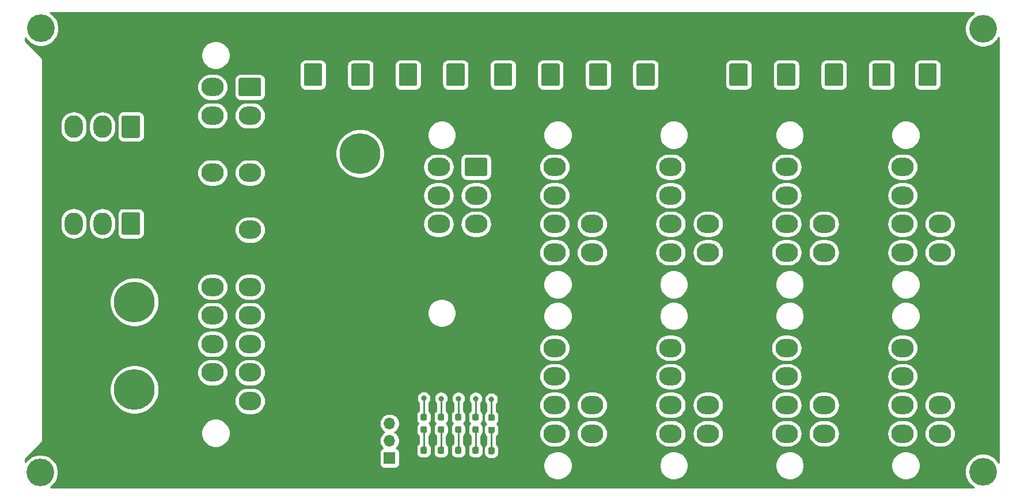
<source format=gbr>
%TF.GenerationSoftware,KiCad,Pcbnew,(5.1.9)-1*%
%TF.CreationDate,2022-08-18T15:43:49-06:00*%
%TF.ProjectId,ATX_PSU_Board,4154585f-5053-4555-9f42-6f6172642e6b,rev?*%
%TF.SameCoordinates,Original*%
%TF.FileFunction,Copper,L1,Top*%
%TF.FilePolarity,Positive*%
%FSLAX46Y46*%
G04 Gerber Fmt 4.6, Leading zero omitted, Abs format (unit mm)*
G04 Created by KiCad (PCBNEW (5.1.9)-1) date 2022-08-18 15:43:49*
%MOMM*%
%LPD*%
G01*
G04 APERTURE LIST*
%TA.AperFunction,ComponentPad*%
%ADD10O,1.700000X1.700000*%
%TD*%
%TA.AperFunction,ComponentPad*%
%ADD11R,1.700000X1.700000*%
%TD*%
%TA.AperFunction,ComponentPad*%
%ADD12O,2.700000X3.300000*%
%TD*%
%TA.AperFunction,ComponentPad*%
%ADD13C,6.000000*%
%TD*%
%TA.AperFunction,ComponentPad*%
%ADD14O,3.300000X2.700000*%
%TD*%
%TA.AperFunction,ComponentPad*%
%ADD15C,4.064000*%
%TD*%
%TA.AperFunction,ViaPad*%
%ADD16C,0.800000*%
%TD*%
%TA.AperFunction,Conductor*%
%ADD17C,0.250000*%
%TD*%
%TA.AperFunction,Conductor*%
%ADD18C,0.254000*%
%TD*%
%TA.AperFunction,Conductor*%
%ADD19C,0.100000*%
%TD*%
G04 APERTURE END LIST*
D10*
%TO.P,J1,4*%
%TO.N,GND*%
X89772000Y-111887000D03*
%TO.P,J1,3*%
%TO.N,/PWR_OK*%
X89772000Y-114427000D03*
%TO.P,J1,2*%
%TO.N,/+5VSB_SUPPLY*%
X89772000Y-116967000D03*
D11*
%TO.P,J1,1*%
%TO.N,/PS_ON*%
X89772000Y-119507000D03*
%TD*%
D12*
%TO.P,J25,6*%
%TO.N,GND*%
X43350000Y-79500000D03*
%TO.P,J25,5*%
X47550000Y-79500000D03*
%TO.P,J25,4*%
X51750000Y-79500000D03*
%TO.P,J25,3*%
%TO.N,/+12V_SUPPLY*%
X43350000Y-85000000D03*
%TO.P,J25,2*%
X47550000Y-85000000D03*
%TO.P,J25,1*%
%TA.AperFunction,ComponentPad*%
G36*
G01*
X53100000Y-83600001D02*
X53100000Y-86399999D01*
G75*
G02*
X52849999Y-86650000I-250001J0D01*
G01*
X50650001Y-86650000D01*
G75*
G02*
X50400000Y-86399999I0J250001D01*
G01*
X50400000Y-83600001D01*
G75*
G02*
X50650001Y-83350000I250001J0D01*
G01*
X52849999Y-83350000D01*
G75*
G02*
X53100000Y-83600001I0J-250001D01*
G01*
G37*
%TD.AperFunction*%
%TD*%
%TO.P,J26,6*%
%TO.N,GND*%
X43350000Y-65250000D03*
%TO.P,J26,5*%
X47550000Y-65250000D03*
%TO.P,J26,4*%
X51750000Y-65250000D03*
%TO.P,J26,3*%
%TO.N,/+12V_SUPPLY*%
X43350000Y-70750000D03*
%TO.P,J26,2*%
X47550000Y-70750000D03*
%TO.P,J26,1*%
%TA.AperFunction,ComponentPad*%
G36*
G01*
X53100000Y-69350001D02*
X53100000Y-72149999D01*
G75*
G02*
X52849999Y-72400000I-250001J0D01*
G01*
X50650001Y-72400000D01*
G75*
G02*
X50400000Y-72149999I0J250001D01*
G01*
X50400000Y-69350001D01*
G75*
G02*
X50650001Y-69100000I250001J0D01*
G01*
X52849999Y-69100000D01*
G75*
G02*
X53100000Y-69350001I0J-250001D01*
G01*
G37*
%TD.AperFunction*%
%TD*%
%TO.P,J30,1*%
%TO.N,GND*%
%TA.AperFunction,ComponentPad*%
G36*
G01*
X42055200Y-110926800D02*
X42055200Y-107926800D01*
G75*
G02*
X43555200Y-106426800I1500000J0D01*
G01*
X46555200Y-106426800D01*
G75*
G02*
X48055200Y-107926800I0J-1500000D01*
G01*
X48055200Y-110926800D01*
G75*
G02*
X46555200Y-112426800I-1500000J0D01*
G01*
X43555200Y-112426800D01*
G75*
G02*
X42055200Y-110926800I0J1500000D01*
G01*
G37*
%TD.AperFunction*%
D13*
%TO.P,J30,2*%
%TO.N,/+12V_SUPPLY*%
X52255200Y-109426800D03*
%TD*%
%TO.P,J29,1*%
%TO.N,GND*%
%TA.AperFunction,ComponentPad*%
G36*
G01*
X42055200Y-98026400D02*
X42055200Y-95026400D01*
G75*
G02*
X43555200Y-93526400I1500000J0D01*
G01*
X46555200Y-93526400D01*
G75*
G02*
X48055200Y-95026400I0J-1500000D01*
G01*
X48055200Y-98026400D01*
G75*
G02*
X46555200Y-99526400I-1500000J0D01*
G01*
X43555200Y-99526400D01*
G75*
G02*
X42055200Y-98026400I0J1500000D01*
G01*
G37*
%TD.AperFunction*%
%TO.P,J29,2*%
%TO.N,/+12V_SUPPLY*%
X52255200Y-96526400D03*
%TD*%
D12*
%TO.P,J20,2*%
%TO.N,GND*%
X168867600Y-57593600D03*
%TO.P,J20,1*%
%TO.N,/+12V_SUPPLY*%
%TA.AperFunction,ComponentPad*%
G36*
G01*
X170217600Y-61693601D02*
X170217600Y-64493599D01*
G75*
G02*
X169967599Y-64743600I-250001J0D01*
G01*
X167767601Y-64743600D01*
G75*
G02*
X167517600Y-64493599I0J250001D01*
G01*
X167517600Y-61693601D01*
G75*
G02*
X167767601Y-61443600I250001J0D01*
G01*
X169967599Y-61443600D01*
G75*
G02*
X170217600Y-61693601I0J-250001D01*
G01*
G37*
%TD.AperFunction*%
%TD*%
D14*
%TO.P,J11,8*%
%TO.N,/+12V_SUPPLY*%
X165196400Y-115901800D03*
%TO.P,J11,7*%
%TO.N,/+5V_SUPPLY*%
X165196400Y-111701800D03*
%TO.P,J11,6*%
X165196400Y-107501800D03*
%TO.P,J11,5*%
%TO.N,/+3.3V_SUPPLY*%
X165196400Y-103301800D03*
%TO.P,J11,4*%
%TO.N,/+12V_SUPPLY*%
X170696400Y-115901800D03*
%TO.P,J11,3*%
X170696400Y-111701800D03*
%TO.P,J11,2*%
%TO.N,GND*%
X170696400Y-107501800D03*
%TO.P,J11,1*%
%TA.AperFunction,ComponentPad*%
G36*
G01*
X169296401Y-101951800D02*
X172096399Y-101951800D01*
G75*
G02*
X172346400Y-102201801I0J-250001D01*
G01*
X172346400Y-104401799D01*
G75*
G02*
X172096399Y-104651800I-250001J0D01*
G01*
X169296401Y-104651800D01*
G75*
G02*
X169046400Y-104401799I0J250001D01*
G01*
X169046400Y-102201801D01*
G75*
G02*
X169296401Y-101951800I250001J0D01*
G01*
G37*
%TD.AperFunction*%
%TD*%
D12*
%TO.P,J24,2*%
%TO.N,GND*%
X141083632Y-57607200D03*
%TO.P,J24,1*%
%TO.N,/+12V_SUPPLY*%
%TA.AperFunction,ComponentPad*%
G36*
G01*
X142433632Y-61707201D02*
X142433632Y-64507199D01*
G75*
G02*
X142183631Y-64757200I-250001J0D01*
G01*
X139983633Y-64757200D01*
G75*
G02*
X139733632Y-64507199I0J250001D01*
G01*
X139733632Y-61707201D01*
G75*
G02*
X139983633Y-61457200I250001J0D01*
G01*
X142183631Y-61457200D01*
G75*
G02*
X142433632Y-61707201I0J-250001D01*
G01*
G37*
%TD.AperFunction*%
%TD*%
%TO.P,J23,2*%
%TO.N,GND*%
X148086774Y-57607200D03*
%TO.P,J23,1*%
%TO.N,/+12V_SUPPLY*%
%TA.AperFunction,ComponentPad*%
G36*
G01*
X149436774Y-61707201D02*
X149436774Y-64507199D01*
G75*
G02*
X149186773Y-64757200I-250001J0D01*
G01*
X146986775Y-64757200D01*
G75*
G02*
X146736774Y-64507199I0J250001D01*
G01*
X146736774Y-61707201D01*
G75*
G02*
X146986775Y-61457200I250001J0D01*
G01*
X149186773Y-61457200D01*
G75*
G02*
X149436774Y-61707201I0J-250001D01*
G01*
G37*
%TD.AperFunction*%
%TD*%
%TO.P,J22,2*%
%TO.N,GND*%
X155089916Y-57607200D03*
%TO.P,J22,1*%
%TO.N,/+12V_SUPPLY*%
%TA.AperFunction,ComponentPad*%
G36*
G01*
X156439916Y-61707201D02*
X156439916Y-64507199D01*
G75*
G02*
X156189915Y-64757200I-250001J0D01*
G01*
X153989917Y-64757200D01*
G75*
G02*
X153739916Y-64507199I0J250001D01*
G01*
X153739916Y-61707201D01*
G75*
G02*
X153989917Y-61457200I250001J0D01*
G01*
X156189915Y-61457200D01*
G75*
G02*
X156439916Y-61707201I0J-250001D01*
G01*
G37*
%TD.AperFunction*%
%TD*%
%TO.P,J21,2*%
%TO.N,GND*%
X162093058Y-57607200D03*
%TO.P,J21,1*%
%TO.N,/+12V_SUPPLY*%
%TA.AperFunction,ComponentPad*%
G36*
G01*
X163443058Y-61707201D02*
X163443058Y-64507199D01*
G75*
G02*
X163193057Y-64757200I-250001J0D01*
G01*
X160993059Y-64757200D01*
G75*
G02*
X160743058Y-64507199I0J250001D01*
G01*
X160743058Y-61707201D01*
G75*
G02*
X160993059Y-61457200I250001J0D01*
G01*
X163193057Y-61457200D01*
G75*
G02*
X163443058Y-61707201I0J-250001D01*
G01*
G37*
%TD.AperFunction*%
%TD*%
%TO.P,J19,2*%
%TO.N,GND*%
X127414800Y-57593600D03*
%TO.P,J19,1*%
%TO.N,/+5V_SUPPLY*%
%TA.AperFunction,ComponentPad*%
G36*
G01*
X128764800Y-61693601D02*
X128764800Y-64493599D01*
G75*
G02*
X128514799Y-64743600I-250001J0D01*
G01*
X126314801Y-64743600D01*
G75*
G02*
X126064800Y-64493599I0J250001D01*
G01*
X126064800Y-61693601D01*
G75*
G02*
X126314801Y-61443600I250001J0D01*
G01*
X128514799Y-61443600D01*
G75*
G02*
X128764800Y-61693601I0J-250001D01*
G01*
G37*
%TD.AperFunction*%
%TD*%
%TO.P,J18,2*%
%TO.N,GND*%
X120429800Y-57593600D03*
%TO.P,J18,1*%
%TO.N,/+5V_SUPPLY*%
%TA.AperFunction,ComponentPad*%
G36*
G01*
X121779800Y-61693601D02*
X121779800Y-64493599D01*
G75*
G02*
X121529799Y-64743600I-250001J0D01*
G01*
X119329801Y-64743600D01*
G75*
G02*
X119079800Y-64493599I0J250001D01*
G01*
X119079800Y-61693601D01*
G75*
G02*
X119329801Y-61443600I250001J0D01*
G01*
X121529799Y-61443600D01*
G75*
G02*
X121779800Y-61693601I0J-250001D01*
G01*
G37*
%TD.AperFunction*%
%TD*%
%TO.P,J17,2*%
%TO.N,GND*%
X113444800Y-57593600D03*
%TO.P,J17,1*%
%TO.N,/+5V_SUPPLY*%
%TA.AperFunction,ComponentPad*%
G36*
G01*
X114794800Y-61693601D02*
X114794800Y-64493599D01*
G75*
G02*
X114544799Y-64743600I-250001J0D01*
G01*
X112344801Y-64743600D01*
G75*
G02*
X112094800Y-64493599I0J250001D01*
G01*
X112094800Y-61693601D01*
G75*
G02*
X112344801Y-61443600I250001J0D01*
G01*
X114544799Y-61443600D01*
G75*
G02*
X114794800Y-61693601I0J-250001D01*
G01*
G37*
%TD.AperFunction*%
%TD*%
%TO.P,J16,2*%
%TO.N,GND*%
X106459800Y-57593600D03*
%TO.P,J16,1*%
%TO.N,/+5V_SUPPLY*%
%TA.AperFunction,ComponentPad*%
G36*
G01*
X107809800Y-61693601D02*
X107809800Y-64493599D01*
G75*
G02*
X107559799Y-64743600I-250001J0D01*
G01*
X105359801Y-64743600D01*
G75*
G02*
X105109800Y-64493599I0J250001D01*
G01*
X105109800Y-61693601D01*
G75*
G02*
X105359801Y-61443600I250001J0D01*
G01*
X107559799Y-61443600D01*
G75*
G02*
X107809800Y-61693601I0J-250001D01*
G01*
G37*
%TD.AperFunction*%
%TD*%
%TO.P,J15,2*%
%TO.N,GND*%
X99474800Y-57593600D03*
%TO.P,J15,1*%
%TO.N,/+5V_SUPPLY*%
%TA.AperFunction,ComponentPad*%
G36*
G01*
X100824800Y-61693601D02*
X100824800Y-64493599D01*
G75*
G02*
X100574799Y-64743600I-250001J0D01*
G01*
X98374801Y-64743600D01*
G75*
G02*
X98124800Y-64493599I0J250001D01*
G01*
X98124800Y-61693601D01*
G75*
G02*
X98374801Y-61443600I250001J0D01*
G01*
X100574799Y-61443600D01*
G75*
G02*
X100824800Y-61693601I0J-250001D01*
G01*
G37*
%TD.AperFunction*%
%TD*%
%TO.P,J14,2*%
%TO.N,GND*%
X92489800Y-57593600D03*
%TO.P,J14,1*%
%TO.N,/+5V_SUPPLY*%
%TA.AperFunction,ComponentPad*%
G36*
G01*
X93839800Y-61693601D02*
X93839800Y-64493599D01*
G75*
G02*
X93589799Y-64743600I-250001J0D01*
G01*
X91389801Y-64743600D01*
G75*
G02*
X91139800Y-64493599I0J250001D01*
G01*
X91139800Y-61693601D01*
G75*
G02*
X91389801Y-61443600I250001J0D01*
G01*
X93589799Y-61443600D01*
G75*
G02*
X93839800Y-61693601I0J-250001D01*
G01*
G37*
%TD.AperFunction*%
%TD*%
%TO.P,J13,2*%
%TO.N,GND*%
X85504800Y-57593600D03*
%TO.P,J13,1*%
%TO.N,/+5V_SUPPLY*%
%TA.AperFunction,ComponentPad*%
G36*
G01*
X86854800Y-61693601D02*
X86854800Y-64493599D01*
G75*
G02*
X86604799Y-64743600I-250001J0D01*
G01*
X84404801Y-64743600D01*
G75*
G02*
X84154800Y-64493599I0J250001D01*
G01*
X84154800Y-61693601D01*
G75*
G02*
X84404801Y-61443600I250001J0D01*
G01*
X86604799Y-61443600D01*
G75*
G02*
X86854800Y-61693601I0J-250001D01*
G01*
G37*
%TD.AperFunction*%
%TD*%
%TO.P,J12,2*%
%TO.N,GND*%
X78519800Y-57593600D03*
%TO.P,J12,1*%
%TO.N,/+5V_SUPPLY*%
%TA.AperFunction,ComponentPad*%
G36*
G01*
X79869800Y-61693601D02*
X79869800Y-64493599D01*
G75*
G02*
X79619799Y-64743600I-250001J0D01*
G01*
X77419801Y-64743600D01*
G75*
G02*
X77169800Y-64493599I0J250001D01*
G01*
X77169800Y-61693601D01*
G75*
G02*
X77419801Y-61443600I250001J0D01*
G01*
X79619799Y-61443600D01*
G75*
G02*
X79869800Y-61693601I0J-250001D01*
G01*
G37*
%TD.AperFunction*%
%TD*%
%TO.P,R5,2*%
%TO.N,/PWR_OK*%
%TA.AperFunction,SMDPad,CuDef*%
G36*
G01*
X104987500Y-114036600D02*
X104512500Y-114036600D01*
G75*
G02*
X104275000Y-113799100I0J237500D01*
G01*
X104275000Y-113299100D01*
G75*
G02*
X104512500Y-113061600I237500J0D01*
G01*
X104987500Y-113061600D01*
G75*
G02*
X105225000Y-113299100I0J-237500D01*
G01*
X105225000Y-113799100D01*
G75*
G02*
X104987500Y-114036600I-237500J0D01*
G01*
G37*
%TD.AperFunction*%
%TO.P,R5,1*%
%TO.N,Net-(D5-Pad2)*%
%TA.AperFunction,SMDPad,CuDef*%
G36*
G01*
X104987500Y-115861600D02*
X104512500Y-115861600D01*
G75*
G02*
X104275000Y-115624100I0J237500D01*
G01*
X104275000Y-115124100D01*
G75*
G02*
X104512500Y-114886600I237500J0D01*
G01*
X104987500Y-114886600D01*
G75*
G02*
X105225000Y-115124100I0J-237500D01*
G01*
X105225000Y-115624100D01*
G75*
G02*
X104987500Y-115861600I-237500J0D01*
G01*
G37*
%TD.AperFunction*%
%TD*%
%TO.P,D5,2*%
%TO.N,Net-(D5-Pad2)*%
%TA.AperFunction,SMDPad,CuDef*%
G36*
G01*
X104977500Y-118961600D02*
X104502500Y-118961600D01*
G75*
G02*
X104265000Y-118724100I0J237500D01*
G01*
X104265000Y-118149100D01*
G75*
G02*
X104502500Y-117911600I237500J0D01*
G01*
X104977500Y-117911600D01*
G75*
G02*
X105215000Y-118149100I0J-237500D01*
G01*
X105215000Y-118724100D01*
G75*
G02*
X104977500Y-118961600I-237500J0D01*
G01*
G37*
%TD.AperFunction*%
%TO.P,D5,1*%
%TO.N,GND*%
%TA.AperFunction,SMDPad,CuDef*%
G36*
G01*
X104977500Y-120711600D02*
X104502500Y-120711600D01*
G75*
G02*
X104265000Y-120474100I0J237500D01*
G01*
X104265000Y-119899100D01*
G75*
G02*
X104502500Y-119661600I237500J0D01*
G01*
X104977500Y-119661600D01*
G75*
G02*
X105215000Y-119899100I0J-237500D01*
G01*
X105215000Y-120474100D01*
G75*
G02*
X104977500Y-120711600I-237500J0D01*
G01*
G37*
%TD.AperFunction*%
%TD*%
%TO.P,J28,1*%
%TO.N,GND*%
%TA.AperFunction,ComponentPad*%
G36*
G01*
X75228400Y-76176800D02*
X75228400Y-73176800D01*
G75*
G02*
X76728400Y-71676800I1500000J0D01*
G01*
X79728400Y-71676800D01*
G75*
G02*
X81228400Y-73176800I0J-1500000D01*
G01*
X81228400Y-76176800D01*
G75*
G02*
X79728400Y-77676800I-1500000J0D01*
G01*
X76728400Y-77676800D01*
G75*
G02*
X75228400Y-76176800I0J1500000D01*
G01*
G37*
%TD.AperFunction*%
D13*
%TO.P,J28,2*%
%TO.N,/+5V_SUPPLY*%
X85428400Y-74676800D03*
%TD*%
%TO.P,R4,2*%
%TO.N,/+12V_SUPPLY*%
%TA.AperFunction,SMDPad,CuDef*%
G36*
G01*
X102663500Y-113972100D02*
X102188500Y-113972100D01*
G75*
G02*
X101951000Y-113734600I0J237500D01*
G01*
X101951000Y-113234600D01*
G75*
G02*
X102188500Y-112997100I237500J0D01*
G01*
X102663500Y-112997100D01*
G75*
G02*
X102901000Y-113234600I0J-237500D01*
G01*
X102901000Y-113734600D01*
G75*
G02*
X102663500Y-113972100I-237500J0D01*
G01*
G37*
%TD.AperFunction*%
%TO.P,R4,1*%
%TO.N,Net-(D4-Pad2)*%
%TA.AperFunction,SMDPad,CuDef*%
G36*
G01*
X102663500Y-115797100D02*
X102188500Y-115797100D01*
G75*
G02*
X101951000Y-115559600I0J237500D01*
G01*
X101951000Y-115059600D01*
G75*
G02*
X102188500Y-114822100I237500J0D01*
G01*
X102663500Y-114822100D01*
G75*
G02*
X102901000Y-115059600I0J-237500D01*
G01*
X102901000Y-115559600D01*
G75*
G02*
X102663500Y-115797100I-237500J0D01*
G01*
G37*
%TD.AperFunction*%
%TD*%
%TO.P,R3,2*%
%TO.N,/+3.3V_SUPPLY*%
%TA.AperFunction,SMDPad,CuDef*%
G36*
G01*
X100123500Y-113972100D02*
X99648500Y-113972100D01*
G75*
G02*
X99411000Y-113734600I0J237500D01*
G01*
X99411000Y-113234600D01*
G75*
G02*
X99648500Y-112997100I237500J0D01*
G01*
X100123500Y-112997100D01*
G75*
G02*
X100361000Y-113234600I0J-237500D01*
G01*
X100361000Y-113734600D01*
G75*
G02*
X100123500Y-113972100I-237500J0D01*
G01*
G37*
%TD.AperFunction*%
%TO.P,R3,1*%
%TO.N,Net-(D3-Pad2)*%
%TA.AperFunction,SMDPad,CuDef*%
G36*
G01*
X100123500Y-115797100D02*
X99648500Y-115797100D01*
G75*
G02*
X99411000Y-115559600I0J237500D01*
G01*
X99411000Y-115059600D01*
G75*
G02*
X99648500Y-114822100I237500J0D01*
G01*
X100123500Y-114822100D01*
G75*
G02*
X100361000Y-115059600I0J-237500D01*
G01*
X100361000Y-115559600D01*
G75*
G02*
X100123500Y-115797100I-237500J0D01*
G01*
G37*
%TD.AperFunction*%
%TD*%
%TO.P,R2,2*%
%TO.N,/+5V_SUPPLY*%
%TA.AperFunction,SMDPad,CuDef*%
G36*
G01*
X97583500Y-113972100D02*
X97108500Y-113972100D01*
G75*
G02*
X96871000Y-113734600I0J237500D01*
G01*
X96871000Y-113234600D01*
G75*
G02*
X97108500Y-112997100I237500J0D01*
G01*
X97583500Y-112997100D01*
G75*
G02*
X97821000Y-113234600I0J-237500D01*
G01*
X97821000Y-113734600D01*
G75*
G02*
X97583500Y-113972100I-237500J0D01*
G01*
G37*
%TD.AperFunction*%
%TO.P,R2,1*%
%TO.N,Net-(D2-Pad2)*%
%TA.AperFunction,SMDPad,CuDef*%
G36*
G01*
X97583500Y-115797100D02*
X97108500Y-115797100D01*
G75*
G02*
X96871000Y-115559600I0J237500D01*
G01*
X96871000Y-115059600D01*
G75*
G02*
X97108500Y-114822100I237500J0D01*
G01*
X97583500Y-114822100D01*
G75*
G02*
X97821000Y-115059600I0J-237500D01*
G01*
X97821000Y-115559600D01*
G75*
G02*
X97583500Y-115797100I-237500J0D01*
G01*
G37*
%TD.AperFunction*%
%TD*%
%TO.P,R1,2*%
%TO.N,/+5VSB_SUPPLY*%
%TA.AperFunction,SMDPad,CuDef*%
G36*
G01*
X95043500Y-113972100D02*
X94568500Y-113972100D01*
G75*
G02*
X94331000Y-113734600I0J237500D01*
G01*
X94331000Y-113234600D01*
G75*
G02*
X94568500Y-112997100I237500J0D01*
G01*
X95043500Y-112997100D01*
G75*
G02*
X95281000Y-113234600I0J-237500D01*
G01*
X95281000Y-113734600D01*
G75*
G02*
X95043500Y-113972100I-237500J0D01*
G01*
G37*
%TD.AperFunction*%
%TO.P,R1,1*%
%TO.N,Net-(D1-Pad2)*%
%TA.AperFunction,SMDPad,CuDef*%
G36*
G01*
X95043500Y-115797100D02*
X94568500Y-115797100D01*
G75*
G02*
X94331000Y-115559600I0J237500D01*
G01*
X94331000Y-115059600D01*
G75*
G02*
X94568500Y-114822100I237500J0D01*
G01*
X95043500Y-114822100D01*
G75*
G02*
X95281000Y-115059600I0J-237500D01*
G01*
X95281000Y-115559600D01*
G75*
G02*
X95043500Y-115797100I-237500J0D01*
G01*
G37*
%TD.AperFunction*%
%TD*%
%TO.P,D4,2*%
%TO.N,Net-(D4-Pad2)*%
%TA.AperFunction,SMDPad,CuDef*%
G36*
G01*
X102663500Y-118882600D02*
X102188500Y-118882600D01*
G75*
G02*
X101951000Y-118645100I0J237500D01*
G01*
X101951000Y-118070100D01*
G75*
G02*
X102188500Y-117832600I237500J0D01*
G01*
X102663500Y-117832600D01*
G75*
G02*
X102901000Y-118070100I0J-237500D01*
G01*
X102901000Y-118645100D01*
G75*
G02*
X102663500Y-118882600I-237500J0D01*
G01*
G37*
%TD.AperFunction*%
%TO.P,D4,1*%
%TO.N,GND*%
%TA.AperFunction,SMDPad,CuDef*%
G36*
G01*
X102663500Y-120632600D02*
X102188500Y-120632600D01*
G75*
G02*
X101951000Y-120395100I0J237500D01*
G01*
X101951000Y-119820100D01*
G75*
G02*
X102188500Y-119582600I237500J0D01*
G01*
X102663500Y-119582600D01*
G75*
G02*
X102901000Y-119820100I0J-237500D01*
G01*
X102901000Y-120395100D01*
G75*
G02*
X102663500Y-120632600I-237500J0D01*
G01*
G37*
%TD.AperFunction*%
%TD*%
%TO.P,D3,2*%
%TO.N,Net-(D3-Pad2)*%
%TA.AperFunction,SMDPad,CuDef*%
G36*
G01*
X100123500Y-118882600D02*
X99648500Y-118882600D01*
G75*
G02*
X99411000Y-118645100I0J237500D01*
G01*
X99411000Y-118070100D01*
G75*
G02*
X99648500Y-117832600I237500J0D01*
G01*
X100123500Y-117832600D01*
G75*
G02*
X100361000Y-118070100I0J-237500D01*
G01*
X100361000Y-118645100D01*
G75*
G02*
X100123500Y-118882600I-237500J0D01*
G01*
G37*
%TD.AperFunction*%
%TO.P,D3,1*%
%TO.N,GND*%
%TA.AperFunction,SMDPad,CuDef*%
G36*
G01*
X100123500Y-120632600D02*
X99648500Y-120632600D01*
G75*
G02*
X99411000Y-120395100I0J237500D01*
G01*
X99411000Y-119820100D01*
G75*
G02*
X99648500Y-119582600I237500J0D01*
G01*
X100123500Y-119582600D01*
G75*
G02*
X100361000Y-119820100I0J-237500D01*
G01*
X100361000Y-120395100D01*
G75*
G02*
X100123500Y-120632600I-237500J0D01*
G01*
G37*
%TD.AperFunction*%
%TD*%
%TO.P,D2,2*%
%TO.N,Net-(D2-Pad2)*%
%TA.AperFunction,SMDPad,CuDef*%
G36*
G01*
X97583500Y-118882600D02*
X97108500Y-118882600D01*
G75*
G02*
X96871000Y-118645100I0J237500D01*
G01*
X96871000Y-118070100D01*
G75*
G02*
X97108500Y-117832600I237500J0D01*
G01*
X97583500Y-117832600D01*
G75*
G02*
X97821000Y-118070100I0J-237500D01*
G01*
X97821000Y-118645100D01*
G75*
G02*
X97583500Y-118882600I-237500J0D01*
G01*
G37*
%TD.AperFunction*%
%TO.P,D2,1*%
%TO.N,GND*%
%TA.AperFunction,SMDPad,CuDef*%
G36*
G01*
X97583500Y-120632600D02*
X97108500Y-120632600D01*
G75*
G02*
X96871000Y-120395100I0J237500D01*
G01*
X96871000Y-119820100D01*
G75*
G02*
X97108500Y-119582600I237500J0D01*
G01*
X97583500Y-119582600D01*
G75*
G02*
X97821000Y-119820100I0J-237500D01*
G01*
X97821000Y-120395100D01*
G75*
G02*
X97583500Y-120632600I-237500J0D01*
G01*
G37*
%TD.AperFunction*%
%TD*%
%TO.P,D1,2*%
%TO.N,Net-(D1-Pad2)*%
%TA.AperFunction,SMDPad,CuDef*%
G36*
G01*
X95043500Y-118882600D02*
X94568500Y-118882600D01*
G75*
G02*
X94331000Y-118645100I0J237500D01*
G01*
X94331000Y-118070100D01*
G75*
G02*
X94568500Y-117832600I237500J0D01*
G01*
X95043500Y-117832600D01*
G75*
G02*
X95281000Y-118070100I0J-237500D01*
G01*
X95281000Y-118645100D01*
G75*
G02*
X95043500Y-118882600I-237500J0D01*
G01*
G37*
%TD.AperFunction*%
%TO.P,D1,1*%
%TO.N,GND*%
%TA.AperFunction,SMDPad,CuDef*%
G36*
G01*
X95043500Y-120632600D02*
X94568500Y-120632600D01*
G75*
G02*
X94331000Y-120395100I0J237500D01*
G01*
X94331000Y-119820100D01*
G75*
G02*
X94568500Y-119582600I237500J0D01*
G01*
X95043500Y-119582600D01*
G75*
G02*
X95281000Y-119820100I0J-237500D01*
G01*
X95281000Y-120395100D01*
G75*
G02*
X95043500Y-120632600I-237500J0D01*
G01*
G37*
%TD.AperFunction*%
%TD*%
D14*
%TO.P,J5,8*%
%TO.N,/+12V_SUPPLY*%
X131091000Y-89264600D03*
%TO.P,J5,7*%
%TO.N,/+5V_SUPPLY*%
X131091000Y-85064600D03*
%TO.P,J5,6*%
X131091000Y-80864600D03*
%TO.P,J5,5*%
%TO.N,/+3.3V_SUPPLY*%
X131091000Y-76664600D03*
%TO.P,J5,4*%
%TO.N,/+12V_SUPPLY*%
X136591000Y-89264600D03*
%TO.P,J5,3*%
X136591000Y-85064600D03*
%TO.P,J5,2*%
%TO.N,GND*%
X136591000Y-80864600D03*
%TO.P,J5,1*%
%TA.AperFunction,ComponentPad*%
G36*
G01*
X135191001Y-75314600D02*
X137990999Y-75314600D01*
G75*
G02*
X138241000Y-75564601I0J-250001D01*
G01*
X138241000Y-77764599D01*
G75*
G02*
X137990999Y-78014600I-250001J0D01*
G01*
X135191001Y-78014600D01*
G75*
G02*
X134941000Y-77764599I0J250001D01*
G01*
X134941000Y-75564601D01*
G75*
G02*
X135191001Y-75314600I250001J0D01*
G01*
G37*
%TD.AperFunction*%
%TD*%
%TO.P,J7,8*%
%TO.N,/+12V_SUPPLY*%
X165196400Y-89264600D03*
%TO.P,J7,7*%
%TO.N,/+5V_SUPPLY*%
X165196400Y-85064600D03*
%TO.P,J7,6*%
X165196400Y-80864600D03*
%TO.P,J7,5*%
%TO.N,/+3.3V_SUPPLY*%
X165196400Y-76664600D03*
%TO.P,J7,4*%
%TO.N,/+12V_SUPPLY*%
X170696400Y-89264600D03*
%TO.P,J7,3*%
X170696400Y-85064600D03*
%TO.P,J7,2*%
%TO.N,GND*%
X170696400Y-80864600D03*
%TO.P,J7,1*%
%TA.AperFunction,ComponentPad*%
G36*
G01*
X169296401Y-75314600D02*
X172096399Y-75314600D01*
G75*
G02*
X172346400Y-75564601I0J-250001D01*
G01*
X172346400Y-77764599D01*
G75*
G02*
X172096399Y-78014600I-250001J0D01*
G01*
X169296401Y-78014600D01*
G75*
G02*
X169046400Y-77764599I0J250001D01*
G01*
X169046400Y-75564601D01*
G75*
G02*
X169296401Y-75314600I250001J0D01*
G01*
G37*
%TD.AperFunction*%
%TD*%
D15*
%TO.P,H4,1*%
%TO.N,N/C*%
X177000000Y-56337200D03*
%TD*%
%TO.P,H3,1*%
%TO.N,N/C*%
X38404800Y-121615200D03*
%TD*%
%TO.P,H2,1*%
%TO.N,N/C*%
X177000000Y-121500000D03*
%TD*%
%TO.P,H1,1*%
%TO.N,N/C*%
X38506400Y-56286400D03*
%TD*%
D14*
%TO.P,J10,8*%
%TO.N,/+12V_SUPPLY*%
X148143700Y-115901800D03*
%TO.P,J10,7*%
%TO.N,/+5V_SUPPLY*%
X148143700Y-111701800D03*
%TO.P,J10,6*%
X148143700Y-107501800D03*
%TO.P,J10,5*%
%TO.N,/+3.3V_SUPPLY*%
X148143700Y-103301800D03*
%TO.P,J10,4*%
%TO.N,/+12V_SUPPLY*%
X153643700Y-115901800D03*
%TO.P,J10,3*%
X153643700Y-111701800D03*
%TO.P,J10,2*%
%TO.N,GND*%
X153643700Y-107501800D03*
%TO.P,J10,1*%
%TA.AperFunction,ComponentPad*%
G36*
G01*
X152243701Y-101951800D02*
X155043699Y-101951800D01*
G75*
G02*
X155293700Y-102201801I0J-250001D01*
G01*
X155293700Y-104401799D01*
G75*
G02*
X155043699Y-104651800I-250001J0D01*
G01*
X152243701Y-104651800D01*
G75*
G02*
X151993700Y-104401799I0J250001D01*
G01*
X151993700Y-102201801D01*
G75*
G02*
X152243701Y-101951800I250001J0D01*
G01*
G37*
%TD.AperFunction*%
%TD*%
%TO.P,J9,8*%
%TO.N,/+12V_SUPPLY*%
X131091000Y-115901800D03*
%TO.P,J9,7*%
%TO.N,/+5V_SUPPLY*%
X131091000Y-111701800D03*
%TO.P,J9,6*%
X131091000Y-107501800D03*
%TO.P,J9,5*%
%TO.N,/+3.3V_SUPPLY*%
X131091000Y-103301800D03*
%TO.P,J9,4*%
%TO.N,/+12V_SUPPLY*%
X136591000Y-115901800D03*
%TO.P,J9,3*%
X136591000Y-111701800D03*
%TO.P,J9,2*%
%TO.N,GND*%
X136591000Y-107501800D03*
%TO.P,J9,1*%
%TA.AperFunction,ComponentPad*%
G36*
G01*
X135191001Y-101951800D02*
X137990999Y-101951800D01*
G75*
G02*
X138241000Y-102201801I0J-250001D01*
G01*
X138241000Y-104401799D01*
G75*
G02*
X137990999Y-104651800I-250001J0D01*
G01*
X135191001Y-104651800D01*
G75*
G02*
X134941000Y-104401799I0J250001D01*
G01*
X134941000Y-102201801D01*
G75*
G02*
X135191001Y-101951800I250001J0D01*
G01*
G37*
%TD.AperFunction*%
%TD*%
%TO.P,J8,8*%
%TO.N,/+12V_SUPPLY*%
X114038300Y-115901800D03*
%TO.P,J8,7*%
%TO.N,/+5V_SUPPLY*%
X114038300Y-111701800D03*
%TO.P,J8,6*%
X114038300Y-107501800D03*
%TO.P,J8,5*%
%TO.N,/+3.3V_SUPPLY*%
X114038300Y-103301800D03*
%TO.P,J8,4*%
%TO.N,/+12V_SUPPLY*%
X119538300Y-115901800D03*
%TO.P,J8,3*%
X119538300Y-111701800D03*
%TO.P,J8,2*%
%TO.N,GND*%
X119538300Y-107501800D03*
%TO.P,J8,1*%
%TA.AperFunction,ComponentPad*%
G36*
G01*
X118138301Y-101951800D02*
X120938299Y-101951800D01*
G75*
G02*
X121188300Y-102201801I0J-250001D01*
G01*
X121188300Y-104401799D01*
G75*
G02*
X120938299Y-104651800I-250001J0D01*
G01*
X118138301Y-104651800D01*
G75*
G02*
X117888300Y-104401799I0J250001D01*
G01*
X117888300Y-102201801D01*
G75*
G02*
X118138301Y-101951800I250001J0D01*
G01*
G37*
%TD.AperFunction*%
%TD*%
%TO.P,J6,8*%
%TO.N,/+12V_SUPPLY*%
X148143700Y-89264600D03*
%TO.P,J6,7*%
%TO.N,/+5V_SUPPLY*%
X148143700Y-85064600D03*
%TO.P,J6,6*%
X148143700Y-80864600D03*
%TO.P,J6,5*%
%TO.N,/+3.3V_SUPPLY*%
X148143700Y-76664600D03*
%TO.P,J6,4*%
%TO.N,/+12V_SUPPLY*%
X153643700Y-89264600D03*
%TO.P,J6,3*%
X153643700Y-85064600D03*
%TO.P,J6,2*%
%TO.N,GND*%
X153643700Y-80864600D03*
%TO.P,J6,1*%
%TA.AperFunction,ComponentPad*%
G36*
G01*
X152243701Y-75314600D02*
X155043699Y-75314600D01*
G75*
G02*
X155293700Y-75564601I0J-250001D01*
G01*
X155293700Y-77764599D01*
G75*
G02*
X155043699Y-78014600I-250001J0D01*
G01*
X152243701Y-78014600D01*
G75*
G02*
X151993700Y-77764599I0J250001D01*
G01*
X151993700Y-75564601D01*
G75*
G02*
X152243701Y-75314600I250001J0D01*
G01*
G37*
%TD.AperFunction*%
%TD*%
%TO.P,J4,8*%
%TO.N,/+12V_SUPPLY*%
X114038300Y-89264600D03*
%TO.P,J4,7*%
%TO.N,/+5V_SUPPLY*%
X114038300Y-85064600D03*
%TO.P,J4,6*%
X114038300Y-80864600D03*
%TO.P,J4,5*%
%TO.N,/+3.3V_SUPPLY*%
X114038300Y-76664600D03*
%TO.P,J4,4*%
%TO.N,/+12V_SUPPLY*%
X119538300Y-89264600D03*
%TO.P,J4,3*%
X119538300Y-85064600D03*
%TO.P,J4,2*%
%TO.N,GND*%
X119538300Y-80864600D03*
%TO.P,J4,1*%
%TA.AperFunction,ComponentPad*%
G36*
G01*
X118138301Y-75314600D02*
X120938299Y-75314600D01*
G75*
G02*
X121188300Y-75564601I0J-250001D01*
G01*
X121188300Y-77764599D01*
G75*
G02*
X120938299Y-78014600I-250001J0D01*
G01*
X118138301Y-78014600D01*
G75*
G02*
X117888300Y-77764599I0J250001D01*
G01*
X117888300Y-75564601D01*
G75*
G02*
X118138301Y-75314600I250001J0D01*
G01*
G37*
%TD.AperFunction*%
%TD*%
%TO.P,J3,10*%
%TO.N,GND*%
X96985600Y-93464600D03*
%TO.P,J3,9*%
X96985600Y-89264600D03*
%TO.P,J3,8*%
%TO.N,/+12V_SUPPLY*%
X96985600Y-85064600D03*
%TO.P,J3,7*%
%TO.N,/+5V_SUPPLY*%
X96985600Y-80864600D03*
%TO.P,J3,6*%
X96985600Y-76664600D03*
%TO.P,J3,5*%
%TO.N,GND*%
X102485600Y-93464600D03*
%TO.P,J3,4*%
X102485600Y-89264600D03*
%TO.P,J3,3*%
%TO.N,/+5V_SUPPLY*%
X102485600Y-85064600D03*
%TO.P,J3,2*%
X102485600Y-80864600D03*
%TO.P,J3,1*%
%TA.AperFunction,ComponentPad*%
G36*
G01*
X101085601Y-75314600D02*
X103885599Y-75314600D01*
G75*
G02*
X104135600Y-75564601I0J-250001D01*
G01*
X104135600Y-77764599D01*
G75*
G02*
X103885599Y-78014600I-250001J0D01*
G01*
X101085601Y-78014600D01*
G75*
G02*
X100835600Y-77764599I0J250001D01*
G01*
X100835600Y-75564601D01*
G75*
G02*
X101085601Y-75314600I250001J0D01*
G01*
G37*
%TD.AperFunction*%
%TD*%
%TO.P,J2,24*%
%TO.N,GND*%
X63748800Y-111122400D03*
%TO.P,J2,23*%
%TO.N,/+5V_SUPPLY*%
X63748800Y-106922400D03*
%TO.P,J2,22*%
X63748800Y-102722400D03*
%TO.P,J2,21*%
X63748800Y-98522400D03*
%TO.P,J2,20*%
%TO.N,Net-(J2-Pad20)*%
X63748800Y-94322400D03*
%TO.P,J2,19*%
%TO.N,GND*%
X63748800Y-90122400D03*
%TO.P,J2,18*%
X63748800Y-85922400D03*
%TO.P,J2,17*%
X63748800Y-81722400D03*
%TO.P,J2,16*%
%TO.N,/PS_ON*%
X63748800Y-77522400D03*
%TO.P,J2,15*%
%TO.N,GND*%
X63748800Y-73322400D03*
%TO.P,J2,14*%
%TO.N,Net-(J2-Pad14)*%
X63748800Y-69122400D03*
%TO.P,J2,13*%
%TO.N,/+3.3V_SUPPLY*%
X63748800Y-64922400D03*
%TO.P,J2,12*%
X69248800Y-111122400D03*
%TO.P,J2,11*%
%TO.N,/+12V_SUPPLY*%
X69248800Y-106922400D03*
%TO.P,J2,10*%
X69248800Y-102722400D03*
%TO.P,J2,9*%
%TO.N,/+5VSB_SUPPLY*%
X69248800Y-98522400D03*
%TO.P,J2,8*%
%TO.N,/PWR_OK*%
X69248800Y-94322400D03*
%TO.P,J2,7*%
%TO.N,GND*%
X69248800Y-90122400D03*
%TO.P,J2,6*%
%TO.N,/+5V_SUPPLY*%
X69248800Y-85922400D03*
%TO.P,J2,5*%
%TO.N,GND*%
X69248800Y-81722400D03*
%TO.P,J2,4*%
%TO.N,/+5V_SUPPLY*%
X69248800Y-77522400D03*
%TO.P,J2,3*%
%TO.N,GND*%
X69248800Y-73322400D03*
%TO.P,J2,2*%
%TO.N,/+3.3V_SUPPLY*%
X69248800Y-69122400D03*
%TO.P,J2,1*%
%TA.AperFunction,ComponentPad*%
G36*
G01*
X67848801Y-63572400D02*
X70648799Y-63572400D01*
G75*
G02*
X70898800Y-63822401I0J-250001D01*
G01*
X70898800Y-66022399D01*
G75*
G02*
X70648799Y-66272400I-250001J0D01*
G01*
X67848801Y-66272400D01*
G75*
G02*
X67598800Y-66022399I0J250001D01*
G01*
X67598800Y-63822401D01*
G75*
G02*
X67848801Y-63572400I250001J0D01*
G01*
G37*
%TD.AperFunction*%
%TD*%
D16*
%TO.N,/+5V_SUPPLY*%
X97346000Y-110737600D03*
%TO.N,/+3.3V_SUPPLY*%
X99886000Y-110737600D03*
%TO.N,/+12V_SUPPLY*%
X102426000Y-110737600D03*
%TO.N,/+5VSB_SUPPLY*%
X94806000Y-110698000D03*
%TO.N,/PWR_OK*%
X104750000Y-110863000D03*
%TD*%
D17*
%TO.N,/+5V_SUPPLY*%
X97346000Y-113277600D02*
X97346000Y-110737600D01*
X97346000Y-110737600D02*
X97346000Y-110737600D01*
%TO.N,/+3.3V_SUPPLY*%
X99886000Y-113277600D02*
X99886000Y-110737600D01*
X99886000Y-110737600D02*
X99886000Y-110737600D01*
%TO.N,/+12V_SUPPLY*%
X102426000Y-113277600D02*
X102426000Y-110737600D01*
X102426000Y-110737600D02*
X102426000Y-110737600D01*
%TO.N,/+5VSB_SUPPLY*%
X94806000Y-113484600D02*
X94806000Y-110698000D01*
%TO.N,/PWR_OK*%
X104750000Y-113549100D02*
X104750000Y-110863000D01*
X104750000Y-110863000D02*
X104750000Y-110863000D01*
%TO.N,Net-(D1-Pad2)*%
X94806000Y-115309600D02*
X94806000Y-118357600D01*
%TO.N,Net-(D2-Pad2)*%
X97346000Y-118357600D02*
X97346000Y-115309600D01*
%TO.N,Net-(D3-Pad2)*%
X99886000Y-115309600D02*
X99886000Y-118357600D01*
%TO.N,Net-(D4-Pad2)*%
X102426000Y-115309600D02*
X102426000Y-118357600D01*
%TO.N,Net-(D5-Pad2)*%
X104750000Y-118426600D02*
X104740000Y-118436600D01*
X104750000Y-115374100D02*
X104750000Y-118426600D01*
%TD*%
D18*
%TO.N,GND*%
X175299887Y-54265606D02*
X174928406Y-54637087D01*
X174636536Y-55073902D01*
X174435492Y-55559265D01*
X174333000Y-56074523D01*
X174333000Y-56599877D01*
X174435492Y-57115135D01*
X174636536Y-57600498D01*
X174928406Y-58037313D01*
X175299887Y-58408794D01*
X175736702Y-58700664D01*
X176222065Y-58901708D01*
X176737323Y-59004200D01*
X177262677Y-59004200D01*
X177777935Y-58901708D01*
X178263298Y-58700664D01*
X178700113Y-58408794D01*
X179071594Y-58037313D01*
X179340001Y-57635613D01*
X179340000Y-120201586D01*
X179071594Y-119799887D01*
X178700113Y-119428406D01*
X178263298Y-119136536D01*
X177777935Y-118935492D01*
X177262677Y-118833000D01*
X176737323Y-118833000D01*
X176222065Y-118935492D01*
X175736702Y-119136536D01*
X175299887Y-119428406D01*
X174928406Y-119799887D01*
X174636536Y-120236702D01*
X174435492Y-120722065D01*
X174333000Y-121237323D01*
X174333000Y-121762677D01*
X174435492Y-122277935D01*
X174636536Y-122763298D01*
X174928406Y-123200113D01*
X175299887Y-123571594D01*
X175641721Y-123800000D01*
X39935488Y-123800000D01*
X40104913Y-123686794D01*
X40476394Y-123315313D01*
X40768264Y-122878498D01*
X40969308Y-122393135D01*
X41071800Y-121877877D01*
X41071800Y-121352523D01*
X40969308Y-120837265D01*
X40768264Y-120351902D01*
X40476394Y-119915087D01*
X40104913Y-119543606D01*
X39668098Y-119251736D01*
X39182735Y-119050692D01*
X38667477Y-118948200D01*
X38142123Y-118948200D01*
X37626865Y-119050692D01*
X37141502Y-119251736D01*
X36704687Y-119543606D01*
X36333206Y-119915087D01*
X36220000Y-120084512D01*
X36220000Y-119653380D01*
X37216380Y-118657000D01*
X88283928Y-118657000D01*
X88283928Y-120357000D01*
X88296188Y-120481482D01*
X88332498Y-120601180D01*
X88391463Y-120711494D01*
X88470815Y-120808185D01*
X88567506Y-120887537D01*
X88677820Y-120946502D01*
X88797518Y-120982812D01*
X88922000Y-120995072D01*
X90622000Y-120995072D01*
X90746482Y-120982812D01*
X90866180Y-120946502D01*
X90976494Y-120887537D01*
X91073185Y-120808185D01*
X91152537Y-120711494D01*
X91211502Y-120601180D01*
X91247812Y-120481482D01*
X91256672Y-120391521D01*
X112363300Y-120391521D01*
X112363300Y-120812079D01*
X112445347Y-121224556D01*
X112606288Y-121613102D01*
X112839937Y-121962783D01*
X113137317Y-122260163D01*
X113486998Y-122493812D01*
X113875544Y-122654753D01*
X114288021Y-122736800D01*
X114708579Y-122736800D01*
X115121056Y-122654753D01*
X115509602Y-122493812D01*
X115859283Y-122260163D01*
X116156663Y-121962783D01*
X116390312Y-121613102D01*
X116551253Y-121224556D01*
X116633300Y-120812079D01*
X116633300Y-120391521D01*
X129416000Y-120391521D01*
X129416000Y-120812079D01*
X129498047Y-121224556D01*
X129658988Y-121613102D01*
X129892637Y-121962783D01*
X130190017Y-122260163D01*
X130539698Y-122493812D01*
X130928244Y-122654753D01*
X131340721Y-122736800D01*
X131761279Y-122736800D01*
X132173756Y-122654753D01*
X132562302Y-122493812D01*
X132911983Y-122260163D01*
X133209363Y-121962783D01*
X133443012Y-121613102D01*
X133603953Y-121224556D01*
X133686000Y-120812079D01*
X133686000Y-120391521D01*
X146468700Y-120391521D01*
X146468700Y-120812079D01*
X146550747Y-121224556D01*
X146711688Y-121613102D01*
X146945337Y-121962783D01*
X147242717Y-122260163D01*
X147592398Y-122493812D01*
X147980944Y-122654753D01*
X148393421Y-122736800D01*
X148813979Y-122736800D01*
X149226456Y-122654753D01*
X149615002Y-122493812D01*
X149964683Y-122260163D01*
X150262063Y-121962783D01*
X150495712Y-121613102D01*
X150656653Y-121224556D01*
X150738700Y-120812079D01*
X150738700Y-120391521D01*
X163521400Y-120391521D01*
X163521400Y-120812079D01*
X163603447Y-121224556D01*
X163764388Y-121613102D01*
X163998037Y-121962783D01*
X164295417Y-122260163D01*
X164645098Y-122493812D01*
X165033644Y-122654753D01*
X165446121Y-122736800D01*
X165866679Y-122736800D01*
X166279156Y-122654753D01*
X166667702Y-122493812D01*
X167017383Y-122260163D01*
X167314763Y-121962783D01*
X167548412Y-121613102D01*
X167709353Y-121224556D01*
X167791400Y-120812079D01*
X167791400Y-120391521D01*
X167709353Y-119979044D01*
X167548412Y-119590498D01*
X167314763Y-119240817D01*
X167017383Y-118943437D01*
X166667702Y-118709788D01*
X166279156Y-118548847D01*
X165866679Y-118466800D01*
X165446121Y-118466800D01*
X165033644Y-118548847D01*
X164645098Y-118709788D01*
X164295417Y-118943437D01*
X163998037Y-119240817D01*
X163764388Y-119590498D01*
X163603447Y-119979044D01*
X163521400Y-120391521D01*
X150738700Y-120391521D01*
X150656653Y-119979044D01*
X150495712Y-119590498D01*
X150262063Y-119240817D01*
X149964683Y-118943437D01*
X149615002Y-118709788D01*
X149226456Y-118548847D01*
X148813979Y-118466800D01*
X148393421Y-118466800D01*
X147980944Y-118548847D01*
X147592398Y-118709788D01*
X147242717Y-118943437D01*
X146945337Y-119240817D01*
X146711688Y-119590498D01*
X146550747Y-119979044D01*
X146468700Y-120391521D01*
X133686000Y-120391521D01*
X133603953Y-119979044D01*
X133443012Y-119590498D01*
X133209363Y-119240817D01*
X132911983Y-118943437D01*
X132562302Y-118709788D01*
X132173756Y-118548847D01*
X131761279Y-118466800D01*
X131340721Y-118466800D01*
X130928244Y-118548847D01*
X130539698Y-118709788D01*
X130190017Y-118943437D01*
X129892637Y-119240817D01*
X129658988Y-119590498D01*
X129498047Y-119979044D01*
X129416000Y-120391521D01*
X116633300Y-120391521D01*
X116551253Y-119979044D01*
X116390312Y-119590498D01*
X116156663Y-119240817D01*
X115859283Y-118943437D01*
X115509602Y-118709788D01*
X115121056Y-118548847D01*
X114708579Y-118466800D01*
X114288021Y-118466800D01*
X113875544Y-118548847D01*
X113486998Y-118709788D01*
X113137317Y-118943437D01*
X112839937Y-119240817D01*
X112606288Y-119590498D01*
X112445347Y-119979044D01*
X112363300Y-120391521D01*
X91256672Y-120391521D01*
X91260072Y-120357000D01*
X91260072Y-118657000D01*
X91247812Y-118532518D01*
X91211502Y-118412820D01*
X91152537Y-118302506D01*
X91073185Y-118205815D01*
X90976494Y-118126463D01*
X90866180Y-118067498D01*
X90793620Y-118045487D01*
X90925475Y-117913632D01*
X91087990Y-117670411D01*
X91199932Y-117400158D01*
X91257000Y-117113260D01*
X91257000Y-116820740D01*
X91199932Y-116533842D01*
X91087990Y-116263589D01*
X90925475Y-116020368D01*
X90718632Y-115813525D01*
X90544240Y-115697000D01*
X90718632Y-115580475D01*
X90925475Y-115373632D01*
X91087990Y-115130411D01*
X91199932Y-114860158D01*
X91257000Y-114573260D01*
X91257000Y-114280740D01*
X91199932Y-113993842D01*
X91087990Y-113723589D01*
X90925475Y-113480368D01*
X90718632Y-113273525D01*
X90660377Y-113234600D01*
X93692928Y-113234600D01*
X93692928Y-113734600D01*
X93709752Y-113905416D01*
X93759577Y-114069667D01*
X93840488Y-114221042D01*
X93949377Y-114353723D01*
X94002232Y-114397100D01*
X93949377Y-114440477D01*
X93840488Y-114573158D01*
X93759577Y-114724533D01*
X93709752Y-114888784D01*
X93692928Y-115059600D01*
X93692928Y-115559600D01*
X93709752Y-115730416D01*
X93759577Y-115894667D01*
X93840488Y-116046042D01*
X93949377Y-116178723D01*
X94046000Y-116258020D01*
X94046001Y-117371680D01*
X93949377Y-117450977D01*
X93840488Y-117583658D01*
X93759577Y-117735033D01*
X93709752Y-117899284D01*
X93692928Y-118070100D01*
X93692928Y-118645100D01*
X93709752Y-118815916D01*
X93759577Y-118980167D01*
X93840488Y-119131542D01*
X93949377Y-119264223D01*
X94082058Y-119373112D01*
X94233433Y-119454023D01*
X94397684Y-119503848D01*
X94568500Y-119520672D01*
X95043500Y-119520672D01*
X95214316Y-119503848D01*
X95378567Y-119454023D01*
X95529942Y-119373112D01*
X95662623Y-119264223D01*
X95771512Y-119131542D01*
X95852423Y-118980167D01*
X95902248Y-118815916D01*
X95919072Y-118645100D01*
X95919072Y-118070100D01*
X95902248Y-117899284D01*
X95852423Y-117735033D01*
X95771512Y-117583658D01*
X95662623Y-117450977D01*
X95566000Y-117371680D01*
X95566000Y-116258020D01*
X95662623Y-116178723D01*
X95771512Y-116046042D01*
X95852423Y-115894667D01*
X95902248Y-115730416D01*
X95919072Y-115559600D01*
X95919072Y-115059600D01*
X95902248Y-114888784D01*
X95852423Y-114724533D01*
X95771512Y-114573158D01*
X95662623Y-114440477D01*
X95609768Y-114397100D01*
X95662623Y-114353723D01*
X95771512Y-114221042D01*
X95852423Y-114069667D01*
X95902248Y-113905416D01*
X95919072Y-113734600D01*
X95919072Y-113234600D01*
X96232928Y-113234600D01*
X96232928Y-113734600D01*
X96249752Y-113905416D01*
X96299577Y-114069667D01*
X96380488Y-114221042D01*
X96489377Y-114353723D01*
X96542232Y-114397100D01*
X96489377Y-114440477D01*
X96380488Y-114573158D01*
X96299577Y-114724533D01*
X96249752Y-114888784D01*
X96232928Y-115059600D01*
X96232928Y-115559600D01*
X96249752Y-115730416D01*
X96299577Y-115894667D01*
X96380488Y-116046042D01*
X96489377Y-116178723D01*
X96586001Y-116258020D01*
X96586000Y-117371680D01*
X96489377Y-117450977D01*
X96380488Y-117583658D01*
X96299577Y-117735033D01*
X96249752Y-117899284D01*
X96232928Y-118070100D01*
X96232928Y-118645100D01*
X96249752Y-118815916D01*
X96299577Y-118980167D01*
X96380488Y-119131542D01*
X96489377Y-119264223D01*
X96622058Y-119373112D01*
X96773433Y-119454023D01*
X96937684Y-119503848D01*
X97108500Y-119520672D01*
X97583500Y-119520672D01*
X97754316Y-119503848D01*
X97918567Y-119454023D01*
X98069942Y-119373112D01*
X98202623Y-119264223D01*
X98311512Y-119131542D01*
X98392423Y-118980167D01*
X98442248Y-118815916D01*
X98459072Y-118645100D01*
X98459072Y-118070100D01*
X98442248Y-117899284D01*
X98392423Y-117735033D01*
X98311512Y-117583658D01*
X98202623Y-117450977D01*
X98106000Y-117371680D01*
X98106000Y-116258020D01*
X98202623Y-116178723D01*
X98311512Y-116046042D01*
X98392423Y-115894667D01*
X98442248Y-115730416D01*
X98459072Y-115559600D01*
X98459072Y-115059600D01*
X98442248Y-114888784D01*
X98392423Y-114724533D01*
X98311512Y-114573158D01*
X98202623Y-114440477D01*
X98149768Y-114397100D01*
X98202623Y-114353723D01*
X98311512Y-114221042D01*
X98392423Y-114069667D01*
X98442248Y-113905416D01*
X98459072Y-113734600D01*
X98459072Y-113234600D01*
X98772928Y-113234600D01*
X98772928Y-113734600D01*
X98789752Y-113905416D01*
X98839577Y-114069667D01*
X98920488Y-114221042D01*
X99029377Y-114353723D01*
X99082232Y-114397100D01*
X99029377Y-114440477D01*
X98920488Y-114573158D01*
X98839577Y-114724533D01*
X98789752Y-114888784D01*
X98772928Y-115059600D01*
X98772928Y-115559600D01*
X98789752Y-115730416D01*
X98839577Y-115894667D01*
X98920488Y-116046042D01*
X99029377Y-116178723D01*
X99126000Y-116258020D01*
X99126001Y-117371680D01*
X99029377Y-117450977D01*
X98920488Y-117583658D01*
X98839577Y-117735033D01*
X98789752Y-117899284D01*
X98772928Y-118070100D01*
X98772928Y-118645100D01*
X98789752Y-118815916D01*
X98839577Y-118980167D01*
X98920488Y-119131542D01*
X99029377Y-119264223D01*
X99162058Y-119373112D01*
X99313433Y-119454023D01*
X99477684Y-119503848D01*
X99648500Y-119520672D01*
X100123500Y-119520672D01*
X100294316Y-119503848D01*
X100458567Y-119454023D01*
X100609942Y-119373112D01*
X100742623Y-119264223D01*
X100851512Y-119131542D01*
X100932423Y-118980167D01*
X100982248Y-118815916D01*
X100999072Y-118645100D01*
X100999072Y-118070100D01*
X100982248Y-117899284D01*
X100932423Y-117735033D01*
X100851512Y-117583658D01*
X100742623Y-117450977D01*
X100646000Y-117371680D01*
X100646000Y-116258020D01*
X100742623Y-116178723D01*
X100851512Y-116046042D01*
X100932423Y-115894667D01*
X100982248Y-115730416D01*
X100999072Y-115559600D01*
X100999072Y-115059600D01*
X100982248Y-114888784D01*
X100932423Y-114724533D01*
X100851512Y-114573158D01*
X100742623Y-114440477D01*
X100689768Y-114397100D01*
X100742623Y-114353723D01*
X100851512Y-114221042D01*
X100932423Y-114069667D01*
X100982248Y-113905416D01*
X100999072Y-113734600D01*
X100999072Y-113234600D01*
X101312928Y-113234600D01*
X101312928Y-113734600D01*
X101329752Y-113905416D01*
X101379577Y-114069667D01*
X101460488Y-114221042D01*
X101569377Y-114353723D01*
X101622232Y-114397100D01*
X101569377Y-114440477D01*
X101460488Y-114573158D01*
X101379577Y-114724533D01*
X101329752Y-114888784D01*
X101312928Y-115059600D01*
X101312928Y-115559600D01*
X101329752Y-115730416D01*
X101379577Y-115894667D01*
X101460488Y-116046042D01*
X101569377Y-116178723D01*
X101666000Y-116258020D01*
X101666001Y-117371680D01*
X101569377Y-117450977D01*
X101460488Y-117583658D01*
X101379577Y-117735033D01*
X101329752Y-117899284D01*
X101312928Y-118070100D01*
X101312928Y-118645100D01*
X101329752Y-118815916D01*
X101379577Y-118980167D01*
X101460488Y-119131542D01*
X101569377Y-119264223D01*
X101702058Y-119373112D01*
X101853433Y-119454023D01*
X102017684Y-119503848D01*
X102188500Y-119520672D01*
X102663500Y-119520672D01*
X102834316Y-119503848D01*
X102998567Y-119454023D01*
X103149942Y-119373112D01*
X103282623Y-119264223D01*
X103391512Y-119131542D01*
X103472423Y-118980167D01*
X103522248Y-118815916D01*
X103539072Y-118645100D01*
X103539072Y-118149100D01*
X103626928Y-118149100D01*
X103626928Y-118724100D01*
X103643752Y-118894916D01*
X103693577Y-119059167D01*
X103774488Y-119210542D01*
X103883377Y-119343223D01*
X104016058Y-119452112D01*
X104167433Y-119533023D01*
X104331684Y-119582848D01*
X104502500Y-119599672D01*
X104977500Y-119599672D01*
X105148316Y-119582848D01*
X105312567Y-119533023D01*
X105463942Y-119452112D01*
X105596623Y-119343223D01*
X105705512Y-119210542D01*
X105786423Y-119059167D01*
X105836248Y-118894916D01*
X105853072Y-118724100D01*
X105853072Y-118149100D01*
X105836248Y-117978284D01*
X105786423Y-117814033D01*
X105705512Y-117662658D01*
X105596623Y-117529977D01*
X105510000Y-117458887D01*
X105510000Y-116322520D01*
X105606623Y-116243223D01*
X105715512Y-116110542D01*
X105796423Y-115959167D01*
X105813825Y-115901800D01*
X111743696Y-115901800D01*
X111782022Y-116290928D01*
X111895526Y-116665102D01*
X112079847Y-117009943D01*
X112327902Y-117312198D01*
X112630157Y-117560253D01*
X112974998Y-117744574D01*
X113349172Y-117858078D01*
X113640790Y-117886800D01*
X114435810Y-117886800D01*
X114727428Y-117858078D01*
X115101602Y-117744574D01*
X115446443Y-117560253D01*
X115748698Y-117312198D01*
X115996753Y-117009943D01*
X116181074Y-116665102D01*
X116294578Y-116290928D01*
X116332904Y-115901800D01*
X117243696Y-115901800D01*
X117282022Y-116290928D01*
X117395526Y-116665102D01*
X117579847Y-117009943D01*
X117827902Y-117312198D01*
X118130157Y-117560253D01*
X118474998Y-117744574D01*
X118849172Y-117858078D01*
X119140790Y-117886800D01*
X119935810Y-117886800D01*
X120227428Y-117858078D01*
X120601602Y-117744574D01*
X120946443Y-117560253D01*
X121248698Y-117312198D01*
X121496753Y-117009943D01*
X121681074Y-116665102D01*
X121794578Y-116290928D01*
X121832904Y-115901800D01*
X128796396Y-115901800D01*
X128834722Y-116290928D01*
X128948226Y-116665102D01*
X129132547Y-117009943D01*
X129380602Y-117312198D01*
X129682857Y-117560253D01*
X130027698Y-117744574D01*
X130401872Y-117858078D01*
X130693490Y-117886800D01*
X131488510Y-117886800D01*
X131780128Y-117858078D01*
X132154302Y-117744574D01*
X132499143Y-117560253D01*
X132801398Y-117312198D01*
X133049453Y-117009943D01*
X133233774Y-116665102D01*
X133347278Y-116290928D01*
X133385604Y-115901800D01*
X134296396Y-115901800D01*
X134334722Y-116290928D01*
X134448226Y-116665102D01*
X134632547Y-117009943D01*
X134880602Y-117312198D01*
X135182857Y-117560253D01*
X135527698Y-117744574D01*
X135901872Y-117858078D01*
X136193490Y-117886800D01*
X136988510Y-117886800D01*
X137280128Y-117858078D01*
X137654302Y-117744574D01*
X137999143Y-117560253D01*
X138301398Y-117312198D01*
X138549453Y-117009943D01*
X138733774Y-116665102D01*
X138847278Y-116290928D01*
X138885604Y-115901800D01*
X145849096Y-115901800D01*
X145887422Y-116290928D01*
X146000926Y-116665102D01*
X146185247Y-117009943D01*
X146433302Y-117312198D01*
X146735557Y-117560253D01*
X147080398Y-117744574D01*
X147454572Y-117858078D01*
X147746190Y-117886800D01*
X148541210Y-117886800D01*
X148832828Y-117858078D01*
X149207002Y-117744574D01*
X149551843Y-117560253D01*
X149854098Y-117312198D01*
X150102153Y-117009943D01*
X150286474Y-116665102D01*
X150399978Y-116290928D01*
X150438304Y-115901800D01*
X151349096Y-115901800D01*
X151387422Y-116290928D01*
X151500926Y-116665102D01*
X151685247Y-117009943D01*
X151933302Y-117312198D01*
X152235557Y-117560253D01*
X152580398Y-117744574D01*
X152954572Y-117858078D01*
X153246190Y-117886800D01*
X154041210Y-117886800D01*
X154332828Y-117858078D01*
X154707002Y-117744574D01*
X155051843Y-117560253D01*
X155354098Y-117312198D01*
X155602153Y-117009943D01*
X155786474Y-116665102D01*
X155899978Y-116290928D01*
X155938304Y-115901800D01*
X162901796Y-115901800D01*
X162940122Y-116290928D01*
X163053626Y-116665102D01*
X163237947Y-117009943D01*
X163486002Y-117312198D01*
X163788257Y-117560253D01*
X164133098Y-117744574D01*
X164507272Y-117858078D01*
X164798890Y-117886800D01*
X165593910Y-117886800D01*
X165885528Y-117858078D01*
X166259702Y-117744574D01*
X166604543Y-117560253D01*
X166906798Y-117312198D01*
X167154853Y-117009943D01*
X167339174Y-116665102D01*
X167452678Y-116290928D01*
X167491004Y-115901800D01*
X168401796Y-115901800D01*
X168440122Y-116290928D01*
X168553626Y-116665102D01*
X168737947Y-117009943D01*
X168986002Y-117312198D01*
X169288257Y-117560253D01*
X169633098Y-117744574D01*
X170007272Y-117858078D01*
X170298890Y-117886800D01*
X171093910Y-117886800D01*
X171385528Y-117858078D01*
X171759702Y-117744574D01*
X172104543Y-117560253D01*
X172406798Y-117312198D01*
X172654853Y-117009943D01*
X172839174Y-116665102D01*
X172952678Y-116290928D01*
X172991004Y-115901800D01*
X172952678Y-115512672D01*
X172839174Y-115138498D01*
X172654853Y-114793657D01*
X172406798Y-114491402D01*
X172104543Y-114243347D01*
X171759702Y-114059026D01*
X171385528Y-113945522D01*
X171093910Y-113916800D01*
X170298890Y-113916800D01*
X170007272Y-113945522D01*
X169633098Y-114059026D01*
X169288257Y-114243347D01*
X168986002Y-114491402D01*
X168737947Y-114793657D01*
X168553626Y-115138498D01*
X168440122Y-115512672D01*
X168401796Y-115901800D01*
X167491004Y-115901800D01*
X167452678Y-115512672D01*
X167339174Y-115138498D01*
X167154853Y-114793657D01*
X166906798Y-114491402D01*
X166604543Y-114243347D01*
X166259702Y-114059026D01*
X165885528Y-113945522D01*
X165593910Y-113916800D01*
X164798890Y-113916800D01*
X164507272Y-113945522D01*
X164133098Y-114059026D01*
X163788257Y-114243347D01*
X163486002Y-114491402D01*
X163237947Y-114793657D01*
X163053626Y-115138498D01*
X162940122Y-115512672D01*
X162901796Y-115901800D01*
X155938304Y-115901800D01*
X155899978Y-115512672D01*
X155786474Y-115138498D01*
X155602153Y-114793657D01*
X155354098Y-114491402D01*
X155051843Y-114243347D01*
X154707002Y-114059026D01*
X154332828Y-113945522D01*
X154041210Y-113916800D01*
X153246190Y-113916800D01*
X152954572Y-113945522D01*
X152580398Y-114059026D01*
X152235557Y-114243347D01*
X151933302Y-114491402D01*
X151685247Y-114793657D01*
X151500926Y-115138498D01*
X151387422Y-115512672D01*
X151349096Y-115901800D01*
X150438304Y-115901800D01*
X150399978Y-115512672D01*
X150286474Y-115138498D01*
X150102153Y-114793657D01*
X149854098Y-114491402D01*
X149551843Y-114243347D01*
X149207002Y-114059026D01*
X148832828Y-113945522D01*
X148541210Y-113916800D01*
X147746190Y-113916800D01*
X147454572Y-113945522D01*
X147080398Y-114059026D01*
X146735557Y-114243347D01*
X146433302Y-114491402D01*
X146185247Y-114793657D01*
X146000926Y-115138498D01*
X145887422Y-115512672D01*
X145849096Y-115901800D01*
X138885604Y-115901800D01*
X138847278Y-115512672D01*
X138733774Y-115138498D01*
X138549453Y-114793657D01*
X138301398Y-114491402D01*
X137999143Y-114243347D01*
X137654302Y-114059026D01*
X137280128Y-113945522D01*
X136988510Y-113916800D01*
X136193490Y-113916800D01*
X135901872Y-113945522D01*
X135527698Y-114059026D01*
X135182857Y-114243347D01*
X134880602Y-114491402D01*
X134632547Y-114793657D01*
X134448226Y-115138498D01*
X134334722Y-115512672D01*
X134296396Y-115901800D01*
X133385604Y-115901800D01*
X133347278Y-115512672D01*
X133233774Y-115138498D01*
X133049453Y-114793657D01*
X132801398Y-114491402D01*
X132499143Y-114243347D01*
X132154302Y-114059026D01*
X131780128Y-113945522D01*
X131488510Y-113916800D01*
X130693490Y-113916800D01*
X130401872Y-113945522D01*
X130027698Y-114059026D01*
X129682857Y-114243347D01*
X129380602Y-114491402D01*
X129132547Y-114793657D01*
X128948226Y-115138498D01*
X128834722Y-115512672D01*
X128796396Y-115901800D01*
X121832904Y-115901800D01*
X121794578Y-115512672D01*
X121681074Y-115138498D01*
X121496753Y-114793657D01*
X121248698Y-114491402D01*
X120946443Y-114243347D01*
X120601602Y-114059026D01*
X120227428Y-113945522D01*
X119935810Y-113916800D01*
X119140790Y-113916800D01*
X118849172Y-113945522D01*
X118474998Y-114059026D01*
X118130157Y-114243347D01*
X117827902Y-114491402D01*
X117579847Y-114793657D01*
X117395526Y-115138498D01*
X117282022Y-115512672D01*
X117243696Y-115901800D01*
X116332904Y-115901800D01*
X116294578Y-115512672D01*
X116181074Y-115138498D01*
X115996753Y-114793657D01*
X115748698Y-114491402D01*
X115446443Y-114243347D01*
X115101602Y-114059026D01*
X114727428Y-113945522D01*
X114435810Y-113916800D01*
X113640790Y-113916800D01*
X113349172Y-113945522D01*
X112974998Y-114059026D01*
X112630157Y-114243347D01*
X112327902Y-114491402D01*
X112079847Y-114793657D01*
X111895526Y-115138498D01*
X111782022Y-115512672D01*
X111743696Y-115901800D01*
X105813825Y-115901800D01*
X105846248Y-115794916D01*
X105863072Y-115624100D01*
X105863072Y-115124100D01*
X105846248Y-114953284D01*
X105796423Y-114789033D01*
X105715512Y-114637658D01*
X105606623Y-114504977D01*
X105553768Y-114461600D01*
X105606623Y-114418223D01*
X105715512Y-114285542D01*
X105796423Y-114134167D01*
X105846248Y-113969916D01*
X105863072Y-113799100D01*
X105863072Y-113299100D01*
X105846248Y-113128284D01*
X105796423Y-112964033D01*
X105715512Y-112812658D01*
X105606623Y-112679977D01*
X105510000Y-112600680D01*
X105510000Y-111701800D01*
X111743696Y-111701800D01*
X111782022Y-112090928D01*
X111895526Y-112465102D01*
X112079847Y-112809943D01*
X112327902Y-113112198D01*
X112630157Y-113360253D01*
X112974998Y-113544574D01*
X113349172Y-113658078D01*
X113640790Y-113686800D01*
X114435810Y-113686800D01*
X114727428Y-113658078D01*
X115101602Y-113544574D01*
X115446443Y-113360253D01*
X115748698Y-113112198D01*
X115996753Y-112809943D01*
X116181074Y-112465102D01*
X116294578Y-112090928D01*
X116332904Y-111701800D01*
X117243696Y-111701800D01*
X117282022Y-112090928D01*
X117395526Y-112465102D01*
X117579847Y-112809943D01*
X117827902Y-113112198D01*
X118130157Y-113360253D01*
X118474998Y-113544574D01*
X118849172Y-113658078D01*
X119140790Y-113686800D01*
X119935810Y-113686800D01*
X120227428Y-113658078D01*
X120601602Y-113544574D01*
X120946443Y-113360253D01*
X121248698Y-113112198D01*
X121496753Y-112809943D01*
X121681074Y-112465102D01*
X121794578Y-112090928D01*
X121832904Y-111701800D01*
X128796396Y-111701800D01*
X128834722Y-112090928D01*
X128948226Y-112465102D01*
X129132547Y-112809943D01*
X129380602Y-113112198D01*
X129682857Y-113360253D01*
X130027698Y-113544574D01*
X130401872Y-113658078D01*
X130693490Y-113686800D01*
X131488510Y-113686800D01*
X131780128Y-113658078D01*
X132154302Y-113544574D01*
X132499143Y-113360253D01*
X132801398Y-113112198D01*
X133049453Y-112809943D01*
X133233774Y-112465102D01*
X133347278Y-112090928D01*
X133385604Y-111701800D01*
X134296396Y-111701800D01*
X134334722Y-112090928D01*
X134448226Y-112465102D01*
X134632547Y-112809943D01*
X134880602Y-113112198D01*
X135182857Y-113360253D01*
X135527698Y-113544574D01*
X135901872Y-113658078D01*
X136193490Y-113686800D01*
X136988510Y-113686800D01*
X137280128Y-113658078D01*
X137654302Y-113544574D01*
X137999143Y-113360253D01*
X138301398Y-113112198D01*
X138549453Y-112809943D01*
X138733774Y-112465102D01*
X138847278Y-112090928D01*
X138885604Y-111701800D01*
X145849096Y-111701800D01*
X145887422Y-112090928D01*
X146000926Y-112465102D01*
X146185247Y-112809943D01*
X146433302Y-113112198D01*
X146735557Y-113360253D01*
X147080398Y-113544574D01*
X147454572Y-113658078D01*
X147746190Y-113686800D01*
X148541210Y-113686800D01*
X148832828Y-113658078D01*
X149207002Y-113544574D01*
X149551843Y-113360253D01*
X149854098Y-113112198D01*
X150102153Y-112809943D01*
X150286474Y-112465102D01*
X150399978Y-112090928D01*
X150438304Y-111701800D01*
X151349096Y-111701800D01*
X151387422Y-112090928D01*
X151500926Y-112465102D01*
X151685247Y-112809943D01*
X151933302Y-113112198D01*
X152235557Y-113360253D01*
X152580398Y-113544574D01*
X152954572Y-113658078D01*
X153246190Y-113686800D01*
X154041210Y-113686800D01*
X154332828Y-113658078D01*
X154707002Y-113544574D01*
X155051843Y-113360253D01*
X155354098Y-113112198D01*
X155602153Y-112809943D01*
X155786474Y-112465102D01*
X155899978Y-112090928D01*
X155938304Y-111701800D01*
X162901796Y-111701800D01*
X162940122Y-112090928D01*
X163053626Y-112465102D01*
X163237947Y-112809943D01*
X163486002Y-113112198D01*
X163788257Y-113360253D01*
X164133098Y-113544574D01*
X164507272Y-113658078D01*
X164798890Y-113686800D01*
X165593910Y-113686800D01*
X165885528Y-113658078D01*
X166259702Y-113544574D01*
X166604543Y-113360253D01*
X166906798Y-113112198D01*
X167154853Y-112809943D01*
X167339174Y-112465102D01*
X167452678Y-112090928D01*
X167491004Y-111701800D01*
X168401796Y-111701800D01*
X168440122Y-112090928D01*
X168553626Y-112465102D01*
X168737947Y-112809943D01*
X168986002Y-113112198D01*
X169288257Y-113360253D01*
X169633098Y-113544574D01*
X170007272Y-113658078D01*
X170298890Y-113686800D01*
X171093910Y-113686800D01*
X171385528Y-113658078D01*
X171759702Y-113544574D01*
X172104543Y-113360253D01*
X172406798Y-113112198D01*
X172654853Y-112809943D01*
X172839174Y-112465102D01*
X172952678Y-112090928D01*
X172991004Y-111701800D01*
X172952678Y-111312672D01*
X172839174Y-110938498D01*
X172654853Y-110593657D01*
X172406798Y-110291402D01*
X172104543Y-110043347D01*
X171759702Y-109859026D01*
X171385528Y-109745522D01*
X171093910Y-109716800D01*
X170298890Y-109716800D01*
X170007272Y-109745522D01*
X169633098Y-109859026D01*
X169288257Y-110043347D01*
X168986002Y-110291402D01*
X168737947Y-110593657D01*
X168553626Y-110938498D01*
X168440122Y-111312672D01*
X168401796Y-111701800D01*
X167491004Y-111701800D01*
X167452678Y-111312672D01*
X167339174Y-110938498D01*
X167154853Y-110593657D01*
X166906798Y-110291402D01*
X166604543Y-110043347D01*
X166259702Y-109859026D01*
X165885528Y-109745522D01*
X165593910Y-109716800D01*
X164798890Y-109716800D01*
X164507272Y-109745522D01*
X164133098Y-109859026D01*
X163788257Y-110043347D01*
X163486002Y-110291402D01*
X163237947Y-110593657D01*
X163053626Y-110938498D01*
X162940122Y-111312672D01*
X162901796Y-111701800D01*
X155938304Y-111701800D01*
X155899978Y-111312672D01*
X155786474Y-110938498D01*
X155602153Y-110593657D01*
X155354098Y-110291402D01*
X155051843Y-110043347D01*
X154707002Y-109859026D01*
X154332828Y-109745522D01*
X154041210Y-109716800D01*
X153246190Y-109716800D01*
X152954572Y-109745522D01*
X152580398Y-109859026D01*
X152235557Y-110043347D01*
X151933302Y-110291402D01*
X151685247Y-110593657D01*
X151500926Y-110938498D01*
X151387422Y-111312672D01*
X151349096Y-111701800D01*
X150438304Y-111701800D01*
X150399978Y-111312672D01*
X150286474Y-110938498D01*
X150102153Y-110593657D01*
X149854098Y-110291402D01*
X149551843Y-110043347D01*
X149207002Y-109859026D01*
X148832828Y-109745522D01*
X148541210Y-109716800D01*
X147746190Y-109716800D01*
X147454572Y-109745522D01*
X147080398Y-109859026D01*
X146735557Y-110043347D01*
X146433302Y-110291402D01*
X146185247Y-110593657D01*
X146000926Y-110938498D01*
X145887422Y-111312672D01*
X145849096Y-111701800D01*
X138885604Y-111701800D01*
X138847278Y-111312672D01*
X138733774Y-110938498D01*
X138549453Y-110593657D01*
X138301398Y-110291402D01*
X137999143Y-110043347D01*
X137654302Y-109859026D01*
X137280128Y-109745522D01*
X136988510Y-109716800D01*
X136193490Y-109716800D01*
X135901872Y-109745522D01*
X135527698Y-109859026D01*
X135182857Y-110043347D01*
X134880602Y-110291402D01*
X134632547Y-110593657D01*
X134448226Y-110938498D01*
X134334722Y-111312672D01*
X134296396Y-111701800D01*
X133385604Y-111701800D01*
X133347278Y-111312672D01*
X133233774Y-110938498D01*
X133049453Y-110593657D01*
X132801398Y-110291402D01*
X132499143Y-110043347D01*
X132154302Y-109859026D01*
X131780128Y-109745522D01*
X131488510Y-109716800D01*
X130693490Y-109716800D01*
X130401872Y-109745522D01*
X130027698Y-109859026D01*
X129682857Y-110043347D01*
X129380602Y-110291402D01*
X129132547Y-110593657D01*
X128948226Y-110938498D01*
X128834722Y-111312672D01*
X128796396Y-111701800D01*
X121832904Y-111701800D01*
X121794578Y-111312672D01*
X121681074Y-110938498D01*
X121496753Y-110593657D01*
X121248698Y-110291402D01*
X120946443Y-110043347D01*
X120601602Y-109859026D01*
X120227428Y-109745522D01*
X119935810Y-109716800D01*
X119140790Y-109716800D01*
X118849172Y-109745522D01*
X118474998Y-109859026D01*
X118130157Y-110043347D01*
X117827902Y-110291402D01*
X117579847Y-110593657D01*
X117395526Y-110938498D01*
X117282022Y-111312672D01*
X117243696Y-111701800D01*
X116332904Y-111701800D01*
X116294578Y-111312672D01*
X116181074Y-110938498D01*
X115996753Y-110593657D01*
X115748698Y-110291402D01*
X115446443Y-110043347D01*
X115101602Y-109859026D01*
X114727428Y-109745522D01*
X114435810Y-109716800D01*
X113640790Y-109716800D01*
X113349172Y-109745522D01*
X112974998Y-109859026D01*
X112630157Y-110043347D01*
X112327902Y-110291402D01*
X112079847Y-110593657D01*
X111895526Y-110938498D01*
X111782022Y-111312672D01*
X111743696Y-111701800D01*
X105510000Y-111701800D01*
X105510000Y-111566711D01*
X105553937Y-111522774D01*
X105667205Y-111353256D01*
X105745226Y-111164898D01*
X105785000Y-110964939D01*
X105785000Y-110761061D01*
X105745226Y-110561102D01*
X105667205Y-110372744D01*
X105553937Y-110203226D01*
X105409774Y-110059063D01*
X105240256Y-109945795D01*
X105051898Y-109867774D01*
X104851939Y-109828000D01*
X104648061Y-109828000D01*
X104448102Y-109867774D01*
X104259744Y-109945795D01*
X104090226Y-110059063D01*
X103946063Y-110203226D01*
X103832795Y-110372744D01*
X103754774Y-110561102D01*
X103715000Y-110761061D01*
X103715000Y-110964939D01*
X103754774Y-111164898D01*
X103832795Y-111353256D01*
X103946063Y-111522774D01*
X103990001Y-111566712D01*
X103990000Y-112600680D01*
X103893377Y-112679977D01*
X103784488Y-112812658D01*
X103703577Y-112964033D01*
X103653752Y-113128284D01*
X103636928Y-113299100D01*
X103636928Y-113799100D01*
X103653752Y-113969916D01*
X103703577Y-114134167D01*
X103784488Y-114285542D01*
X103893377Y-114418223D01*
X103946232Y-114461600D01*
X103893377Y-114504977D01*
X103784488Y-114637658D01*
X103703577Y-114789033D01*
X103653752Y-114953284D01*
X103636928Y-115124100D01*
X103636928Y-115624100D01*
X103653752Y-115794916D01*
X103703577Y-115959167D01*
X103784488Y-116110542D01*
X103893377Y-116243223D01*
X103990000Y-116322520D01*
X103990001Y-117442473D01*
X103883377Y-117529977D01*
X103774488Y-117662658D01*
X103693577Y-117814033D01*
X103643752Y-117978284D01*
X103626928Y-118149100D01*
X103539072Y-118149100D01*
X103539072Y-118070100D01*
X103522248Y-117899284D01*
X103472423Y-117735033D01*
X103391512Y-117583658D01*
X103282623Y-117450977D01*
X103186000Y-117371680D01*
X103186000Y-116258020D01*
X103282623Y-116178723D01*
X103391512Y-116046042D01*
X103472423Y-115894667D01*
X103522248Y-115730416D01*
X103539072Y-115559600D01*
X103539072Y-115059600D01*
X103522248Y-114888784D01*
X103472423Y-114724533D01*
X103391512Y-114573158D01*
X103282623Y-114440477D01*
X103229768Y-114397100D01*
X103282623Y-114353723D01*
X103391512Y-114221042D01*
X103472423Y-114069667D01*
X103522248Y-113905416D01*
X103539072Y-113734600D01*
X103539072Y-113234600D01*
X103522248Y-113063784D01*
X103472423Y-112899533D01*
X103391512Y-112748158D01*
X103282623Y-112615477D01*
X103186000Y-112536180D01*
X103186000Y-111441311D01*
X103229937Y-111397374D01*
X103343205Y-111227856D01*
X103421226Y-111039498D01*
X103461000Y-110839539D01*
X103461000Y-110635661D01*
X103421226Y-110435702D01*
X103343205Y-110247344D01*
X103229937Y-110077826D01*
X103085774Y-109933663D01*
X102916256Y-109820395D01*
X102727898Y-109742374D01*
X102527939Y-109702600D01*
X102324061Y-109702600D01*
X102124102Y-109742374D01*
X101935744Y-109820395D01*
X101766226Y-109933663D01*
X101622063Y-110077826D01*
X101508795Y-110247344D01*
X101430774Y-110435702D01*
X101391000Y-110635661D01*
X101391000Y-110839539D01*
X101430774Y-111039498D01*
X101508795Y-111227856D01*
X101622063Y-111397374D01*
X101666001Y-111441312D01*
X101666000Y-112536180D01*
X101569377Y-112615477D01*
X101460488Y-112748158D01*
X101379577Y-112899533D01*
X101329752Y-113063784D01*
X101312928Y-113234600D01*
X100999072Y-113234600D01*
X100982248Y-113063784D01*
X100932423Y-112899533D01*
X100851512Y-112748158D01*
X100742623Y-112615477D01*
X100646000Y-112536180D01*
X100646000Y-111441311D01*
X100689937Y-111397374D01*
X100803205Y-111227856D01*
X100881226Y-111039498D01*
X100921000Y-110839539D01*
X100921000Y-110635661D01*
X100881226Y-110435702D01*
X100803205Y-110247344D01*
X100689937Y-110077826D01*
X100545774Y-109933663D01*
X100376256Y-109820395D01*
X100187898Y-109742374D01*
X99987939Y-109702600D01*
X99784061Y-109702600D01*
X99584102Y-109742374D01*
X99395744Y-109820395D01*
X99226226Y-109933663D01*
X99082063Y-110077826D01*
X98968795Y-110247344D01*
X98890774Y-110435702D01*
X98851000Y-110635661D01*
X98851000Y-110839539D01*
X98890774Y-111039498D01*
X98968795Y-111227856D01*
X99082063Y-111397374D01*
X99126001Y-111441312D01*
X99126000Y-112536180D01*
X99029377Y-112615477D01*
X98920488Y-112748158D01*
X98839577Y-112899533D01*
X98789752Y-113063784D01*
X98772928Y-113234600D01*
X98459072Y-113234600D01*
X98442248Y-113063784D01*
X98392423Y-112899533D01*
X98311512Y-112748158D01*
X98202623Y-112615477D01*
X98106000Y-112536180D01*
X98106000Y-111441311D01*
X98149937Y-111397374D01*
X98263205Y-111227856D01*
X98341226Y-111039498D01*
X98381000Y-110839539D01*
X98381000Y-110635661D01*
X98341226Y-110435702D01*
X98263205Y-110247344D01*
X98149937Y-110077826D01*
X98005774Y-109933663D01*
X97836256Y-109820395D01*
X97647898Y-109742374D01*
X97447939Y-109702600D01*
X97244061Y-109702600D01*
X97044102Y-109742374D01*
X96855744Y-109820395D01*
X96686226Y-109933663D01*
X96542063Y-110077826D01*
X96428795Y-110247344D01*
X96350774Y-110435702D01*
X96311000Y-110635661D01*
X96311000Y-110839539D01*
X96350774Y-111039498D01*
X96428795Y-111227856D01*
X96542063Y-111397374D01*
X96586001Y-111441312D01*
X96586000Y-112536180D01*
X96489377Y-112615477D01*
X96380488Y-112748158D01*
X96299577Y-112899533D01*
X96249752Y-113063784D01*
X96232928Y-113234600D01*
X95919072Y-113234600D01*
X95902248Y-113063784D01*
X95852423Y-112899533D01*
X95771512Y-112748158D01*
X95662623Y-112615477D01*
X95566000Y-112536180D01*
X95566000Y-111401711D01*
X95609937Y-111357774D01*
X95723205Y-111188256D01*
X95801226Y-110999898D01*
X95841000Y-110799939D01*
X95841000Y-110596061D01*
X95801226Y-110396102D01*
X95723205Y-110207744D01*
X95609937Y-110038226D01*
X95465774Y-109894063D01*
X95296256Y-109780795D01*
X95107898Y-109702774D01*
X94907939Y-109663000D01*
X94704061Y-109663000D01*
X94504102Y-109702774D01*
X94315744Y-109780795D01*
X94146226Y-109894063D01*
X94002063Y-110038226D01*
X93888795Y-110207744D01*
X93810774Y-110396102D01*
X93771000Y-110596061D01*
X93771000Y-110799939D01*
X93810774Y-110999898D01*
X93888795Y-111188256D01*
X94002063Y-111357774D01*
X94046001Y-111401712D01*
X94046000Y-112536180D01*
X93949377Y-112615477D01*
X93840488Y-112748158D01*
X93759577Y-112899533D01*
X93709752Y-113063784D01*
X93692928Y-113234600D01*
X90660377Y-113234600D01*
X90475411Y-113111010D01*
X90205158Y-112999068D01*
X89918260Y-112942000D01*
X89625740Y-112942000D01*
X89338842Y-112999068D01*
X89068589Y-113111010D01*
X88825368Y-113273525D01*
X88618525Y-113480368D01*
X88456010Y-113723589D01*
X88344068Y-113993842D01*
X88287000Y-114280740D01*
X88287000Y-114573260D01*
X88344068Y-114860158D01*
X88456010Y-115130411D01*
X88618525Y-115373632D01*
X88825368Y-115580475D01*
X88999760Y-115697000D01*
X88825368Y-115813525D01*
X88618525Y-116020368D01*
X88456010Y-116263589D01*
X88344068Y-116533842D01*
X88287000Y-116820740D01*
X88287000Y-117113260D01*
X88344068Y-117400158D01*
X88456010Y-117670411D01*
X88618525Y-117913632D01*
X88750380Y-118045487D01*
X88677820Y-118067498D01*
X88567506Y-118126463D01*
X88470815Y-118205815D01*
X88391463Y-118302506D01*
X88332498Y-118412820D01*
X88296188Y-118532518D01*
X88283928Y-118657000D01*
X37216380Y-118657000D01*
X38543769Y-117329612D01*
X38568948Y-117308948D01*
X38651425Y-117208450D01*
X38712710Y-117093793D01*
X38750450Y-116969383D01*
X38760000Y-116872419D01*
X38760000Y-116872410D01*
X38763192Y-116840001D01*
X38760000Y-116807592D01*
X38760000Y-115612121D01*
X62073800Y-115612121D01*
X62073800Y-116032679D01*
X62155847Y-116445156D01*
X62316788Y-116833702D01*
X62550437Y-117183383D01*
X62847817Y-117480763D01*
X63197498Y-117714412D01*
X63586044Y-117875353D01*
X63998521Y-117957400D01*
X64419079Y-117957400D01*
X64831556Y-117875353D01*
X65220102Y-117714412D01*
X65569783Y-117480763D01*
X65867163Y-117183383D01*
X66100812Y-116833702D01*
X66261753Y-116445156D01*
X66343800Y-116032679D01*
X66343800Y-115612121D01*
X66261753Y-115199644D01*
X66100812Y-114811098D01*
X65867163Y-114461417D01*
X65569783Y-114164037D01*
X65220102Y-113930388D01*
X64831556Y-113769447D01*
X64419079Y-113687400D01*
X63998521Y-113687400D01*
X63586044Y-113769447D01*
X63197498Y-113930388D01*
X62847817Y-114164037D01*
X62550437Y-114461417D01*
X62316788Y-114811098D01*
X62155847Y-115199644D01*
X62073800Y-115612121D01*
X38760000Y-115612121D01*
X38760000Y-109068784D01*
X48620200Y-109068784D01*
X48620200Y-109784816D01*
X48759891Y-110487090D01*
X49033905Y-111148618D01*
X49431711Y-111743977D01*
X49938023Y-112250289D01*
X50533382Y-112648095D01*
X51194910Y-112922109D01*
X51897184Y-113061800D01*
X52613216Y-113061800D01*
X53315490Y-112922109D01*
X53977018Y-112648095D01*
X54572377Y-112250289D01*
X55078689Y-111743977D01*
X55476495Y-111148618D01*
X55487354Y-111122400D01*
X66954196Y-111122400D01*
X66992522Y-111511528D01*
X67106026Y-111885702D01*
X67290347Y-112230543D01*
X67538402Y-112532798D01*
X67840657Y-112780853D01*
X68185498Y-112965174D01*
X68559672Y-113078678D01*
X68851290Y-113107400D01*
X69646310Y-113107400D01*
X69937928Y-113078678D01*
X70312102Y-112965174D01*
X70656943Y-112780853D01*
X70959198Y-112532798D01*
X71207253Y-112230543D01*
X71391574Y-111885702D01*
X71505078Y-111511528D01*
X71543404Y-111122400D01*
X71505078Y-110733272D01*
X71391574Y-110359098D01*
X71207253Y-110014257D01*
X70959198Y-109712002D01*
X70656943Y-109463947D01*
X70312102Y-109279626D01*
X69937928Y-109166122D01*
X69646310Y-109137400D01*
X68851290Y-109137400D01*
X68559672Y-109166122D01*
X68185498Y-109279626D01*
X67840657Y-109463947D01*
X67538402Y-109712002D01*
X67290347Y-110014257D01*
X67106026Y-110359098D01*
X66992522Y-110733272D01*
X66954196Y-111122400D01*
X55487354Y-111122400D01*
X55750509Y-110487090D01*
X55890200Y-109784816D01*
X55890200Y-109068784D01*
X55750509Y-108366510D01*
X55476495Y-107704982D01*
X55078689Y-107109623D01*
X54891466Y-106922400D01*
X61454196Y-106922400D01*
X61492522Y-107311528D01*
X61606026Y-107685702D01*
X61790347Y-108030543D01*
X62038402Y-108332798D01*
X62340657Y-108580853D01*
X62685498Y-108765174D01*
X63059672Y-108878678D01*
X63351290Y-108907400D01*
X64146310Y-108907400D01*
X64437928Y-108878678D01*
X64812102Y-108765174D01*
X65156943Y-108580853D01*
X65459198Y-108332798D01*
X65707253Y-108030543D01*
X65891574Y-107685702D01*
X66005078Y-107311528D01*
X66043404Y-106922400D01*
X66954196Y-106922400D01*
X66992522Y-107311528D01*
X67106026Y-107685702D01*
X67290347Y-108030543D01*
X67538402Y-108332798D01*
X67840657Y-108580853D01*
X68185498Y-108765174D01*
X68559672Y-108878678D01*
X68851290Y-108907400D01*
X69646310Y-108907400D01*
X69937928Y-108878678D01*
X70312102Y-108765174D01*
X70656943Y-108580853D01*
X70959198Y-108332798D01*
X71207253Y-108030543D01*
X71391574Y-107685702D01*
X71447359Y-107501800D01*
X111743696Y-107501800D01*
X111782022Y-107890928D01*
X111895526Y-108265102D01*
X112079847Y-108609943D01*
X112327902Y-108912198D01*
X112630157Y-109160253D01*
X112974998Y-109344574D01*
X113349172Y-109458078D01*
X113640790Y-109486800D01*
X114435810Y-109486800D01*
X114727428Y-109458078D01*
X115101602Y-109344574D01*
X115446443Y-109160253D01*
X115748698Y-108912198D01*
X115996753Y-108609943D01*
X116181074Y-108265102D01*
X116294578Y-107890928D01*
X116332904Y-107501800D01*
X128796396Y-107501800D01*
X128834722Y-107890928D01*
X128948226Y-108265102D01*
X129132547Y-108609943D01*
X129380602Y-108912198D01*
X129682857Y-109160253D01*
X130027698Y-109344574D01*
X130401872Y-109458078D01*
X130693490Y-109486800D01*
X131488510Y-109486800D01*
X131780128Y-109458078D01*
X132154302Y-109344574D01*
X132499143Y-109160253D01*
X132801398Y-108912198D01*
X133049453Y-108609943D01*
X133233774Y-108265102D01*
X133347278Y-107890928D01*
X133385604Y-107501800D01*
X145849096Y-107501800D01*
X145887422Y-107890928D01*
X146000926Y-108265102D01*
X146185247Y-108609943D01*
X146433302Y-108912198D01*
X146735557Y-109160253D01*
X147080398Y-109344574D01*
X147454572Y-109458078D01*
X147746190Y-109486800D01*
X148541210Y-109486800D01*
X148832828Y-109458078D01*
X149207002Y-109344574D01*
X149551843Y-109160253D01*
X149854098Y-108912198D01*
X150102153Y-108609943D01*
X150286474Y-108265102D01*
X150399978Y-107890928D01*
X150438304Y-107501800D01*
X162901796Y-107501800D01*
X162940122Y-107890928D01*
X163053626Y-108265102D01*
X163237947Y-108609943D01*
X163486002Y-108912198D01*
X163788257Y-109160253D01*
X164133098Y-109344574D01*
X164507272Y-109458078D01*
X164798890Y-109486800D01*
X165593910Y-109486800D01*
X165885528Y-109458078D01*
X166259702Y-109344574D01*
X166604543Y-109160253D01*
X166906798Y-108912198D01*
X167154853Y-108609943D01*
X167339174Y-108265102D01*
X167452678Y-107890928D01*
X167491004Y-107501800D01*
X167452678Y-107112672D01*
X167339174Y-106738498D01*
X167154853Y-106393657D01*
X166906798Y-106091402D01*
X166604543Y-105843347D01*
X166259702Y-105659026D01*
X165885528Y-105545522D01*
X165593910Y-105516800D01*
X164798890Y-105516800D01*
X164507272Y-105545522D01*
X164133098Y-105659026D01*
X163788257Y-105843347D01*
X163486002Y-106091402D01*
X163237947Y-106393657D01*
X163053626Y-106738498D01*
X162940122Y-107112672D01*
X162901796Y-107501800D01*
X150438304Y-107501800D01*
X150399978Y-107112672D01*
X150286474Y-106738498D01*
X150102153Y-106393657D01*
X149854098Y-106091402D01*
X149551843Y-105843347D01*
X149207002Y-105659026D01*
X148832828Y-105545522D01*
X148541210Y-105516800D01*
X147746190Y-105516800D01*
X147454572Y-105545522D01*
X147080398Y-105659026D01*
X146735557Y-105843347D01*
X146433302Y-106091402D01*
X146185247Y-106393657D01*
X146000926Y-106738498D01*
X145887422Y-107112672D01*
X145849096Y-107501800D01*
X133385604Y-107501800D01*
X133347278Y-107112672D01*
X133233774Y-106738498D01*
X133049453Y-106393657D01*
X132801398Y-106091402D01*
X132499143Y-105843347D01*
X132154302Y-105659026D01*
X131780128Y-105545522D01*
X131488510Y-105516800D01*
X130693490Y-105516800D01*
X130401872Y-105545522D01*
X130027698Y-105659026D01*
X129682857Y-105843347D01*
X129380602Y-106091402D01*
X129132547Y-106393657D01*
X128948226Y-106738498D01*
X128834722Y-107112672D01*
X128796396Y-107501800D01*
X116332904Y-107501800D01*
X116294578Y-107112672D01*
X116181074Y-106738498D01*
X115996753Y-106393657D01*
X115748698Y-106091402D01*
X115446443Y-105843347D01*
X115101602Y-105659026D01*
X114727428Y-105545522D01*
X114435810Y-105516800D01*
X113640790Y-105516800D01*
X113349172Y-105545522D01*
X112974998Y-105659026D01*
X112630157Y-105843347D01*
X112327902Y-106091402D01*
X112079847Y-106393657D01*
X111895526Y-106738498D01*
X111782022Y-107112672D01*
X111743696Y-107501800D01*
X71447359Y-107501800D01*
X71505078Y-107311528D01*
X71543404Y-106922400D01*
X71505078Y-106533272D01*
X71391574Y-106159098D01*
X71207253Y-105814257D01*
X70959198Y-105512002D01*
X70656943Y-105263947D01*
X70312102Y-105079626D01*
X69937928Y-104966122D01*
X69646310Y-104937400D01*
X68851290Y-104937400D01*
X68559672Y-104966122D01*
X68185498Y-105079626D01*
X67840657Y-105263947D01*
X67538402Y-105512002D01*
X67290347Y-105814257D01*
X67106026Y-106159098D01*
X66992522Y-106533272D01*
X66954196Y-106922400D01*
X66043404Y-106922400D01*
X66005078Y-106533272D01*
X65891574Y-106159098D01*
X65707253Y-105814257D01*
X65459198Y-105512002D01*
X65156943Y-105263947D01*
X64812102Y-105079626D01*
X64437928Y-104966122D01*
X64146310Y-104937400D01*
X63351290Y-104937400D01*
X63059672Y-104966122D01*
X62685498Y-105079626D01*
X62340657Y-105263947D01*
X62038402Y-105512002D01*
X61790347Y-105814257D01*
X61606026Y-106159098D01*
X61492522Y-106533272D01*
X61454196Y-106922400D01*
X54891466Y-106922400D01*
X54572377Y-106603311D01*
X53977018Y-106205505D01*
X53315490Y-105931491D01*
X52613216Y-105791800D01*
X51897184Y-105791800D01*
X51194910Y-105931491D01*
X50533382Y-106205505D01*
X49938023Y-106603311D01*
X49431711Y-107109623D01*
X49033905Y-107704982D01*
X48759891Y-108366510D01*
X48620200Y-109068784D01*
X38760000Y-109068784D01*
X38760000Y-102722400D01*
X61454196Y-102722400D01*
X61492522Y-103111528D01*
X61606026Y-103485702D01*
X61790347Y-103830543D01*
X62038402Y-104132798D01*
X62340657Y-104380853D01*
X62685498Y-104565174D01*
X63059672Y-104678678D01*
X63351290Y-104707400D01*
X64146310Y-104707400D01*
X64437928Y-104678678D01*
X64812102Y-104565174D01*
X65156943Y-104380853D01*
X65459198Y-104132798D01*
X65707253Y-103830543D01*
X65891574Y-103485702D01*
X66005078Y-103111528D01*
X66043404Y-102722400D01*
X66954196Y-102722400D01*
X66992522Y-103111528D01*
X67106026Y-103485702D01*
X67290347Y-103830543D01*
X67538402Y-104132798D01*
X67840657Y-104380853D01*
X68185498Y-104565174D01*
X68559672Y-104678678D01*
X68851290Y-104707400D01*
X69646310Y-104707400D01*
X69937928Y-104678678D01*
X70312102Y-104565174D01*
X70656943Y-104380853D01*
X70959198Y-104132798D01*
X71207253Y-103830543D01*
X71391574Y-103485702D01*
X71447359Y-103301800D01*
X111743696Y-103301800D01*
X111782022Y-103690928D01*
X111895526Y-104065102D01*
X112079847Y-104409943D01*
X112327902Y-104712198D01*
X112630157Y-104960253D01*
X112974998Y-105144574D01*
X113349172Y-105258078D01*
X113640790Y-105286800D01*
X114435810Y-105286800D01*
X114727428Y-105258078D01*
X115101602Y-105144574D01*
X115446443Y-104960253D01*
X115748698Y-104712198D01*
X115996753Y-104409943D01*
X116181074Y-104065102D01*
X116294578Y-103690928D01*
X116332904Y-103301800D01*
X128796396Y-103301800D01*
X128834722Y-103690928D01*
X128948226Y-104065102D01*
X129132547Y-104409943D01*
X129380602Y-104712198D01*
X129682857Y-104960253D01*
X130027698Y-105144574D01*
X130401872Y-105258078D01*
X130693490Y-105286800D01*
X131488510Y-105286800D01*
X131780128Y-105258078D01*
X132154302Y-105144574D01*
X132499143Y-104960253D01*
X132801398Y-104712198D01*
X133049453Y-104409943D01*
X133233774Y-104065102D01*
X133347278Y-103690928D01*
X133385604Y-103301800D01*
X145849096Y-103301800D01*
X145887422Y-103690928D01*
X146000926Y-104065102D01*
X146185247Y-104409943D01*
X146433302Y-104712198D01*
X146735557Y-104960253D01*
X147080398Y-105144574D01*
X147454572Y-105258078D01*
X147746190Y-105286800D01*
X148541210Y-105286800D01*
X148832828Y-105258078D01*
X149207002Y-105144574D01*
X149551843Y-104960253D01*
X149854098Y-104712198D01*
X150102153Y-104409943D01*
X150286474Y-104065102D01*
X150399978Y-103690928D01*
X150438304Y-103301800D01*
X162901796Y-103301800D01*
X162940122Y-103690928D01*
X163053626Y-104065102D01*
X163237947Y-104409943D01*
X163486002Y-104712198D01*
X163788257Y-104960253D01*
X164133098Y-105144574D01*
X164507272Y-105258078D01*
X164798890Y-105286800D01*
X165593910Y-105286800D01*
X165885528Y-105258078D01*
X166259702Y-105144574D01*
X166604543Y-104960253D01*
X166906798Y-104712198D01*
X167154853Y-104409943D01*
X167339174Y-104065102D01*
X167452678Y-103690928D01*
X167491004Y-103301800D01*
X167452678Y-102912672D01*
X167339174Y-102538498D01*
X167154853Y-102193657D01*
X166906798Y-101891402D01*
X166604543Y-101643347D01*
X166259702Y-101459026D01*
X165885528Y-101345522D01*
X165593910Y-101316800D01*
X164798890Y-101316800D01*
X164507272Y-101345522D01*
X164133098Y-101459026D01*
X163788257Y-101643347D01*
X163486002Y-101891402D01*
X163237947Y-102193657D01*
X163053626Y-102538498D01*
X162940122Y-102912672D01*
X162901796Y-103301800D01*
X150438304Y-103301800D01*
X150399978Y-102912672D01*
X150286474Y-102538498D01*
X150102153Y-102193657D01*
X149854098Y-101891402D01*
X149551843Y-101643347D01*
X149207002Y-101459026D01*
X148832828Y-101345522D01*
X148541210Y-101316800D01*
X147746190Y-101316800D01*
X147454572Y-101345522D01*
X147080398Y-101459026D01*
X146735557Y-101643347D01*
X146433302Y-101891402D01*
X146185247Y-102193657D01*
X146000926Y-102538498D01*
X145887422Y-102912672D01*
X145849096Y-103301800D01*
X133385604Y-103301800D01*
X133347278Y-102912672D01*
X133233774Y-102538498D01*
X133049453Y-102193657D01*
X132801398Y-101891402D01*
X132499143Y-101643347D01*
X132154302Y-101459026D01*
X131780128Y-101345522D01*
X131488510Y-101316800D01*
X130693490Y-101316800D01*
X130401872Y-101345522D01*
X130027698Y-101459026D01*
X129682857Y-101643347D01*
X129380602Y-101891402D01*
X129132547Y-102193657D01*
X128948226Y-102538498D01*
X128834722Y-102912672D01*
X128796396Y-103301800D01*
X116332904Y-103301800D01*
X116294578Y-102912672D01*
X116181074Y-102538498D01*
X115996753Y-102193657D01*
X115748698Y-101891402D01*
X115446443Y-101643347D01*
X115101602Y-101459026D01*
X114727428Y-101345522D01*
X114435810Y-101316800D01*
X113640790Y-101316800D01*
X113349172Y-101345522D01*
X112974998Y-101459026D01*
X112630157Y-101643347D01*
X112327902Y-101891402D01*
X112079847Y-102193657D01*
X111895526Y-102538498D01*
X111782022Y-102912672D01*
X111743696Y-103301800D01*
X71447359Y-103301800D01*
X71505078Y-103111528D01*
X71543404Y-102722400D01*
X71505078Y-102333272D01*
X71391574Y-101959098D01*
X71207253Y-101614257D01*
X70959198Y-101312002D01*
X70656943Y-101063947D01*
X70312102Y-100879626D01*
X69937928Y-100766122D01*
X69646310Y-100737400D01*
X68851290Y-100737400D01*
X68559672Y-100766122D01*
X68185498Y-100879626D01*
X67840657Y-101063947D01*
X67538402Y-101312002D01*
X67290347Y-101614257D01*
X67106026Y-101959098D01*
X66992522Y-102333272D01*
X66954196Y-102722400D01*
X66043404Y-102722400D01*
X66005078Y-102333272D01*
X65891574Y-101959098D01*
X65707253Y-101614257D01*
X65459198Y-101312002D01*
X65156943Y-101063947D01*
X64812102Y-100879626D01*
X64437928Y-100766122D01*
X64146310Y-100737400D01*
X63351290Y-100737400D01*
X63059672Y-100766122D01*
X62685498Y-100879626D01*
X62340657Y-101063947D01*
X62038402Y-101312002D01*
X61790347Y-101614257D01*
X61606026Y-101959098D01*
X61492522Y-102333272D01*
X61454196Y-102722400D01*
X38760000Y-102722400D01*
X38760000Y-96168384D01*
X48620200Y-96168384D01*
X48620200Y-96884416D01*
X48759891Y-97586690D01*
X49033905Y-98248218D01*
X49431711Y-98843577D01*
X49938023Y-99349889D01*
X50533382Y-99747695D01*
X51194910Y-100021709D01*
X51897184Y-100161400D01*
X52613216Y-100161400D01*
X53315490Y-100021709D01*
X53977018Y-99747695D01*
X54572377Y-99349889D01*
X55078689Y-98843577D01*
X55293292Y-98522400D01*
X61454196Y-98522400D01*
X61492522Y-98911528D01*
X61606026Y-99285702D01*
X61790347Y-99630543D01*
X62038402Y-99932798D01*
X62340657Y-100180853D01*
X62685498Y-100365174D01*
X63059672Y-100478678D01*
X63351290Y-100507400D01*
X64146310Y-100507400D01*
X64437928Y-100478678D01*
X64812102Y-100365174D01*
X65156943Y-100180853D01*
X65459198Y-99932798D01*
X65707253Y-99630543D01*
X65891574Y-99285702D01*
X66005078Y-98911528D01*
X66043404Y-98522400D01*
X66954196Y-98522400D01*
X66992522Y-98911528D01*
X67106026Y-99285702D01*
X67290347Y-99630543D01*
X67538402Y-99932798D01*
X67840657Y-100180853D01*
X68185498Y-100365174D01*
X68559672Y-100478678D01*
X68851290Y-100507400D01*
X69646310Y-100507400D01*
X69937928Y-100478678D01*
X70312102Y-100365174D01*
X70656943Y-100180853D01*
X70959198Y-99932798D01*
X71207253Y-99630543D01*
X71391574Y-99285702D01*
X71505078Y-98911528D01*
X71543404Y-98522400D01*
X71505078Y-98133272D01*
X71450795Y-97954321D01*
X95310600Y-97954321D01*
X95310600Y-98374879D01*
X95392647Y-98787356D01*
X95553588Y-99175902D01*
X95787237Y-99525583D01*
X96084617Y-99822963D01*
X96434298Y-100056612D01*
X96822844Y-100217553D01*
X97235321Y-100299600D01*
X97655879Y-100299600D01*
X98068356Y-100217553D01*
X98456902Y-100056612D01*
X98806583Y-99822963D01*
X99103963Y-99525583D01*
X99337612Y-99175902D01*
X99498553Y-98787356D01*
X99577289Y-98391521D01*
X112363300Y-98391521D01*
X112363300Y-98812079D01*
X112445347Y-99224556D01*
X112606288Y-99613102D01*
X112839937Y-99962783D01*
X113137317Y-100260163D01*
X113486998Y-100493812D01*
X113875544Y-100654753D01*
X114288021Y-100736800D01*
X114708579Y-100736800D01*
X115121056Y-100654753D01*
X115509602Y-100493812D01*
X115859283Y-100260163D01*
X116156663Y-99962783D01*
X116390312Y-99613102D01*
X116551253Y-99224556D01*
X116633300Y-98812079D01*
X116633300Y-98391521D01*
X129416000Y-98391521D01*
X129416000Y-98812079D01*
X129498047Y-99224556D01*
X129658988Y-99613102D01*
X129892637Y-99962783D01*
X130190017Y-100260163D01*
X130539698Y-100493812D01*
X130928244Y-100654753D01*
X131340721Y-100736800D01*
X131761279Y-100736800D01*
X132173756Y-100654753D01*
X132562302Y-100493812D01*
X132911983Y-100260163D01*
X133209363Y-99962783D01*
X133443012Y-99613102D01*
X133603953Y-99224556D01*
X133686000Y-98812079D01*
X133686000Y-98391521D01*
X146468700Y-98391521D01*
X146468700Y-98812079D01*
X146550747Y-99224556D01*
X146711688Y-99613102D01*
X146945337Y-99962783D01*
X147242717Y-100260163D01*
X147592398Y-100493812D01*
X147980944Y-100654753D01*
X148393421Y-100736800D01*
X148813979Y-100736800D01*
X149226456Y-100654753D01*
X149615002Y-100493812D01*
X149964683Y-100260163D01*
X150262063Y-99962783D01*
X150495712Y-99613102D01*
X150656653Y-99224556D01*
X150738700Y-98812079D01*
X150738700Y-98391521D01*
X163521400Y-98391521D01*
X163521400Y-98812079D01*
X163603447Y-99224556D01*
X163764388Y-99613102D01*
X163998037Y-99962783D01*
X164295417Y-100260163D01*
X164645098Y-100493812D01*
X165033644Y-100654753D01*
X165446121Y-100736800D01*
X165866679Y-100736800D01*
X166279156Y-100654753D01*
X166667702Y-100493812D01*
X167017383Y-100260163D01*
X167314763Y-99962783D01*
X167548412Y-99613102D01*
X167709353Y-99224556D01*
X167791400Y-98812079D01*
X167791400Y-98391521D01*
X167709353Y-97979044D01*
X167548412Y-97590498D01*
X167314763Y-97240817D01*
X167017383Y-96943437D01*
X166667702Y-96709788D01*
X166279156Y-96548847D01*
X165866679Y-96466800D01*
X165446121Y-96466800D01*
X165033644Y-96548847D01*
X164645098Y-96709788D01*
X164295417Y-96943437D01*
X163998037Y-97240817D01*
X163764388Y-97590498D01*
X163603447Y-97979044D01*
X163521400Y-98391521D01*
X150738700Y-98391521D01*
X150656653Y-97979044D01*
X150495712Y-97590498D01*
X150262063Y-97240817D01*
X149964683Y-96943437D01*
X149615002Y-96709788D01*
X149226456Y-96548847D01*
X148813979Y-96466800D01*
X148393421Y-96466800D01*
X147980944Y-96548847D01*
X147592398Y-96709788D01*
X147242717Y-96943437D01*
X146945337Y-97240817D01*
X146711688Y-97590498D01*
X146550747Y-97979044D01*
X146468700Y-98391521D01*
X133686000Y-98391521D01*
X133603953Y-97979044D01*
X133443012Y-97590498D01*
X133209363Y-97240817D01*
X132911983Y-96943437D01*
X132562302Y-96709788D01*
X132173756Y-96548847D01*
X131761279Y-96466800D01*
X131340721Y-96466800D01*
X130928244Y-96548847D01*
X130539698Y-96709788D01*
X130190017Y-96943437D01*
X129892637Y-97240817D01*
X129658988Y-97590498D01*
X129498047Y-97979044D01*
X129416000Y-98391521D01*
X116633300Y-98391521D01*
X116551253Y-97979044D01*
X116390312Y-97590498D01*
X116156663Y-97240817D01*
X115859283Y-96943437D01*
X115509602Y-96709788D01*
X115121056Y-96548847D01*
X114708579Y-96466800D01*
X114288021Y-96466800D01*
X113875544Y-96548847D01*
X113486998Y-96709788D01*
X113137317Y-96943437D01*
X112839937Y-97240817D01*
X112606288Y-97590498D01*
X112445347Y-97979044D01*
X112363300Y-98391521D01*
X99577289Y-98391521D01*
X99580600Y-98374879D01*
X99580600Y-97954321D01*
X99498553Y-97541844D01*
X99337612Y-97153298D01*
X99103963Y-96803617D01*
X98806583Y-96506237D01*
X98456902Y-96272588D01*
X98068356Y-96111647D01*
X97655879Y-96029600D01*
X97235321Y-96029600D01*
X96822844Y-96111647D01*
X96434298Y-96272588D01*
X96084617Y-96506237D01*
X95787237Y-96803617D01*
X95553588Y-97153298D01*
X95392647Y-97541844D01*
X95310600Y-97954321D01*
X71450795Y-97954321D01*
X71391574Y-97759098D01*
X71207253Y-97414257D01*
X70959198Y-97112002D01*
X70656943Y-96863947D01*
X70312102Y-96679626D01*
X69937928Y-96566122D01*
X69646310Y-96537400D01*
X68851290Y-96537400D01*
X68559672Y-96566122D01*
X68185498Y-96679626D01*
X67840657Y-96863947D01*
X67538402Y-97112002D01*
X67290347Y-97414257D01*
X67106026Y-97759098D01*
X66992522Y-98133272D01*
X66954196Y-98522400D01*
X66043404Y-98522400D01*
X66005078Y-98133272D01*
X65891574Y-97759098D01*
X65707253Y-97414257D01*
X65459198Y-97112002D01*
X65156943Y-96863947D01*
X64812102Y-96679626D01*
X64437928Y-96566122D01*
X64146310Y-96537400D01*
X63351290Y-96537400D01*
X63059672Y-96566122D01*
X62685498Y-96679626D01*
X62340657Y-96863947D01*
X62038402Y-97112002D01*
X61790347Y-97414257D01*
X61606026Y-97759098D01*
X61492522Y-98133272D01*
X61454196Y-98522400D01*
X55293292Y-98522400D01*
X55476495Y-98248218D01*
X55750509Y-97586690D01*
X55890200Y-96884416D01*
X55890200Y-96168384D01*
X55750509Y-95466110D01*
X55476495Y-94804582D01*
X55154312Y-94322400D01*
X61454196Y-94322400D01*
X61492522Y-94711528D01*
X61606026Y-95085702D01*
X61790347Y-95430543D01*
X62038402Y-95732798D01*
X62340657Y-95980853D01*
X62685498Y-96165174D01*
X63059672Y-96278678D01*
X63351290Y-96307400D01*
X64146310Y-96307400D01*
X64437928Y-96278678D01*
X64812102Y-96165174D01*
X65156943Y-95980853D01*
X65459198Y-95732798D01*
X65707253Y-95430543D01*
X65891574Y-95085702D01*
X66005078Y-94711528D01*
X66043404Y-94322400D01*
X66954196Y-94322400D01*
X66992522Y-94711528D01*
X67106026Y-95085702D01*
X67290347Y-95430543D01*
X67538402Y-95732798D01*
X67840657Y-95980853D01*
X68185498Y-96165174D01*
X68559672Y-96278678D01*
X68851290Y-96307400D01*
X69646310Y-96307400D01*
X69937928Y-96278678D01*
X70312102Y-96165174D01*
X70656943Y-95980853D01*
X70959198Y-95732798D01*
X71207253Y-95430543D01*
X71391574Y-95085702D01*
X71505078Y-94711528D01*
X71543404Y-94322400D01*
X71505078Y-93933272D01*
X71450795Y-93754321D01*
X112363300Y-93754321D01*
X112363300Y-94174879D01*
X112445347Y-94587356D01*
X112606288Y-94975902D01*
X112839937Y-95325583D01*
X113137317Y-95622963D01*
X113486998Y-95856612D01*
X113875544Y-96017553D01*
X114288021Y-96099600D01*
X114708579Y-96099600D01*
X115121056Y-96017553D01*
X115509602Y-95856612D01*
X115859283Y-95622963D01*
X116156663Y-95325583D01*
X116390312Y-94975902D01*
X116551253Y-94587356D01*
X116633300Y-94174879D01*
X116633300Y-93754321D01*
X129416000Y-93754321D01*
X129416000Y-94174879D01*
X129498047Y-94587356D01*
X129658988Y-94975902D01*
X129892637Y-95325583D01*
X130190017Y-95622963D01*
X130539698Y-95856612D01*
X130928244Y-96017553D01*
X131340721Y-96099600D01*
X131761279Y-96099600D01*
X132173756Y-96017553D01*
X132562302Y-95856612D01*
X132911983Y-95622963D01*
X133209363Y-95325583D01*
X133443012Y-94975902D01*
X133603953Y-94587356D01*
X133686000Y-94174879D01*
X133686000Y-93754321D01*
X146468700Y-93754321D01*
X146468700Y-94174879D01*
X146550747Y-94587356D01*
X146711688Y-94975902D01*
X146945337Y-95325583D01*
X147242717Y-95622963D01*
X147592398Y-95856612D01*
X147980944Y-96017553D01*
X148393421Y-96099600D01*
X148813979Y-96099600D01*
X149226456Y-96017553D01*
X149615002Y-95856612D01*
X149964683Y-95622963D01*
X150262063Y-95325583D01*
X150495712Y-94975902D01*
X150656653Y-94587356D01*
X150738700Y-94174879D01*
X150738700Y-93754321D01*
X163521400Y-93754321D01*
X163521400Y-94174879D01*
X163603447Y-94587356D01*
X163764388Y-94975902D01*
X163998037Y-95325583D01*
X164295417Y-95622963D01*
X164645098Y-95856612D01*
X165033644Y-96017553D01*
X165446121Y-96099600D01*
X165866679Y-96099600D01*
X166279156Y-96017553D01*
X166667702Y-95856612D01*
X167017383Y-95622963D01*
X167314763Y-95325583D01*
X167548412Y-94975902D01*
X167709353Y-94587356D01*
X167791400Y-94174879D01*
X167791400Y-93754321D01*
X167709353Y-93341844D01*
X167548412Y-92953298D01*
X167314763Y-92603617D01*
X167017383Y-92306237D01*
X166667702Y-92072588D01*
X166279156Y-91911647D01*
X165866679Y-91829600D01*
X165446121Y-91829600D01*
X165033644Y-91911647D01*
X164645098Y-92072588D01*
X164295417Y-92306237D01*
X163998037Y-92603617D01*
X163764388Y-92953298D01*
X163603447Y-93341844D01*
X163521400Y-93754321D01*
X150738700Y-93754321D01*
X150656653Y-93341844D01*
X150495712Y-92953298D01*
X150262063Y-92603617D01*
X149964683Y-92306237D01*
X149615002Y-92072588D01*
X149226456Y-91911647D01*
X148813979Y-91829600D01*
X148393421Y-91829600D01*
X147980944Y-91911647D01*
X147592398Y-92072588D01*
X147242717Y-92306237D01*
X146945337Y-92603617D01*
X146711688Y-92953298D01*
X146550747Y-93341844D01*
X146468700Y-93754321D01*
X133686000Y-93754321D01*
X133603953Y-93341844D01*
X133443012Y-92953298D01*
X133209363Y-92603617D01*
X132911983Y-92306237D01*
X132562302Y-92072588D01*
X132173756Y-91911647D01*
X131761279Y-91829600D01*
X131340721Y-91829600D01*
X130928244Y-91911647D01*
X130539698Y-92072588D01*
X130190017Y-92306237D01*
X129892637Y-92603617D01*
X129658988Y-92953298D01*
X129498047Y-93341844D01*
X129416000Y-93754321D01*
X116633300Y-93754321D01*
X116551253Y-93341844D01*
X116390312Y-92953298D01*
X116156663Y-92603617D01*
X115859283Y-92306237D01*
X115509602Y-92072588D01*
X115121056Y-91911647D01*
X114708579Y-91829600D01*
X114288021Y-91829600D01*
X113875544Y-91911647D01*
X113486998Y-92072588D01*
X113137317Y-92306237D01*
X112839937Y-92603617D01*
X112606288Y-92953298D01*
X112445347Y-93341844D01*
X112363300Y-93754321D01*
X71450795Y-93754321D01*
X71391574Y-93559098D01*
X71207253Y-93214257D01*
X70959198Y-92912002D01*
X70656943Y-92663947D01*
X70312102Y-92479626D01*
X69937928Y-92366122D01*
X69646310Y-92337400D01*
X68851290Y-92337400D01*
X68559672Y-92366122D01*
X68185498Y-92479626D01*
X67840657Y-92663947D01*
X67538402Y-92912002D01*
X67290347Y-93214257D01*
X67106026Y-93559098D01*
X66992522Y-93933272D01*
X66954196Y-94322400D01*
X66043404Y-94322400D01*
X66005078Y-93933272D01*
X65891574Y-93559098D01*
X65707253Y-93214257D01*
X65459198Y-92912002D01*
X65156943Y-92663947D01*
X64812102Y-92479626D01*
X64437928Y-92366122D01*
X64146310Y-92337400D01*
X63351290Y-92337400D01*
X63059672Y-92366122D01*
X62685498Y-92479626D01*
X62340657Y-92663947D01*
X62038402Y-92912002D01*
X61790347Y-93214257D01*
X61606026Y-93559098D01*
X61492522Y-93933272D01*
X61454196Y-94322400D01*
X55154312Y-94322400D01*
X55078689Y-94209223D01*
X54572377Y-93702911D01*
X53977018Y-93305105D01*
X53315490Y-93031091D01*
X52613216Y-92891400D01*
X51897184Y-92891400D01*
X51194910Y-93031091D01*
X50533382Y-93305105D01*
X49938023Y-93702911D01*
X49431711Y-94209223D01*
X49033905Y-94804582D01*
X48759891Y-95466110D01*
X48620200Y-96168384D01*
X38760000Y-96168384D01*
X38760000Y-89264600D01*
X111743696Y-89264600D01*
X111782022Y-89653728D01*
X111895526Y-90027902D01*
X112079847Y-90372743D01*
X112327902Y-90674998D01*
X112630157Y-90923053D01*
X112974998Y-91107374D01*
X113349172Y-91220878D01*
X113640790Y-91249600D01*
X114435810Y-91249600D01*
X114727428Y-91220878D01*
X115101602Y-91107374D01*
X115446443Y-90923053D01*
X115748698Y-90674998D01*
X115996753Y-90372743D01*
X116181074Y-90027902D01*
X116294578Y-89653728D01*
X116332904Y-89264600D01*
X117243696Y-89264600D01*
X117282022Y-89653728D01*
X117395526Y-90027902D01*
X117579847Y-90372743D01*
X117827902Y-90674998D01*
X118130157Y-90923053D01*
X118474998Y-91107374D01*
X118849172Y-91220878D01*
X119140790Y-91249600D01*
X119935810Y-91249600D01*
X120227428Y-91220878D01*
X120601602Y-91107374D01*
X120946443Y-90923053D01*
X121248698Y-90674998D01*
X121496753Y-90372743D01*
X121681074Y-90027902D01*
X121794578Y-89653728D01*
X121832904Y-89264600D01*
X128796396Y-89264600D01*
X128834722Y-89653728D01*
X128948226Y-90027902D01*
X129132547Y-90372743D01*
X129380602Y-90674998D01*
X129682857Y-90923053D01*
X130027698Y-91107374D01*
X130401872Y-91220878D01*
X130693490Y-91249600D01*
X131488510Y-91249600D01*
X131780128Y-91220878D01*
X132154302Y-91107374D01*
X132499143Y-90923053D01*
X132801398Y-90674998D01*
X133049453Y-90372743D01*
X133233774Y-90027902D01*
X133347278Y-89653728D01*
X133385604Y-89264600D01*
X134296396Y-89264600D01*
X134334722Y-89653728D01*
X134448226Y-90027902D01*
X134632547Y-90372743D01*
X134880602Y-90674998D01*
X135182857Y-90923053D01*
X135527698Y-91107374D01*
X135901872Y-91220878D01*
X136193490Y-91249600D01*
X136988510Y-91249600D01*
X137280128Y-91220878D01*
X137654302Y-91107374D01*
X137999143Y-90923053D01*
X138301398Y-90674998D01*
X138549453Y-90372743D01*
X138733774Y-90027902D01*
X138847278Y-89653728D01*
X138885604Y-89264600D01*
X145849096Y-89264600D01*
X145887422Y-89653728D01*
X146000926Y-90027902D01*
X146185247Y-90372743D01*
X146433302Y-90674998D01*
X146735557Y-90923053D01*
X147080398Y-91107374D01*
X147454572Y-91220878D01*
X147746190Y-91249600D01*
X148541210Y-91249600D01*
X148832828Y-91220878D01*
X149207002Y-91107374D01*
X149551843Y-90923053D01*
X149854098Y-90674998D01*
X150102153Y-90372743D01*
X150286474Y-90027902D01*
X150399978Y-89653728D01*
X150438304Y-89264600D01*
X151349096Y-89264600D01*
X151387422Y-89653728D01*
X151500926Y-90027902D01*
X151685247Y-90372743D01*
X151933302Y-90674998D01*
X152235557Y-90923053D01*
X152580398Y-91107374D01*
X152954572Y-91220878D01*
X153246190Y-91249600D01*
X154041210Y-91249600D01*
X154332828Y-91220878D01*
X154707002Y-91107374D01*
X155051843Y-90923053D01*
X155354098Y-90674998D01*
X155602153Y-90372743D01*
X155786474Y-90027902D01*
X155899978Y-89653728D01*
X155938304Y-89264600D01*
X162901796Y-89264600D01*
X162940122Y-89653728D01*
X163053626Y-90027902D01*
X163237947Y-90372743D01*
X163486002Y-90674998D01*
X163788257Y-90923053D01*
X164133098Y-91107374D01*
X164507272Y-91220878D01*
X164798890Y-91249600D01*
X165593910Y-91249600D01*
X165885528Y-91220878D01*
X166259702Y-91107374D01*
X166604543Y-90923053D01*
X166906798Y-90674998D01*
X167154853Y-90372743D01*
X167339174Y-90027902D01*
X167452678Y-89653728D01*
X167491004Y-89264600D01*
X168401796Y-89264600D01*
X168440122Y-89653728D01*
X168553626Y-90027902D01*
X168737947Y-90372743D01*
X168986002Y-90674998D01*
X169288257Y-90923053D01*
X169633098Y-91107374D01*
X170007272Y-91220878D01*
X170298890Y-91249600D01*
X171093910Y-91249600D01*
X171385528Y-91220878D01*
X171759702Y-91107374D01*
X172104543Y-90923053D01*
X172406798Y-90674998D01*
X172654853Y-90372743D01*
X172839174Y-90027902D01*
X172952678Y-89653728D01*
X172991004Y-89264600D01*
X172952678Y-88875472D01*
X172839174Y-88501298D01*
X172654853Y-88156457D01*
X172406798Y-87854202D01*
X172104543Y-87606147D01*
X171759702Y-87421826D01*
X171385528Y-87308322D01*
X171093910Y-87279600D01*
X170298890Y-87279600D01*
X170007272Y-87308322D01*
X169633098Y-87421826D01*
X169288257Y-87606147D01*
X168986002Y-87854202D01*
X168737947Y-88156457D01*
X168553626Y-88501298D01*
X168440122Y-88875472D01*
X168401796Y-89264600D01*
X167491004Y-89264600D01*
X167452678Y-88875472D01*
X167339174Y-88501298D01*
X167154853Y-88156457D01*
X166906798Y-87854202D01*
X166604543Y-87606147D01*
X166259702Y-87421826D01*
X165885528Y-87308322D01*
X165593910Y-87279600D01*
X164798890Y-87279600D01*
X164507272Y-87308322D01*
X164133098Y-87421826D01*
X163788257Y-87606147D01*
X163486002Y-87854202D01*
X163237947Y-88156457D01*
X163053626Y-88501298D01*
X162940122Y-88875472D01*
X162901796Y-89264600D01*
X155938304Y-89264600D01*
X155899978Y-88875472D01*
X155786474Y-88501298D01*
X155602153Y-88156457D01*
X155354098Y-87854202D01*
X155051843Y-87606147D01*
X154707002Y-87421826D01*
X154332828Y-87308322D01*
X154041210Y-87279600D01*
X153246190Y-87279600D01*
X152954572Y-87308322D01*
X152580398Y-87421826D01*
X152235557Y-87606147D01*
X151933302Y-87854202D01*
X151685247Y-88156457D01*
X151500926Y-88501298D01*
X151387422Y-88875472D01*
X151349096Y-89264600D01*
X150438304Y-89264600D01*
X150399978Y-88875472D01*
X150286474Y-88501298D01*
X150102153Y-88156457D01*
X149854098Y-87854202D01*
X149551843Y-87606147D01*
X149207002Y-87421826D01*
X148832828Y-87308322D01*
X148541210Y-87279600D01*
X147746190Y-87279600D01*
X147454572Y-87308322D01*
X147080398Y-87421826D01*
X146735557Y-87606147D01*
X146433302Y-87854202D01*
X146185247Y-88156457D01*
X146000926Y-88501298D01*
X145887422Y-88875472D01*
X145849096Y-89264600D01*
X138885604Y-89264600D01*
X138847278Y-88875472D01*
X138733774Y-88501298D01*
X138549453Y-88156457D01*
X138301398Y-87854202D01*
X137999143Y-87606147D01*
X137654302Y-87421826D01*
X137280128Y-87308322D01*
X136988510Y-87279600D01*
X136193490Y-87279600D01*
X135901872Y-87308322D01*
X135527698Y-87421826D01*
X135182857Y-87606147D01*
X134880602Y-87854202D01*
X134632547Y-88156457D01*
X134448226Y-88501298D01*
X134334722Y-88875472D01*
X134296396Y-89264600D01*
X133385604Y-89264600D01*
X133347278Y-88875472D01*
X133233774Y-88501298D01*
X133049453Y-88156457D01*
X132801398Y-87854202D01*
X132499143Y-87606147D01*
X132154302Y-87421826D01*
X131780128Y-87308322D01*
X131488510Y-87279600D01*
X130693490Y-87279600D01*
X130401872Y-87308322D01*
X130027698Y-87421826D01*
X129682857Y-87606147D01*
X129380602Y-87854202D01*
X129132547Y-88156457D01*
X128948226Y-88501298D01*
X128834722Y-88875472D01*
X128796396Y-89264600D01*
X121832904Y-89264600D01*
X121794578Y-88875472D01*
X121681074Y-88501298D01*
X121496753Y-88156457D01*
X121248698Y-87854202D01*
X120946443Y-87606147D01*
X120601602Y-87421826D01*
X120227428Y-87308322D01*
X119935810Y-87279600D01*
X119140790Y-87279600D01*
X118849172Y-87308322D01*
X118474998Y-87421826D01*
X118130157Y-87606147D01*
X117827902Y-87854202D01*
X117579847Y-88156457D01*
X117395526Y-88501298D01*
X117282022Y-88875472D01*
X117243696Y-89264600D01*
X116332904Y-89264600D01*
X116294578Y-88875472D01*
X116181074Y-88501298D01*
X115996753Y-88156457D01*
X115748698Y-87854202D01*
X115446443Y-87606147D01*
X115101602Y-87421826D01*
X114727428Y-87308322D01*
X114435810Y-87279600D01*
X113640790Y-87279600D01*
X113349172Y-87308322D01*
X112974998Y-87421826D01*
X112630157Y-87606147D01*
X112327902Y-87854202D01*
X112079847Y-88156457D01*
X111895526Y-88501298D01*
X111782022Y-88875472D01*
X111743696Y-89264600D01*
X38760000Y-89264600D01*
X38760000Y-84602490D01*
X41365000Y-84602490D01*
X41365000Y-85397509D01*
X41393722Y-85689127D01*
X41507226Y-86063301D01*
X41691547Y-86408143D01*
X41939602Y-86710398D01*
X42241857Y-86958453D01*
X42586698Y-87142774D01*
X42960872Y-87256278D01*
X43350000Y-87294604D01*
X43739127Y-87256278D01*
X44113301Y-87142774D01*
X44458143Y-86958453D01*
X44760398Y-86710398D01*
X45008453Y-86408143D01*
X45192774Y-86063302D01*
X45306278Y-85689128D01*
X45335000Y-85397510D01*
X45335000Y-84602491D01*
X45335000Y-84602490D01*
X45565000Y-84602490D01*
X45565000Y-85397509D01*
X45593722Y-85689127D01*
X45707226Y-86063301D01*
X45891547Y-86408143D01*
X46139602Y-86710398D01*
X46441857Y-86958453D01*
X46786698Y-87142774D01*
X47160872Y-87256278D01*
X47550000Y-87294604D01*
X47939127Y-87256278D01*
X48313301Y-87142774D01*
X48658143Y-86958453D01*
X48960398Y-86710398D01*
X49208453Y-86408143D01*
X49392774Y-86063302D01*
X49506278Y-85689128D01*
X49535000Y-85397510D01*
X49535000Y-84602491D01*
X49506278Y-84310873D01*
X49392774Y-83936698D01*
X49212807Y-83600001D01*
X49761928Y-83600001D01*
X49761928Y-86399999D01*
X49778992Y-86573253D01*
X49829529Y-86739850D01*
X49911595Y-86893386D01*
X50022039Y-87027961D01*
X50156614Y-87138405D01*
X50310150Y-87220471D01*
X50476747Y-87271008D01*
X50650001Y-87288072D01*
X52849999Y-87288072D01*
X53023253Y-87271008D01*
X53189850Y-87220471D01*
X53343386Y-87138405D01*
X53477961Y-87027961D01*
X53588405Y-86893386D01*
X53670471Y-86739850D01*
X53721008Y-86573253D01*
X53738072Y-86399999D01*
X53738072Y-85922400D01*
X66954196Y-85922400D01*
X66992522Y-86311528D01*
X67106026Y-86685702D01*
X67290347Y-87030543D01*
X67538402Y-87332798D01*
X67840657Y-87580853D01*
X68185498Y-87765174D01*
X68559672Y-87878678D01*
X68851290Y-87907400D01*
X69646310Y-87907400D01*
X69937928Y-87878678D01*
X70312102Y-87765174D01*
X70656943Y-87580853D01*
X70959198Y-87332798D01*
X71207253Y-87030543D01*
X71391574Y-86685702D01*
X71505078Y-86311528D01*
X71543404Y-85922400D01*
X71505078Y-85533272D01*
X71391574Y-85159098D01*
X71341064Y-85064600D01*
X94690996Y-85064600D01*
X94729322Y-85453728D01*
X94842826Y-85827902D01*
X95027147Y-86172743D01*
X95275202Y-86474998D01*
X95577457Y-86723053D01*
X95922298Y-86907374D01*
X96296472Y-87020878D01*
X96588090Y-87049600D01*
X97383110Y-87049600D01*
X97674728Y-87020878D01*
X98048902Y-86907374D01*
X98393743Y-86723053D01*
X98695998Y-86474998D01*
X98944053Y-86172743D01*
X99128374Y-85827902D01*
X99241878Y-85453728D01*
X99280204Y-85064600D01*
X100190996Y-85064600D01*
X100229322Y-85453728D01*
X100342826Y-85827902D01*
X100527147Y-86172743D01*
X100775202Y-86474998D01*
X101077457Y-86723053D01*
X101422298Y-86907374D01*
X101796472Y-87020878D01*
X102088090Y-87049600D01*
X102883110Y-87049600D01*
X103174728Y-87020878D01*
X103548902Y-86907374D01*
X103893743Y-86723053D01*
X104195998Y-86474998D01*
X104444053Y-86172743D01*
X104628374Y-85827902D01*
X104741878Y-85453728D01*
X104780204Y-85064600D01*
X111743696Y-85064600D01*
X111782022Y-85453728D01*
X111895526Y-85827902D01*
X112079847Y-86172743D01*
X112327902Y-86474998D01*
X112630157Y-86723053D01*
X112974998Y-86907374D01*
X113349172Y-87020878D01*
X113640790Y-87049600D01*
X114435810Y-87049600D01*
X114727428Y-87020878D01*
X115101602Y-86907374D01*
X115446443Y-86723053D01*
X115748698Y-86474998D01*
X115996753Y-86172743D01*
X116181074Y-85827902D01*
X116294578Y-85453728D01*
X116332904Y-85064600D01*
X117243696Y-85064600D01*
X117282022Y-85453728D01*
X117395526Y-85827902D01*
X117579847Y-86172743D01*
X117827902Y-86474998D01*
X118130157Y-86723053D01*
X118474998Y-86907374D01*
X118849172Y-87020878D01*
X119140790Y-87049600D01*
X119935810Y-87049600D01*
X120227428Y-87020878D01*
X120601602Y-86907374D01*
X120946443Y-86723053D01*
X121248698Y-86474998D01*
X121496753Y-86172743D01*
X121681074Y-85827902D01*
X121794578Y-85453728D01*
X121832904Y-85064600D01*
X128796396Y-85064600D01*
X128834722Y-85453728D01*
X128948226Y-85827902D01*
X129132547Y-86172743D01*
X129380602Y-86474998D01*
X129682857Y-86723053D01*
X130027698Y-86907374D01*
X130401872Y-87020878D01*
X130693490Y-87049600D01*
X131488510Y-87049600D01*
X131780128Y-87020878D01*
X132154302Y-86907374D01*
X132499143Y-86723053D01*
X132801398Y-86474998D01*
X133049453Y-86172743D01*
X133233774Y-85827902D01*
X133347278Y-85453728D01*
X133385604Y-85064600D01*
X134296396Y-85064600D01*
X134334722Y-85453728D01*
X134448226Y-85827902D01*
X134632547Y-86172743D01*
X134880602Y-86474998D01*
X135182857Y-86723053D01*
X135527698Y-86907374D01*
X135901872Y-87020878D01*
X136193490Y-87049600D01*
X136988510Y-87049600D01*
X137280128Y-87020878D01*
X137654302Y-86907374D01*
X137999143Y-86723053D01*
X138301398Y-86474998D01*
X138549453Y-86172743D01*
X138733774Y-85827902D01*
X138847278Y-85453728D01*
X138885604Y-85064600D01*
X145849096Y-85064600D01*
X145887422Y-85453728D01*
X146000926Y-85827902D01*
X146185247Y-86172743D01*
X146433302Y-86474998D01*
X146735557Y-86723053D01*
X147080398Y-86907374D01*
X147454572Y-87020878D01*
X147746190Y-87049600D01*
X148541210Y-87049600D01*
X148832828Y-87020878D01*
X149207002Y-86907374D01*
X149551843Y-86723053D01*
X149854098Y-86474998D01*
X150102153Y-86172743D01*
X150286474Y-85827902D01*
X150399978Y-85453728D01*
X150438304Y-85064600D01*
X151349096Y-85064600D01*
X151387422Y-85453728D01*
X151500926Y-85827902D01*
X151685247Y-86172743D01*
X151933302Y-86474998D01*
X152235557Y-86723053D01*
X152580398Y-86907374D01*
X152954572Y-87020878D01*
X153246190Y-87049600D01*
X154041210Y-87049600D01*
X154332828Y-87020878D01*
X154707002Y-86907374D01*
X155051843Y-86723053D01*
X155354098Y-86474998D01*
X155602153Y-86172743D01*
X155786474Y-85827902D01*
X155899978Y-85453728D01*
X155938304Y-85064600D01*
X162901796Y-85064600D01*
X162940122Y-85453728D01*
X163053626Y-85827902D01*
X163237947Y-86172743D01*
X163486002Y-86474998D01*
X163788257Y-86723053D01*
X164133098Y-86907374D01*
X164507272Y-87020878D01*
X164798890Y-87049600D01*
X165593910Y-87049600D01*
X165885528Y-87020878D01*
X166259702Y-86907374D01*
X166604543Y-86723053D01*
X166906798Y-86474998D01*
X167154853Y-86172743D01*
X167339174Y-85827902D01*
X167452678Y-85453728D01*
X167491004Y-85064600D01*
X168401796Y-85064600D01*
X168440122Y-85453728D01*
X168553626Y-85827902D01*
X168737947Y-86172743D01*
X168986002Y-86474998D01*
X169288257Y-86723053D01*
X169633098Y-86907374D01*
X170007272Y-87020878D01*
X170298890Y-87049600D01*
X171093910Y-87049600D01*
X171385528Y-87020878D01*
X171759702Y-86907374D01*
X172104543Y-86723053D01*
X172406798Y-86474998D01*
X172654853Y-86172743D01*
X172839174Y-85827902D01*
X172952678Y-85453728D01*
X172991004Y-85064600D01*
X172952678Y-84675472D01*
X172839174Y-84301298D01*
X172654853Y-83956457D01*
X172406798Y-83654202D01*
X172104543Y-83406147D01*
X171759702Y-83221826D01*
X171385528Y-83108322D01*
X171093910Y-83079600D01*
X170298890Y-83079600D01*
X170007272Y-83108322D01*
X169633098Y-83221826D01*
X169288257Y-83406147D01*
X168986002Y-83654202D01*
X168737947Y-83956457D01*
X168553626Y-84301298D01*
X168440122Y-84675472D01*
X168401796Y-85064600D01*
X167491004Y-85064600D01*
X167452678Y-84675472D01*
X167339174Y-84301298D01*
X167154853Y-83956457D01*
X166906798Y-83654202D01*
X166604543Y-83406147D01*
X166259702Y-83221826D01*
X165885528Y-83108322D01*
X165593910Y-83079600D01*
X164798890Y-83079600D01*
X164507272Y-83108322D01*
X164133098Y-83221826D01*
X163788257Y-83406147D01*
X163486002Y-83654202D01*
X163237947Y-83956457D01*
X163053626Y-84301298D01*
X162940122Y-84675472D01*
X162901796Y-85064600D01*
X155938304Y-85064600D01*
X155899978Y-84675472D01*
X155786474Y-84301298D01*
X155602153Y-83956457D01*
X155354098Y-83654202D01*
X155051843Y-83406147D01*
X154707002Y-83221826D01*
X154332828Y-83108322D01*
X154041210Y-83079600D01*
X153246190Y-83079600D01*
X152954572Y-83108322D01*
X152580398Y-83221826D01*
X152235557Y-83406147D01*
X151933302Y-83654202D01*
X151685247Y-83956457D01*
X151500926Y-84301298D01*
X151387422Y-84675472D01*
X151349096Y-85064600D01*
X150438304Y-85064600D01*
X150399978Y-84675472D01*
X150286474Y-84301298D01*
X150102153Y-83956457D01*
X149854098Y-83654202D01*
X149551843Y-83406147D01*
X149207002Y-83221826D01*
X148832828Y-83108322D01*
X148541210Y-83079600D01*
X147746190Y-83079600D01*
X147454572Y-83108322D01*
X147080398Y-83221826D01*
X146735557Y-83406147D01*
X146433302Y-83654202D01*
X146185247Y-83956457D01*
X146000926Y-84301298D01*
X145887422Y-84675472D01*
X145849096Y-85064600D01*
X138885604Y-85064600D01*
X138847278Y-84675472D01*
X138733774Y-84301298D01*
X138549453Y-83956457D01*
X138301398Y-83654202D01*
X137999143Y-83406147D01*
X137654302Y-83221826D01*
X137280128Y-83108322D01*
X136988510Y-83079600D01*
X136193490Y-83079600D01*
X135901872Y-83108322D01*
X135527698Y-83221826D01*
X135182857Y-83406147D01*
X134880602Y-83654202D01*
X134632547Y-83956457D01*
X134448226Y-84301298D01*
X134334722Y-84675472D01*
X134296396Y-85064600D01*
X133385604Y-85064600D01*
X133347278Y-84675472D01*
X133233774Y-84301298D01*
X133049453Y-83956457D01*
X132801398Y-83654202D01*
X132499143Y-83406147D01*
X132154302Y-83221826D01*
X131780128Y-83108322D01*
X131488510Y-83079600D01*
X130693490Y-83079600D01*
X130401872Y-83108322D01*
X130027698Y-83221826D01*
X129682857Y-83406147D01*
X129380602Y-83654202D01*
X129132547Y-83956457D01*
X128948226Y-84301298D01*
X128834722Y-84675472D01*
X128796396Y-85064600D01*
X121832904Y-85064600D01*
X121794578Y-84675472D01*
X121681074Y-84301298D01*
X121496753Y-83956457D01*
X121248698Y-83654202D01*
X120946443Y-83406147D01*
X120601602Y-83221826D01*
X120227428Y-83108322D01*
X119935810Y-83079600D01*
X119140790Y-83079600D01*
X118849172Y-83108322D01*
X118474998Y-83221826D01*
X118130157Y-83406147D01*
X117827902Y-83654202D01*
X117579847Y-83956457D01*
X117395526Y-84301298D01*
X117282022Y-84675472D01*
X117243696Y-85064600D01*
X116332904Y-85064600D01*
X116294578Y-84675472D01*
X116181074Y-84301298D01*
X115996753Y-83956457D01*
X115748698Y-83654202D01*
X115446443Y-83406147D01*
X115101602Y-83221826D01*
X114727428Y-83108322D01*
X114435810Y-83079600D01*
X113640790Y-83079600D01*
X113349172Y-83108322D01*
X112974998Y-83221826D01*
X112630157Y-83406147D01*
X112327902Y-83654202D01*
X112079847Y-83956457D01*
X111895526Y-84301298D01*
X111782022Y-84675472D01*
X111743696Y-85064600D01*
X104780204Y-85064600D01*
X104741878Y-84675472D01*
X104628374Y-84301298D01*
X104444053Y-83956457D01*
X104195998Y-83654202D01*
X103893743Y-83406147D01*
X103548902Y-83221826D01*
X103174728Y-83108322D01*
X102883110Y-83079600D01*
X102088090Y-83079600D01*
X101796472Y-83108322D01*
X101422298Y-83221826D01*
X101077457Y-83406147D01*
X100775202Y-83654202D01*
X100527147Y-83956457D01*
X100342826Y-84301298D01*
X100229322Y-84675472D01*
X100190996Y-85064600D01*
X99280204Y-85064600D01*
X99241878Y-84675472D01*
X99128374Y-84301298D01*
X98944053Y-83956457D01*
X98695998Y-83654202D01*
X98393743Y-83406147D01*
X98048902Y-83221826D01*
X97674728Y-83108322D01*
X97383110Y-83079600D01*
X96588090Y-83079600D01*
X96296472Y-83108322D01*
X95922298Y-83221826D01*
X95577457Y-83406147D01*
X95275202Y-83654202D01*
X95027147Y-83956457D01*
X94842826Y-84301298D01*
X94729322Y-84675472D01*
X94690996Y-85064600D01*
X71341064Y-85064600D01*
X71207253Y-84814257D01*
X70959198Y-84512002D01*
X70656943Y-84263947D01*
X70312102Y-84079626D01*
X69937928Y-83966122D01*
X69646310Y-83937400D01*
X68851290Y-83937400D01*
X68559672Y-83966122D01*
X68185498Y-84079626D01*
X67840657Y-84263947D01*
X67538402Y-84512002D01*
X67290347Y-84814257D01*
X67106026Y-85159098D01*
X66992522Y-85533272D01*
X66954196Y-85922400D01*
X53738072Y-85922400D01*
X53738072Y-83600001D01*
X53721008Y-83426747D01*
X53670471Y-83260150D01*
X53588405Y-83106614D01*
X53477961Y-82972039D01*
X53343386Y-82861595D01*
X53189850Y-82779529D01*
X53023253Y-82728992D01*
X52849999Y-82711928D01*
X50650001Y-82711928D01*
X50476747Y-82728992D01*
X50310150Y-82779529D01*
X50156614Y-82861595D01*
X50022039Y-82972039D01*
X49911595Y-83106614D01*
X49829529Y-83260150D01*
X49778992Y-83426747D01*
X49761928Y-83600001D01*
X49212807Y-83600001D01*
X49208453Y-83591857D01*
X48960398Y-83289602D01*
X48658143Y-83041547D01*
X48313302Y-82857226D01*
X47939128Y-82743722D01*
X47550000Y-82705396D01*
X47160873Y-82743722D01*
X46786699Y-82857226D01*
X46441858Y-83041547D01*
X46139603Y-83289602D01*
X45891547Y-83591857D01*
X45707226Y-83936698D01*
X45593722Y-84310872D01*
X45565000Y-84602490D01*
X45335000Y-84602490D01*
X45306278Y-84310873D01*
X45192774Y-83936698D01*
X45008453Y-83591857D01*
X44760398Y-83289602D01*
X44458143Y-83041547D01*
X44113302Y-82857226D01*
X43739128Y-82743722D01*
X43350000Y-82705396D01*
X42960873Y-82743722D01*
X42586699Y-82857226D01*
X42241858Y-83041547D01*
X41939603Y-83289602D01*
X41691547Y-83591857D01*
X41507226Y-83936698D01*
X41393722Y-84310872D01*
X41365000Y-84602490D01*
X38760000Y-84602490D01*
X38760000Y-80864600D01*
X94690996Y-80864600D01*
X94729322Y-81253728D01*
X94842826Y-81627902D01*
X95027147Y-81972743D01*
X95275202Y-82274998D01*
X95577457Y-82523053D01*
X95922298Y-82707374D01*
X96296472Y-82820878D01*
X96588090Y-82849600D01*
X97383110Y-82849600D01*
X97674728Y-82820878D01*
X98048902Y-82707374D01*
X98393743Y-82523053D01*
X98695998Y-82274998D01*
X98944053Y-81972743D01*
X99128374Y-81627902D01*
X99241878Y-81253728D01*
X99280204Y-80864600D01*
X100190996Y-80864600D01*
X100229322Y-81253728D01*
X100342826Y-81627902D01*
X100527147Y-81972743D01*
X100775202Y-82274998D01*
X101077457Y-82523053D01*
X101422298Y-82707374D01*
X101796472Y-82820878D01*
X102088090Y-82849600D01*
X102883110Y-82849600D01*
X103174728Y-82820878D01*
X103548902Y-82707374D01*
X103893743Y-82523053D01*
X104195998Y-82274998D01*
X104444053Y-81972743D01*
X104628374Y-81627902D01*
X104741878Y-81253728D01*
X104780204Y-80864600D01*
X111743696Y-80864600D01*
X111782022Y-81253728D01*
X111895526Y-81627902D01*
X112079847Y-81972743D01*
X112327902Y-82274998D01*
X112630157Y-82523053D01*
X112974998Y-82707374D01*
X113349172Y-82820878D01*
X113640790Y-82849600D01*
X114435810Y-82849600D01*
X114727428Y-82820878D01*
X115101602Y-82707374D01*
X115446443Y-82523053D01*
X115748698Y-82274998D01*
X115996753Y-81972743D01*
X116181074Y-81627902D01*
X116294578Y-81253728D01*
X116332904Y-80864600D01*
X128796396Y-80864600D01*
X128834722Y-81253728D01*
X128948226Y-81627902D01*
X129132547Y-81972743D01*
X129380602Y-82274998D01*
X129682857Y-82523053D01*
X130027698Y-82707374D01*
X130401872Y-82820878D01*
X130693490Y-82849600D01*
X131488510Y-82849600D01*
X131780128Y-82820878D01*
X132154302Y-82707374D01*
X132499143Y-82523053D01*
X132801398Y-82274998D01*
X133049453Y-81972743D01*
X133233774Y-81627902D01*
X133347278Y-81253728D01*
X133385604Y-80864600D01*
X145849096Y-80864600D01*
X145887422Y-81253728D01*
X146000926Y-81627902D01*
X146185247Y-81972743D01*
X146433302Y-82274998D01*
X146735557Y-82523053D01*
X147080398Y-82707374D01*
X147454572Y-82820878D01*
X147746190Y-82849600D01*
X148541210Y-82849600D01*
X148832828Y-82820878D01*
X149207002Y-82707374D01*
X149551843Y-82523053D01*
X149854098Y-82274998D01*
X150102153Y-81972743D01*
X150286474Y-81627902D01*
X150399978Y-81253728D01*
X150438304Y-80864600D01*
X162901796Y-80864600D01*
X162940122Y-81253728D01*
X163053626Y-81627902D01*
X163237947Y-81972743D01*
X163486002Y-82274998D01*
X163788257Y-82523053D01*
X164133098Y-82707374D01*
X164507272Y-82820878D01*
X164798890Y-82849600D01*
X165593910Y-82849600D01*
X165885528Y-82820878D01*
X166259702Y-82707374D01*
X166604543Y-82523053D01*
X166906798Y-82274998D01*
X167154853Y-81972743D01*
X167339174Y-81627902D01*
X167452678Y-81253728D01*
X167491004Y-80864600D01*
X167452678Y-80475472D01*
X167339174Y-80101298D01*
X167154853Y-79756457D01*
X166906798Y-79454202D01*
X166604543Y-79206147D01*
X166259702Y-79021826D01*
X165885528Y-78908322D01*
X165593910Y-78879600D01*
X164798890Y-78879600D01*
X164507272Y-78908322D01*
X164133098Y-79021826D01*
X163788257Y-79206147D01*
X163486002Y-79454202D01*
X163237947Y-79756457D01*
X163053626Y-80101298D01*
X162940122Y-80475472D01*
X162901796Y-80864600D01*
X150438304Y-80864600D01*
X150399978Y-80475472D01*
X150286474Y-80101298D01*
X150102153Y-79756457D01*
X149854098Y-79454202D01*
X149551843Y-79206147D01*
X149207002Y-79021826D01*
X148832828Y-78908322D01*
X148541210Y-78879600D01*
X147746190Y-78879600D01*
X147454572Y-78908322D01*
X147080398Y-79021826D01*
X146735557Y-79206147D01*
X146433302Y-79454202D01*
X146185247Y-79756457D01*
X146000926Y-80101298D01*
X145887422Y-80475472D01*
X145849096Y-80864600D01*
X133385604Y-80864600D01*
X133347278Y-80475472D01*
X133233774Y-80101298D01*
X133049453Y-79756457D01*
X132801398Y-79454202D01*
X132499143Y-79206147D01*
X132154302Y-79021826D01*
X131780128Y-78908322D01*
X131488510Y-78879600D01*
X130693490Y-78879600D01*
X130401872Y-78908322D01*
X130027698Y-79021826D01*
X129682857Y-79206147D01*
X129380602Y-79454202D01*
X129132547Y-79756457D01*
X128948226Y-80101298D01*
X128834722Y-80475472D01*
X128796396Y-80864600D01*
X116332904Y-80864600D01*
X116294578Y-80475472D01*
X116181074Y-80101298D01*
X115996753Y-79756457D01*
X115748698Y-79454202D01*
X115446443Y-79206147D01*
X115101602Y-79021826D01*
X114727428Y-78908322D01*
X114435810Y-78879600D01*
X113640790Y-78879600D01*
X113349172Y-78908322D01*
X112974998Y-79021826D01*
X112630157Y-79206147D01*
X112327902Y-79454202D01*
X112079847Y-79756457D01*
X111895526Y-80101298D01*
X111782022Y-80475472D01*
X111743696Y-80864600D01*
X104780204Y-80864600D01*
X104741878Y-80475472D01*
X104628374Y-80101298D01*
X104444053Y-79756457D01*
X104195998Y-79454202D01*
X103893743Y-79206147D01*
X103548902Y-79021826D01*
X103174728Y-78908322D01*
X102883110Y-78879600D01*
X102088090Y-78879600D01*
X101796472Y-78908322D01*
X101422298Y-79021826D01*
X101077457Y-79206147D01*
X100775202Y-79454202D01*
X100527147Y-79756457D01*
X100342826Y-80101298D01*
X100229322Y-80475472D01*
X100190996Y-80864600D01*
X99280204Y-80864600D01*
X99241878Y-80475472D01*
X99128374Y-80101298D01*
X98944053Y-79756457D01*
X98695998Y-79454202D01*
X98393743Y-79206147D01*
X98048902Y-79021826D01*
X97674728Y-78908322D01*
X97383110Y-78879600D01*
X96588090Y-78879600D01*
X96296472Y-78908322D01*
X95922298Y-79021826D01*
X95577457Y-79206147D01*
X95275202Y-79454202D01*
X95027147Y-79756457D01*
X94842826Y-80101298D01*
X94729322Y-80475472D01*
X94690996Y-80864600D01*
X38760000Y-80864600D01*
X38760000Y-77522400D01*
X61454196Y-77522400D01*
X61492522Y-77911528D01*
X61606026Y-78285702D01*
X61790347Y-78630543D01*
X62038402Y-78932798D01*
X62340657Y-79180853D01*
X62685498Y-79365174D01*
X63059672Y-79478678D01*
X63351290Y-79507400D01*
X64146310Y-79507400D01*
X64437928Y-79478678D01*
X64812102Y-79365174D01*
X65156943Y-79180853D01*
X65459198Y-78932798D01*
X65707253Y-78630543D01*
X65891574Y-78285702D01*
X66005078Y-77911528D01*
X66043404Y-77522400D01*
X66954196Y-77522400D01*
X66992522Y-77911528D01*
X67106026Y-78285702D01*
X67290347Y-78630543D01*
X67538402Y-78932798D01*
X67840657Y-79180853D01*
X68185498Y-79365174D01*
X68559672Y-79478678D01*
X68851290Y-79507400D01*
X69646310Y-79507400D01*
X69937928Y-79478678D01*
X70312102Y-79365174D01*
X70656943Y-79180853D01*
X70959198Y-78932798D01*
X71207253Y-78630543D01*
X71391574Y-78285702D01*
X71505078Y-77911528D01*
X71543404Y-77522400D01*
X71505078Y-77133272D01*
X71391574Y-76759098D01*
X71207253Y-76414257D01*
X70959198Y-76112002D01*
X70656943Y-75863947D01*
X70312102Y-75679626D01*
X69937928Y-75566122D01*
X69646310Y-75537400D01*
X68851290Y-75537400D01*
X68559672Y-75566122D01*
X68185498Y-75679626D01*
X67840657Y-75863947D01*
X67538402Y-76112002D01*
X67290347Y-76414257D01*
X67106026Y-76759098D01*
X66992522Y-77133272D01*
X66954196Y-77522400D01*
X66043404Y-77522400D01*
X66005078Y-77133272D01*
X65891574Y-76759098D01*
X65707253Y-76414257D01*
X65459198Y-76112002D01*
X65156943Y-75863947D01*
X64812102Y-75679626D01*
X64437928Y-75566122D01*
X64146310Y-75537400D01*
X63351290Y-75537400D01*
X63059672Y-75566122D01*
X62685498Y-75679626D01*
X62340657Y-75863947D01*
X62038402Y-76112002D01*
X61790347Y-76414257D01*
X61606026Y-76759098D01*
X61492522Y-77133272D01*
X61454196Y-77522400D01*
X38760000Y-77522400D01*
X38760000Y-74318784D01*
X81793400Y-74318784D01*
X81793400Y-75034816D01*
X81933091Y-75737090D01*
X82207105Y-76398618D01*
X82604911Y-76993977D01*
X83111223Y-77500289D01*
X83706582Y-77898095D01*
X84368110Y-78172109D01*
X85070384Y-78311800D01*
X85786416Y-78311800D01*
X86488690Y-78172109D01*
X87150218Y-77898095D01*
X87745577Y-77500289D01*
X88251889Y-76993977D01*
X88471971Y-76664600D01*
X94690996Y-76664600D01*
X94729322Y-77053728D01*
X94842826Y-77427902D01*
X95027147Y-77772743D01*
X95275202Y-78074998D01*
X95577457Y-78323053D01*
X95922298Y-78507374D01*
X96296472Y-78620878D01*
X96588090Y-78649600D01*
X97383110Y-78649600D01*
X97674728Y-78620878D01*
X98048902Y-78507374D01*
X98393743Y-78323053D01*
X98695998Y-78074998D01*
X98944053Y-77772743D01*
X99128374Y-77427902D01*
X99241878Y-77053728D01*
X99280204Y-76664600D01*
X99241878Y-76275472D01*
X99128374Y-75901298D01*
X98948407Y-75564601D01*
X100197528Y-75564601D01*
X100197528Y-77764599D01*
X100214592Y-77937853D01*
X100265129Y-78104450D01*
X100347195Y-78257986D01*
X100457639Y-78392561D01*
X100592214Y-78503005D01*
X100745750Y-78585071D01*
X100912347Y-78635608D01*
X101085601Y-78652672D01*
X103885599Y-78652672D01*
X104058853Y-78635608D01*
X104225450Y-78585071D01*
X104378986Y-78503005D01*
X104513561Y-78392561D01*
X104624005Y-78257986D01*
X104706071Y-78104450D01*
X104756608Y-77937853D01*
X104773672Y-77764599D01*
X104773672Y-76664600D01*
X111743696Y-76664600D01*
X111782022Y-77053728D01*
X111895526Y-77427902D01*
X112079847Y-77772743D01*
X112327902Y-78074998D01*
X112630157Y-78323053D01*
X112974998Y-78507374D01*
X113349172Y-78620878D01*
X113640790Y-78649600D01*
X114435810Y-78649600D01*
X114727428Y-78620878D01*
X115101602Y-78507374D01*
X115446443Y-78323053D01*
X115748698Y-78074998D01*
X115996753Y-77772743D01*
X116181074Y-77427902D01*
X116294578Y-77053728D01*
X116332904Y-76664600D01*
X128796396Y-76664600D01*
X128834722Y-77053728D01*
X128948226Y-77427902D01*
X129132547Y-77772743D01*
X129380602Y-78074998D01*
X129682857Y-78323053D01*
X130027698Y-78507374D01*
X130401872Y-78620878D01*
X130693490Y-78649600D01*
X131488510Y-78649600D01*
X131780128Y-78620878D01*
X132154302Y-78507374D01*
X132499143Y-78323053D01*
X132801398Y-78074998D01*
X133049453Y-77772743D01*
X133233774Y-77427902D01*
X133347278Y-77053728D01*
X133385604Y-76664600D01*
X145849096Y-76664600D01*
X145887422Y-77053728D01*
X146000926Y-77427902D01*
X146185247Y-77772743D01*
X146433302Y-78074998D01*
X146735557Y-78323053D01*
X147080398Y-78507374D01*
X147454572Y-78620878D01*
X147746190Y-78649600D01*
X148541210Y-78649600D01*
X148832828Y-78620878D01*
X149207002Y-78507374D01*
X149551843Y-78323053D01*
X149854098Y-78074998D01*
X150102153Y-77772743D01*
X150286474Y-77427902D01*
X150399978Y-77053728D01*
X150438304Y-76664600D01*
X162901796Y-76664600D01*
X162940122Y-77053728D01*
X163053626Y-77427902D01*
X163237947Y-77772743D01*
X163486002Y-78074998D01*
X163788257Y-78323053D01*
X164133098Y-78507374D01*
X164507272Y-78620878D01*
X164798890Y-78649600D01*
X165593910Y-78649600D01*
X165885528Y-78620878D01*
X166259702Y-78507374D01*
X166604543Y-78323053D01*
X166906798Y-78074998D01*
X167154853Y-77772743D01*
X167339174Y-77427902D01*
X167452678Y-77053728D01*
X167491004Y-76664600D01*
X167452678Y-76275472D01*
X167339174Y-75901298D01*
X167154853Y-75556457D01*
X166906798Y-75254202D01*
X166604543Y-75006147D01*
X166259702Y-74821826D01*
X165885528Y-74708322D01*
X165593910Y-74679600D01*
X164798890Y-74679600D01*
X164507272Y-74708322D01*
X164133098Y-74821826D01*
X163788257Y-75006147D01*
X163486002Y-75254202D01*
X163237947Y-75556457D01*
X163053626Y-75901298D01*
X162940122Y-76275472D01*
X162901796Y-76664600D01*
X150438304Y-76664600D01*
X150399978Y-76275472D01*
X150286474Y-75901298D01*
X150102153Y-75556457D01*
X149854098Y-75254202D01*
X149551843Y-75006147D01*
X149207002Y-74821826D01*
X148832828Y-74708322D01*
X148541210Y-74679600D01*
X147746190Y-74679600D01*
X147454572Y-74708322D01*
X147080398Y-74821826D01*
X146735557Y-75006147D01*
X146433302Y-75254202D01*
X146185247Y-75556457D01*
X146000926Y-75901298D01*
X145887422Y-76275472D01*
X145849096Y-76664600D01*
X133385604Y-76664600D01*
X133347278Y-76275472D01*
X133233774Y-75901298D01*
X133049453Y-75556457D01*
X132801398Y-75254202D01*
X132499143Y-75006147D01*
X132154302Y-74821826D01*
X131780128Y-74708322D01*
X131488510Y-74679600D01*
X130693490Y-74679600D01*
X130401872Y-74708322D01*
X130027698Y-74821826D01*
X129682857Y-75006147D01*
X129380602Y-75254202D01*
X129132547Y-75556457D01*
X128948226Y-75901298D01*
X128834722Y-76275472D01*
X128796396Y-76664600D01*
X116332904Y-76664600D01*
X116294578Y-76275472D01*
X116181074Y-75901298D01*
X115996753Y-75556457D01*
X115748698Y-75254202D01*
X115446443Y-75006147D01*
X115101602Y-74821826D01*
X114727428Y-74708322D01*
X114435810Y-74679600D01*
X113640790Y-74679600D01*
X113349172Y-74708322D01*
X112974998Y-74821826D01*
X112630157Y-75006147D01*
X112327902Y-75254202D01*
X112079847Y-75556457D01*
X111895526Y-75901298D01*
X111782022Y-76275472D01*
X111743696Y-76664600D01*
X104773672Y-76664600D01*
X104773672Y-75564601D01*
X104756608Y-75391347D01*
X104706071Y-75224750D01*
X104624005Y-75071214D01*
X104513561Y-74936639D01*
X104378986Y-74826195D01*
X104225450Y-74744129D01*
X104058853Y-74693592D01*
X103885599Y-74676528D01*
X101085601Y-74676528D01*
X100912347Y-74693592D01*
X100745750Y-74744129D01*
X100592214Y-74826195D01*
X100457639Y-74936639D01*
X100347195Y-75071214D01*
X100265129Y-75224750D01*
X100214592Y-75391347D01*
X100197528Y-75564601D01*
X98948407Y-75564601D01*
X98944053Y-75556457D01*
X98695998Y-75254202D01*
X98393743Y-75006147D01*
X98048902Y-74821826D01*
X97674728Y-74708322D01*
X97383110Y-74679600D01*
X96588090Y-74679600D01*
X96296472Y-74708322D01*
X95922298Y-74821826D01*
X95577457Y-75006147D01*
X95275202Y-75254202D01*
X95027147Y-75556457D01*
X94842826Y-75901298D01*
X94729322Y-76275472D01*
X94690996Y-76664600D01*
X88471971Y-76664600D01*
X88649695Y-76398618D01*
X88923709Y-75737090D01*
X89063400Y-75034816D01*
X89063400Y-74318784D01*
X88923709Y-73616510D01*
X88649695Y-72954982D01*
X88251889Y-72359623D01*
X87745577Y-71853311D01*
X87597428Y-71754321D01*
X95310600Y-71754321D01*
X95310600Y-72174879D01*
X95392647Y-72587356D01*
X95553588Y-72975902D01*
X95787237Y-73325583D01*
X96084617Y-73622963D01*
X96434298Y-73856612D01*
X96822844Y-74017553D01*
X97235321Y-74099600D01*
X97655879Y-74099600D01*
X98068356Y-74017553D01*
X98456902Y-73856612D01*
X98806583Y-73622963D01*
X99103963Y-73325583D01*
X99337612Y-72975902D01*
X99498553Y-72587356D01*
X99580600Y-72174879D01*
X99580600Y-71754321D01*
X112363300Y-71754321D01*
X112363300Y-72174879D01*
X112445347Y-72587356D01*
X112606288Y-72975902D01*
X112839937Y-73325583D01*
X113137317Y-73622963D01*
X113486998Y-73856612D01*
X113875544Y-74017553D01*
X114288021Y-74099600D01*
X114708579Y-74099600D01*
X115121056Y-74017553D01*
X115509602Y-73856612D01*
X115859283Y-73622963D01*
X116156663Y-73325583D01*
X116390312Y-72975902D01*
X116551253Y-72587356D01*
X116633300Y-72174879D01*
X116633300Y-71754321D01*
X129416000Y-71754321D01*
X129416000Y-72174879D01*
X129498047Y-72587356D01*
X129658988Y-72975902D01*
X129892637Y-73325583D01*
X130190017Y-73622963D01*
X130539698Y-73856612D01*
X130928244Y-74017553D01*
X131340721Y-74099600D01*
X131761279Y-74099600D01*
X132173756Y-74017553D01*
X132562302Y-73856612D01*
X132911983Y-73622963D01*
X133209363Y-73325583D01*
X133443012Y-72975902D01*
X133603953Y-72587356D01*
X133686000Y-72174879D01*
X133686000Y-71754321D01*
X146468700Y-71754321D01*
X146468700Y-72174879D01*
X146550747Y-72587356D01*
X146711688Y-72975902D01*
X146945337Y-73325583D01*
X147242717Y-73622963D01*
X147592398Y-73856612D01*
X147980944Y-74017553D01*
X148393421Y-74099600D01*
X148813979Y-74099600D01*
X149226456Y-74017553D01*
X149615002Y-73856612D01*
X149964683Y-73622963D01*
X150262063Y-73325583D01*
X150495712Y-72975902D01*
X150656653Y-72587356D01*
X150738700Y-72174879D01*
X150738700Y-71754321D01*
X163521400Y-71754321D01*
X163521400Y-72174879D01*
X163603447Y-72587356D01*
X163764388Y-72975902D01*
X163998037Y-73325583D01*
X164295417Y-73622963D01*
X164645098Y-73856612D01*
X165033644Y-74017553D01*
X165446121Y-74099600D01*
X165866679Y-74099600D01*
X166279156Y-74017553D01*
X166667702Y-73856612D01*
X167017383Y-73622963D01*
X167314763Y-73325583D01*
X167548412Y-72975902D01*
X167709353Y-72587356D01*
X167791400Y-72174879D01*
X167791400Y-71754321D01*
X167709353Y-71341844D01*
X167548412Y-70953298D01*
X167314763Y-70603617D01*
X167017383Y-70306237D01*
X166667702Y-70072588D01*
X166279156Y-69911647D01*
X165866679Y-69829600D01*
X165446121Y-69829600D01*
X165033644Y-69911647D01*
X164645098Y-70072588D01*
X164295417Y-70306237D01*
X163998037Y-70603617D01*
X163764388Y-70953298D01*
X163603447Y-71341844D01*
X163521400Y-71754321D01*
X150738700Y-71754321D01*
X150656653Y-71341844D01*
X150495712Y-70953298D01*
X150262063Y-70603617D01*
X149964683Y-70306237D01*
X149615002Y-70072588D01*
X149226456Y-69911647D01*
X148813979Y-69829600D01*
X148393421Y-69829600D01*
X147980944Y-69911647D01*
X147592398Y-70072588D01*
X147242717Y-70306237D01*
X146945337Y-70603617D01*
X146711688Y-70953298D01*
X146550747Y-71341844D01*
X146468700Y-71754321D01*
X133686000Y-71754321D01*
X133603953Y-71341844D01*
X133443012Y-70953298D01*
X133209363Y-70603617D01*
X132911983Y-70306237D01*
X132562302Y-70072588D01*
X132173756Y-69911647D01*
X131761279Y-69829600D01*
X131340721Y-69829600D01*
X130928244Y-69911647D01*
X130539698Y-70072588D01*
X130190017Y-70306237D01*
X129892637Y-70603617D01*
X129658988Y-70953298D01*
X129498047Y-71341844D01*
X129416000Y-71754321D01*
X116633300Y-71754321D01*
X116551253Y-71341844D01*
X116390312Y-70953298D01*
X116156663Y-70603617D01*
X115859283Y-70306237D01*
X115509602Y-70072588D01*
X115121056Y-69911647D01*
X114708579Y-69829600D01*
X114288021Y-69829600D01*
X113875544Y-69911647D01*
X113486998Y-70072588D01*
X113137317Y-70306237D01*
X112839937Y-70603617D01*
X112606288Y-70953298D01*
X112445347Y-71341844D01*
X112363300Y-71754321D01*
X99580600Y-71754321D01*
X99498553Y-71341844D01*
X99337612Y-70953298D01*
X99103963Y-70603617D01*
X98806583Y-70306237D01*
X98456902Y-70072588D01*
X98068356Y-69911647D01*
X97655879Y-69829600D01*
X97235321Y-69829600D01*
X96822844Y-69911647D01*
X96434298Y-70072588D01*
X96084617Y-70306237D01*
X95787237Y-70603617D01*
X95553588Y-70953298D01*
X95392647Y-71341844D01*
X95310600Y-71754321D01*
X87597428Y-71754321D01*
X87150218Y-71455505D01*
X86488690Y-71181491D01*
X85786416Y-71041800D01*
X85070384Y-71041800D01*
X84368110Y-71181491D01*
X83706582Y-71455505D01*
X83111223Y-71853311D01*
X82604911Y-72359623D01*
X82207105Y-72954982D01*
X81933091Y-73616510D01*
X81793400Y-74318784D01*
X38760000Y-74318784D01*
X38760000Y-70352490D01*
X41365000Y-70352490D01*
X41365000Y-71147509D01*
X41393722Y-71439127D01*
X41507226Y-71813301D01*
X41691547Y-72158143D01*
X41939602Y-72460398D01*
X42241857Y-72708453D01*
X42586698Y-72892774D01*
X42960872Y-73006278D01*
X43350000Y-73044604D01*
X43739127Y-73006278D01*
X44113301Y-72892774D01*
X44458143Y-72708453D01*
X44760398Y-72460398D01*
X45008453Y-72158143D01*
X45192774Y-71813302D01*
X45306278Y-71439128D01*
X45335000Y-71147510D01*
X45335000Y-70352491D01*
X45335000Y-70352490D01*
X45565000Y-70352490D01*
X45565000Y-71147509D01*
X45593722Y-71439127D01*
X45707226Y-71813301D01*
X45891547Y-72158143D01*
X46139602Y-72460398D01*
X46441857Y-72708453D01*
X46786698Y-72892774D01*
X47160872Y-73006278D01*
X47550000Y-73044604D01*
X47939127Y-73006278D01*
X48313301Y-72892774D01*
X48658143Y-72708453D01*
X48960398Y-72460398D01*
X49208453Y-72158143D01*
X49392774Y-71813302D01*
X49506278Y-71439128D01*
X49535000Y-71147510D01*
X49535000Y-70352491D01*
X49506278Y-70060873D01*
X49392774Y-69686698D01*
X49212807Y-69350001D01*
X49761928Y-69350001D01*
X49761928Y-72149999D01*
X49778992Y-72323253D01*
X49829529Y-72489850D01*
X49911595Y-72643386D01*
X50022039Y-72777961D01*
X50156614Y-72888405D01*
X50310150Y-72970471D01*
X50476747Y-73021008D01*
X50650001Y-73038072D01*
X52849999Y-73038072D01*
X53023253Y-73021008D01*
X53189850Y-72970471D01*
X53343386Y-72888405D01*
X53477961Y-72777961D01*
X53588405Y-72643386D01*
X53670471Y-72489850D01*
X53721008Y-72323253D01*
X53738072Y-72149999D01*
X53738072Y-69350001D01*
X53721008Y-69176747D01*
X53704522Y-69122400D01*
X61454196Y-69122400D01*
X61492522Y-69511528D01*
X61606026Y-69885702D01*
X61790347Y-70230543D01*
X62038402Y-70532798D01*
X62340657Y-70780853D01*
X62685498Y-70965174D01*
X63059672Y-71078678D01*
X63351290Y-71107400D01*
X64146310Y-71107400D01*
X64437928Y-71078678D01*
X64812102Y-70965174D01*
X65156943Y-70780853D01*
X65459198Y-70532798D01*
X65707253Y-70230543D01*
X65891574Y-69885702D01*
X66005078Y-69511528D01*
X66043404Y-69122400D01*
X66954196Y-69122400D01*
X66992522Y-69511528D01*
X67106026Y-69885702D01*
X67290347Y-70230543D01*
X67538402Y-70532798D01*
X67840657Y-70780853D01*
X68185498Y-70965174D01*
X68559672Y-71078678D01*
X68851290Y-71107400D01*
X69646310Y-71107400D01*
X69937928Y-71078678D01*
X70312102Y-70965174D01*
X70656943Y-70780853D01*
X70959198Y-70532798D01*
X71207253Y-70230543D01*
X71391574Y-69885702D01*
X71505078Y-69511528D01*
X71543404Y-69122400D01*
X71505078Y-68733272D01*
X71391574Y-68359098D01*
X71207253Y-68014257D01*
X70959198Y-67712002D01*
X70656943Y-67463947D01*
X70312102Y-67279626D01*
X69937928Y-67166122D01*
X69646310Y-67137400D01*
X68851290Y-67137400D01*
X68559672Y-67166122D01*
X68185498Y-67279626D01*
X67840657Y-67463947D01*
X67538402Y-67712002D01*
X67290347Y-68014257D01*
X67106026Y-68359098D01*
X66992522Y-68733272D01*
X66954196Y-69122400D01*
X66043404Y-69122400D01*
X66005078Y-68733272D01*
X65891574Y-68359098D01*
X65707253Y-68014257D01*
X65459198Y-67712002D01*
X65156943Y-67463947D01*
X64812102Y-67279626D01*
X64437928Y-67166122D01*
X64146310Y-67137400D01*
X63351290Y-67137400D01*
X63059672Y-67166122D01*
X62685498Y-67279626D01*
X62340657Y-67463947D01*
X62038402Y-67712002D01*
X61790347Y-68014257D01*
X61606026Y-68359098D01*
X61492522Y-68733272D01*
X61454196Y-69122400D01*
X53704522Y-69122400D01*
X53670471Y-69010150D01*
X53588405Y-68856614D01*
X53477961Y-68722039D01*
X53343386Y-68611595D01*
X53189850Y-68529529D01*
X53023253Y-68478992D01*
X52849999Y-68461928D01*
X50650001Y-68461928D01*
X50476747Y-68478992D01*
X50310150Y-68529529D01*
X50156614Y-68611595D01*
X50022039Y-68722039D01*
X49911595Y-68856614D01*
X49829529Y-69010150D01*
X49778992Y-69176747D01*
X49761928Y-69350001D01*
X49212807Y-69350001D01*
X49208453Y-69341857D01*
X48960398Y-69039602D01*
X48658143Y-68791547D01*
X48313302Y-68607226D01*
X47939128Y-68493722D01*
X47550000Y-68455396D01*
X47160873Y-68493722D01*
X46786699Y-68607226D01*
X46441858Y-68791547D01*
X46139603Y-69039602D01*
X45891547Y-69341857D01*
X45707226Y-69686698D01*
X45593722Y-70060872D01*
X45565000Y-70352490D01*
X45335000Y-70352490D01*
X45306278Y-70060873D01*
X45192774Y-69686698D01*
X45008453Y-69341857D01*
X44760398Y-69039602D01*
X44458143Y-68791547D01*
X44113302Y-68607226D01*
X43739128Y-68493722D01*
X43350000Y-68455396D01*
X42960873Y-68493722D01*
X42586699Y-68607226D01*
X42241858Y-68791547D01*
X41939603Y-69039602D01*
X41691547Y-69341857D01*
X41507226Y-69686698D01*
X41393722Y-70060872D01*
X41365000Y-70352490D01*
X38760000Y-70352490D01*
X38760000Y-64922400D01*
X61454196Y-64922400D01*
X61492522Y-65311528D01*
X61606026Y-65685702D01*
X61790347Y-66030543D01*
X62038402Y-66332798D01*
X62340657Y-66580853D01*
X62685498Y-66765174D01*
X63059672Y-66878678D01*
X63351290Y-66907400D01*
X64146310Y-66907400D01*
X64437928Y-66878678D01*
X64812102Y-66765174D01*
X65156943Y-66580853D01*
X65459198Y-66332798D01*
X65707253Y-66030543D01*
X65891574Y-65685702D01*
X66005078Y-65311528D01*
X66043404Y-64922400D01*
X66005078Y-64533272D01*
X65891574Y-64159098D01*
X65711607Y-63822401D01*
X66960728Y-63822401D01*
X66960728Y-66022399D01*
X66977792Y-66195653D01*
X67028329Y-66362250D01*
X67110395Y-66515786D01*
X67220839Y-66650361D01*
X67355414Y-66760805D01*
X67508950Y-66842871D01*
X67675547Y-66893408D01*
X67848801Y-66910472D01*
X70648799Y-66910472D01*
X70822053Y-66893408D01*
X70988650Y-66842871D01*
X71142186Y-66760805D01*
X71276761Y-66650361D01*
X71387205Y-66515786D01*
X71469271Y-66362250D01*
X71519808Y-66195653D01*
X71536872Y-66022399D01*
X71536872Y-63822401D01*
X71519808Y-63649147D01*
X71469271Y-63482550D01*
X71387205Y-63329014D01*
X71276761Y-63194439D01*
X71142186Y-63083995D01*
X70988650Y-63001929D01*
X70822053Y-62951392D01*
X70648799Y-62934328D01*
X67848801Y-62934328D01*
X67675547Y-62951392D01*
X67508950Y-63001929D01*
X67355414Y-63083995D01*
X67220839Y-63194439D01*
X67110395Y-63329014D01*
X67028329Y-63482550D01*
X66977792Y-63649147D01*
X66960728Y-63822401D01*
X65711607Y-63822401D01*
X65707253Y-63814257D01*
X65459198Y-63512002D01*
X65156943Y-63263947D01*
X64812102Y-63079626D01*
X64437928Y-62966122D01*
X64146310Y-62937400D01*
X63351290Y-62937400D01*
X63059672Y-62966122D01*
X62685498Y-63079626D01*
X62340657Y-63263947D01*
X62038402Y-63512002D01*
X61790347Y-63814257D01*
X61606026Y-64159098D01*
X61492522Y-64533272D01*
X61454196Y-64922400D01*
X38760000Y-64922400D01*
X38760000Y-60992408D01*
X38763192Y-60959999D01*
X38760000Y-60927590D01*
X38760000Y-60927581D01*
X38750450Y-60830617D01*
X38712710Y-60706207D01*
X38651425Y-60591550D01*
X38568948Y-60491052D01*
X38543770Y-60470389D01*
X38085502Y-60012121D01*
X62073800Y-60012121D01*
X62073800Y-60432679D01*
X62155847Y-60845156D01*
X62316788Y-61233702D01*
X62550437Y-61583383D01*
X62847817Y-61880763D01*
X63197498Y-62114412D01*
X63586044Y-62275353D01*
X63998521Y-62357400D01*
X64419079Y-62357400D01*
X64831556Y-62275353D01*
X65220102Y-62114412D01*
X65569783Y-61880763D01*
X65756945Y-61693601D01*
X76531728Y-61693601D01*
X76531728Y-64493599D01*
X76548792Y-64666853D01*
X76599329Y-64833450D01*
X76681395Y-64986986D01*
X76791839Y-65121561D01*
X76926414Y-65232005D01*
X77079950Y-65314071D01*
X77246547Y-65364608D01*
X77419801Y-65381672D01*
X79619799Y-65381672D01*
X79793053Y-65364608D01*
X79959650Y-65314071D01*
X80113186Y-65232005D01*
X80247761Y-65121561D01*
X80358205Y-64986986D01*
X80440271Y-64833450D01*
X80490808Y-64666853D01*
X80507872Y-64493599D01*
X80507872Y-61693601D01*
X83516728Y-61693601D01*
X83516728Y-64493599D01*
X83533792Y-64666853D01*
X83584329Y-64833450D01*
X83666395Y-64986986D01*
X83776839Y-65121561D01*
X83911414Y-65232005D01*
X84064950Y-65314071D01*
X84231547Y-65364608D01*
X84404801Y-65381672D01*
X86604799Y-65381672D01*
X86778053Y-65364608D01*
X86944650Y-65314071D01*
X87098186Y-65232005D01*
X87232761Y-65121561D01*
X87343205Y-64986986D01*
X87425271Y-64833450D01*
X87475808Y-64666853D01*
X87492872Y-64493599D01*
X87492872Y-61693601D01*
X90501728Y-61693601D01*
X90501728Y-64493599D01*
X90518792Y-64666853D01*
X90569329Y-64833450D01*
X90651395Y-64986986D01*
X90761839Y-65121561D01*
X90896414Y-65232005D01*
X91049950Y-65314071D01*
X91216547Y-65364608D01*
X91389801Y-65381672D01*
X93589799Y-65381672D01*
X93763053Y-65364608D01*
X93929650Y-65314071D01*
X94083186Y-65232005D01*
X94217761Y-65121561D01*
X94328205Y-64986986D01*
X94410271Y-64833450D01*
X94460808Y-64666853D01*
X94477872Y-64493599D01*
X94477872Y-61693601D01*
X97486728Y-61693601D01*
X97486728Y-64493599D01*
X97503792Y-64666853D01*
X97554329Y-64833450D01*
X97636395Y-64986986D01*
X97746839Y-65121561D01*
X97881414Y-65232005D01*
X98034950Y-65314071D01*
X98201547Y-65364608D01*
X98374801Y-65381672D01*
X100574799Y-65381672D01*
X100748053Y-65364608D01*
X100914650Y-65314071D01*
X101068186Y-65232005D01*
X101202761Y-65121561D01*
X101313205Y-64986986D01*
X101395271Y-64833450D01*
X101445808Y-64666853D01*
X101462872Y-64493599D01*
X101462872Y-61693601D01*
X104471728Y-61693601D01*
X104471728Y-64493599D01*
X104488792Y-64666853D01*
X104539329Y-64833450D01*
X104621395Y-64986986D01*
X104731839Y-65121561D01*
X104866414Y-65232005D01*
X105019950Y-65314071D01*
X105186547Y-65364608D01*
X105359801Y-65381672D01*
X107559799Y-65381672D01*
X107733053Y-65364608D01*
X107899650Y-65314071D01*
X108053186Y-65232005D01*
X108187761Y-65121561D01*
X108298205Y-64986986D01*
X108380271Y-64833450D01*
X108430808Y-64666853D01*
X108447872Y-64493599D01*
X108447872Y-61693601D01*
X111456728Y-61693601D01*
X111456728Y-64493599D01*
X111473792Y-64666853D01*
X111524329Y-64833450D01*
X111606395Y-64986986D01*
X111716839Y-65121561D01*
X111851414Y-65232005D01*
X112004950Y-65314071D01*
X112171547Y-65364608D01*
X112344801Y-65381672D01*
X114544799Y-65381672D01*
X114718053Y-65364608D01*
X114884650Y-65314071D01*
X115038186Y-65232005D01*
X115172761Y-65121561D01*
X115283205Y-64986986D01*
X115365271Y-64833450D01*
X115415808Y-64666853D01*
X115432872Y-64493599D01*
X115432872Y-61693601D01*
X118441728Y-61693601D01*
X118441728Y-64493599D01*
X118458792Y-64666853D01*
X118509329Y-64833450D01*
X118591395Y-64986986D01*
X118701839Y-65121561D01*
X118836414Y-65232005D01*
X118989950Y-65314071D01*
X119156547Y-65364608D01*
X119329801Y-65381672D01*
X121529799Y-65381672D01*
X121703053Y-65364608D01*
X121869650Y-65314071D01*
X122023186Y-65232005D01*
X122157761Y-65121561D01*
X122268205Y-64986986D01*
X122350271Y-64833450D01*
X122400808Y-64666853D01*
X122417872Y-64493599D01*
X122417872Y-61693601D01*
X125426728Y-61693601D01*
X125426728Y-64493599D01*
X125443792Y-64666853D01*
X125494329Y-64833450D01*
X125576395Y-64986986D01*
X125686839Y-65121561D01*
X125821414Y-65232005D01*
X125974950Y-65314071D01*
X126141547Y-65364608D01*
X126314801Y-65381672D01*
X128514799Y-65381672D01*
X128688053Y-65364608D01*
X128854650Y-65314071D01*
X129008186Y-65232005D01*
X129142761Y-65121561D01*
X129253205Y-64986986D01*
X129335271Y-64833450D01*
X129385808Y-64666853D01*
X129402872Y-64493599D01*
X129402872Y-61707201D01*
X139095560Y-61707201D01*
X139095560Y-64507199D01*
X139112624Y-64680453D01*
X139163161Y-64847050D01*
X139245227Y-65000586D01*
X139355671Y-65135161D01*
X139490246Y-65245605D01*
X139643782Y-65327671D01*
X139810379Y-65378208D01*
X139983633Y-65395272D01*
X142183631Y-65395272D01*
X142356885Y-65378208D01*
X142523482Y-65327671D01*
X142677018Y-65245605D01*
X142811593Y-65135161D01*
X142922037Y-65000586D01*
X143004103Y-64847050D01*
X143054640Y-64680453D01*
X143071704Y-64507199D01*
X143071704Y-61707201D01*
X146098702Y-61707201D01*
X146098702Y-64507199D01*
X146115766Y-64680453D01*
X146166303Y-64847050D01*
X146248369Y-65000586D01*
X146358813Y-65135161D01*
X146493388Y-65245605D01*
X146646924Y-65327671D01*
X146813521Y-65378208D01*
X146986775Y-65395272D01*
X149186773Y-65395272D01*
X149360027Y-65378208D01*
X149526624Y-65327671D01*
X149680160Y-65245605D01*
X149814735Y-65135161D01*
X149925179Y-65000586D01*
X150007245Y-64847050D01*
X150057782Y-64680453D01*
X150074846Y-64507199D01*
X150074846Y-61707201D01*
X153101844Y-61707201D01*
X153101844Y-64507199D01*
X153118908Y-64680453D01*
X153169445Y-64847050D01*
X153251511Y-65000586D01*
X153361955Y-65135161D01*
X153496530Y-65245605D01*
X153650066Y-65327671D01*
X153816663Y-65378208D01*
X153989917Y-65395272D01*
X156189915Y-65395272D01*
X156363169Y-65378208D01*
X156529766Y-65327671D01*
X156683302Y-65245605D01*
X156817877Y-65135161D01*
X156928321Y-65000586D01*
X157010387Y-64847050D01*
X157060924Y-64680453D01*
X157077988Y-64507199D01*
X157077988Y-61707201D01*
X160104986Y-61707201D01*
X160104986Y-64507199D01*
X160122050Y-64680453D01*
X160172587Y-64847050D01*
X160254653Y-65000586D01*
X160365097Y-65135161D01*
X160499672Y-65245605D01*
X160653208Y-65327671D01*
X160819805Y-65378208D01*
X160993059Y-65395272D01*
X163193057Y-65395272D01*
X163366311Y-65378208D01*
X163532908Y-65327671D01*
X163686444Y-65245605D01*
X163821019Y-65135161D01*
X163931463Y-65000586D01*
X164013529Y-64847050D01*
X164064066Y-64680453D01*
X164081130Y-64507199D01*
X164081130Y-61707201D01*
X164079791Y-61693601D01*
X166879528Y-61693601D01*
X166879528Y-64493599D01*
X166896592Y-64666853D01*
X166947129Y-64833450D01*
X167029195Y-64986986D01*
X167139639Y-65121561D01*
X167274214Y-65232005D01*
X167427750Y-65314071D01*
X167594347Y-65364608D01*
X167767601Y-65381672D01*
X169967599Y-65381672D01*
X170140853Y-65364608D01*
X170307450Y-65314071D01*
X170460986Y-65232005D01*
X170595561Y-65121561D01*
X170706005Y-64986986D01*
X170788071Y-64833450D01*
X170838608Y-64666853D01*
X170855672Y-64493599D01*
X170855672Y-61693601D01*
X170838608Y-61520347D01*
X170788071Y-61353750D01*
X170706005Y-61200214D01*
X170595561Y-61065639D01*
X170460986Y-60955195D01*
X170307450Y-60873129D01*
X170140853Y-60822592D01*
X169967599Y-60805528D01*
X167767601Y-60805528D01*
X167594347Y-60822592D01*
X167427750Y-60873129D01*
X167274214Y-60955195D01*
X167139639Y-61065639D01*
X167029195Y-61200214D01*
X166947129Y-61353750D01*
X166896592Y-61520347D01*
X166879528Y-61693601D01*
X164079791Y-61693601D01*
X164064066Y-61533947D01*
X164013529Y-61367350D01*
X163931463Y-61213814D01*
X163821019Y-61079239D01*
X163686444Y-60968795D01*
X163532908Y-60886729D01*
X163366311Y-60836192D01*
X163193057Y-60819128D01*
X160993059Y-60819128D01*
X160819805Y-60836192D01*
X160653208Y-60886729D01*
X160499672Y-60968795D01*
X160365097Y-61079239D01*
X160254653Y-61213814D01*
X160172587Y-61367350D01*
X160122050Y-61533947D01*
X160104986Y-61707201D01*
X157077988Y-61707201D01*
X157060924Y-61533947D01*
X157010387Y-61367350D01*
X156928321Y-61213814D01*
X156817877Y-61079239D01*
X156683302Y-60968795D01*
X156529766Y-60886729D01*
X156363169Y-60836192D01*
X156189915Y-60819128D01*
X153989917Y-60819128D01*
X153816663Y-60836192D01*
X153650066Y-60886729D01*
X153496530Y-60968795D01*
X153361955Y-61079239D01*
X153251511Y-61213814D01*
X153169445Y-61367350D01*
X153118908Y-61533947D01*
X153101844Y-61707201D01*
X150074846Y-61707201D01*
X150057782Y-61533947D01*
X150007245Y-61367350D01*
X149925179Y-61213814D01*
X149814735Y-61079239D01*
X149680160Y-60968795D01*
X149526624Y-60886729D01*
X149360027Y-60836192D01*
X149186773Y-60819128D01*
X146986775Y-60819128D01*
X146813521Y-60836192D01*
X146646924Y-60886729D01*
X146493388Y-60968795D01*
X146358813Y-61079239D01*
X146248369Y-61213814D01*
X146166303Y-61367350D01*
X146115766Y-61533947D01*
X146098702Y-61707201D01*
X143071704Y-61707201D01*
X143054640Y-61533947D01*
X143004103Y-61367350D01*
X142922037Y-61213814D01*
X142811593Y-61079239D01*
X142677018Y-60968795D01*
X142523482Y-60886729D01*
X142356885Y-60836192D01*
X142183631Y-60819128D01*
X139983633Y-60819128D01*
X139810379Y-60836192D01*
X139643782Y-60886729D01*
X139490246Y-60968795D01*
X139355671Y-61079239D01*
X139245227Y-61213814D01*
X139163161Y-61367350D01*
X139112624Y-61533947D01*
X139095560Y-61707201D01*
X129402872Y-61707201D01*
X129402872Y-61693601D01*
X129385808Y-61520347D01*
X129335271Y-61353750D01*
X129253205Y-61200214D01*
X129142761Y-61065639D01*
X129008186Y-60955195D01*
X128854650Y-60873129D01*
X128688053Y-60822592D01*
X128514799Y-60805528D01*
X126314801Y-60805528D01*
X126141547Y-60822592D01*
X125974950Y-60873129D01*
X125821414Y-60955195D01*
X125686839Y-61065639D01*
X125576395Y-61200214D01*
X125494329Y-61353750D01*
X125443792Y-61520347D01*
X125426728Y-61693601D01*
X122417872Y-61693601D01*
X122400808Y-61520347D01*
X122350271Y-61353750D01*
X122268205Y-61200214D01*
X122157761Y-61065639D01*
X122023186Y-60955195D01*
X121869650Y-60873129D01*
X121703053Y-60822592D01*
X121529799Y-60805528D01*
X119329801Y-60805528D01*
X119156547Y-60822592D01*
X118989950Y-60873129D01*
X118836414Y-60955195D01*
X118701839Y-61065639D01*
X118591395Y-61200214D01*
X118509329Y-61353750D01*
X118458792Y-61520347D01*
X118441728Y-61693601D01*
X115432872Y-61693601D01*
X115415808Y-61520347D01*
X115365271Y-61353750D01*
X115283205Y-61200214D01*
X115172761Y-61065639D01*
X115038186Y-60955195D01*
X114884650Y-60873129D01*
X114718053Y-60822592D01*
X114544799Y-60805528D01*
X112344801Y-60805528D01*
X112171547Y-60822592D01*
X112004950Y-60873129D01*
X111851414Y-60955195D01*
X111716839Y-61065639D01*
X111606395Y-61200214D01*
X111524329Y-61353750D01*
X111473792Y-61520347D01*
X111456728Y-61693601D01*
X108447872Y-61693601D01*
X108430808Y-61520347D01*
X108380271Y-61353750D01*
X108298205Y-61200214D01*
X108187761Y-61065639D01*
X108053186Y-60955195D01*
X107899650Y-60873129D01*
X107733053Y-60822592D01*
X107559799Y-60805528D01*
X105359801Y-60805528D01*
X105186547Y-60822592D01*
X105019950Y-60873129D01*
X104866414Y-60955195D01*
X104731839Y-61065639D01*
X104621395Y-61200214D01*
X104539329Y-61353750D01*
X104488792Y-61520347D01*
X104471728Y-61693601D01*
X101462872Y-61693601D01*
X101445808Y-61520347D01*
X101395271Y-61353750D01*
X101313205Y-61200214D01*
X101202761Y-61065639D01*
X101068186Y-60955195D01*
X100914650Y-60873129D01*
X100748053Y-60822592D01*
X100574799Y-60805528D01*
X98374801Y-60805528D01*
X98201547Y-60822592D01*
X98034950Y-60873129D01*
X97881414Y-60955195D01*
X97746839Y-61065639D01*
X97636395Y-61200214D01*
X97554329Y-61353750D01*
X97503792Y-61520347D01*
X97486728Y-61693601D01*
X94477872Y-61693601D01*
X94460808Y-61520347D01*
X94410271Y-61353750D01*
X94328205Y-61200214D01*
X94217761Y-61065639D01*
X94083186Y-60955195D01*
X93929650Y-60873129D01*
X93763053Y-60822592D01*
X93589799Y-60805528D01*
X91389801Y-60805528D01*
X91216547Y-60822592D01*
X91049950Y-60873129D01*
X90896414Y-60955195D01*
X90761839Y-61065639D01*
X90651395Y-61200214D01*
X90569329Y-61353750D01*
X90518792Y-61520347D01*
X90501728Y-61693601D01*
X87492872Y-61693601D01*
X87475808Y-61520347D01*
X87425271Y-61353750D01*
X87343205Y-61200214D01*
X87232761Y-61065639D01*
X87098186Y-60955195D01*
X86944650Y-60873129D01*
X86778053Y-60822592D01*
X86604799Y-60805528D01*
X84404801Y-60805528D01*
X84231547Y-60822592D01*
X84064950Y-60873129D01*
X83911414Y-60955195D01*
X83776839Y-61065639D01*
X83666395Y-61200214D01*
X83584329Y-61353750D01*
X83533792Y-61520347D01*
X83516728Y-61693601D01*
X80507872Y-61693601D01*
X80490808Y-61520347D01*
X80440271Y-61353750D01*
X80358205Y-61200214D01*
X80247761Y-61065639D01*
X80113186Y-60955195D01*
X79959650Y-60873129D01*
X79793053Y-60822592D01*
X79619799Y-60805528D01*
X77419801Y-60805528D01*
X77246547Y-60822592D01*
X77079950Y-60873129D01*
X76926414Y-60955195D01*
X76791839Y-61065639D01*
X76681395Y-61200214D01*
X76599329Y-61353750D01*
X76548792Y-61520347D01*
X76531728Y-61693601D01*
X65756945Y-61693601D01*
X65867163Y-61583383D01*
X66100812Y-61233702D01*
X66261753Y-60845156D01*
X66343800Y-60432679D01*
X66343800Y-60012121D01*
X66261753Y-59599644D01*
X66100812Y-59211098D01*
X65867163Y-58861417D01*
X65569783Y-58564037D01*
X65220102Y-58330388D01*
X64831556Y-58169447D01*
X64419079Y-58087400D01*
X63998521Y-58087400D01*
X63586044Y-58169447D01*
X63197498Y-58330388D01*
X62847817Y-58564037D01*
X62550437Y-58861417D01*
X62316788Y-59211098D01*
X62155847Y-59599644D01*
X62073800Y-60012121D01*
X38085502Y-60012121D01*
X36220000Y-58146620D01*
X36220000Y-57665033D01*
X36434806Y-57986513D01*
X36806287Y-58357994D01*
X37243102Y-58649864D01*
X37728465Y-58850908D01*
X38243723Y-58953400D01*
X38769077Y-58953400D01*
X39284335Y-58850908D01*
X39769698Y-58649864D01*
X40206513Y-58357994D01*
X40577994Y-57986513D01*
X40869864Y-57549698D01*
X41070908Y-57064335D01*
X41173400Y-56549077D01*
X41173400Y-56023723D01*
X41070908Y-55508465D01*
X40869864Y-55023102D01*
X40577994Y-54586287D01*
X40206513Y-54214806D01*
X39885033Y-54000000D01*
X175697395Y-54000000D01*
X175299887Y-54265606D01*
%TA.AperFunction,Conductor*%
D19*
G36*
X175299887Y-54265606D02*
G01*
X174928406Y-54637087D01*
X174636536Y-55073902D01*
X174435492Y-55559265D01*
X174333000Y-56074523D01*
X174333000Y-56599877D01*
X174435492Y-57115135D01*
X174636536Y-57600498D01*
X174928406Y-58037313D01*
X175299887Y-58408794D01*
X175736702Y-58700664D01*
X176222065Y-58901708D01*
X176737323Y-59004200D01*
X177262677Y-59004200D01*
X177777935Y-58901708D01*
X178263298Y-58700664D01*
X178700113Y-58408794D01*
X179071594Y-58037313D01*
X179340001Y-57635613D01*
X179340000Y-120201586D01*
X179071594Y-119799887D01*
X178700113Y-119428406D01*
X178263298Y-119136536D01*
X177777935Y-118935492D01*
X177262677Y-118833000D01*
X176737323Y-118833000D01*
X176222065Y-118935492D01*
X175736702Y-119136536D01*
X175299887Y-119428406D01*
X174928406Y-119799887D01*
X174636536Y-120236702D01*
X174435492Y-120722065D01*
X174333000Y-121237323D01*
X174333000Y-121762677D01*
X174435492Y-122277935D01*
X174636536Y-122763298D01*
X174928406Y-123200113D01*
X175299887Y-123571594D01*
X175641721Y-123800000D01*
X39935488Y-123800000D01*
X40104913Y-123686794D01*
X40476394Y-123315313D01*
X40768264Y-122878498D01*
X40969308Y-122393135D01*
X41071800Y-121877877D01*
X41071800Y-121352523D01*
X40969308Y-120837265D01*
X40768264Y-120351902D01*
X40476394Y-119915087D01*
X40104913Y-119543606D01*
X39668098Y-119251736D01*
X39182735Y-119050692D01*
X38667477Y-118948200D01*
X38142123Y-118948200D01*
X37626865Y-119050692D01*
X37141502Y-119251736D01*
X36704687Y-119543606D01*
X36333206Y-119915087D01*
X36220000Y-120084512D01*
X36220000Y-119653380D01*
X37216380Y-118657000D01*
X88283928Y-118657000D01*
X88283928Y-120357000D01*
X88296188Y-120481482D01*
X88332498Y-120601180D01*
X88391463Y-120711494D01*
X88470815Y-120808185D01*
X88567506Y-120887537D01*
X88677820Y-120946502D01*
X88797518Y-120982812D01*
X88922000Y-120995072D01*
X90622000Y-120995072D01*
X90746482Y-120982812D01*
X90866180Y-120946502D01*
X90976494Y-120887537D01*
X91073185Y-120808185D01*
X91152537Y-120711494D01*
X91211502Y-120601180D01*
X91247812Y-120481482D01*
X91256672Y-120391521D01*
X112363300Y-120391521D01*
X112363300Y-120812079D01*
X112445347Y-121224556D01*
X112606288Y-121613102D01*
X112839937Y-121962783D01*
X113137317Y-122260163D01*
X113486998Y-122493812D01*
X113875544Y-122654753D01*
X114288021Y-122736800D01*
X114708579Y-122736800D01*
X115121056Y-122654753D01*
X115509602Y-122493812D01*
X115859283Y-122260163D01*
X116156663Y-121962783D01*
X116390312Y-121613102D01*
X116551253Y-121224556D01*
X116633300Y-120812079D01*
X116633300Y-120391521D01*
X129416000Y-120391521D01*
X129416000Y-120812079D01*
X129498047Y-121224556D01*
X129658988Y-121613102D01*
X129892637Y-121962783D01*
X130190017Y-122260163D01*
X130539698Y-122493812D01*
X130928244Y-122654753D01*
X131340721Y-122736800D01*
X131761279Y-122736800D01*
X132173756Y-122654753D01*
X132562302Y-122493812D01*
X132911983Y-122260163D01*
X133209363Y-121962783D01*
X133443012Y-121613102D01*
X133603953Y-121224556D01*
X133686000Y-120812079D01*
X133686000Y-120391521D01*
X146468700Y-120391521D01*
X146468700Y-120812079D01*
X146550747Y-121224556D01*
X146711688Y-121613102D01*
X146945337Y-121962783D01*
X147242717Y-122260163D01*
X147592398Y-122493812D01*
X147980944Y-122654753D01*
X148393421Y-122736800D01*
X148813979Y-122736800D01*
X149226456Y-122654753D01*
X149615002Y-122493812D01*
X149964683Y-122260163D01*
X150262063Y-121962783D01*
X150495712Y-121613102D01*
X150656653Y-121224556D01*
X150738700Y-120812079D01*
X150738700Y-120391521D01*
X163521400Y-120391521D01*
X163521400Y-120812079D01*
X163603447Y-121224556D01*
X163764388Y-121613102D01*
X163998037Y-121962783D01*
X164295417Y-122260163D01*
X164645098Y-122493812D01*
X165033644Y-122654753D01*
X165446121Y-122736800D01*
X165866679Y-122736800D01*
X166279156Y-122654753D01*
X166667702Y-122493812D01*
X167017383Y-122260163D01*
X167314763Y-121962783D01*
X167548412Y-121613102D01*
X167709353Y-121224556D01*
X167791400Y-120812079D01*
X167791400Y-120391521D01*
X167709353Y-119979044D01*
X167548412Y-119590498D01*
X167314763Y-119240817D01*
X167017383Y-118943437D01*
X166667702Y-118709788D01*
X166279156Y-118548847D01*
X165866679Y-118466800D01*
X165446121Y-118466800D01*
X165033644Y-118548847D01*
X164645098Y-118709788D01*
X164295417Y-118943437D01*
X163998037Y-119240817D01*
X163764388Y-119590498D01*
X163603447Y-119979044D01*
X163521400Y-120391521D01*
X150738700Y-120391521D01*
X150656653Y-119979044D01*
X150495712Y-119590498D01*
X150262063Y-119240817D01*
X149964683Y-118943437D01*
X149615002Y-118709788D01*
X149226456Y-118548847D01*
X148813979Y-118466800D01*
X148393421Y-118466800D01*
X147980944Y-118548847D01*
X147592398Y-118709788D01*
X147242717Y-118943437D01*
X146945337Y-119240817D01*
X146711688Y-119590498D01*
X146550747Y-119979044D01*
X146468700Y-120391521D01*
X133686000Y-120391521D01*
X133603953Y-119979044D01*
X133443012Y-119590498D01*
X133209363Y-119240817D01*
X132911983Y-118943437D01*
X132562302Y-118709788D01*
X132173756Y-118548847D01*
X131761279Y-118466800D01*
X131340721Y-118466800D01*
X130928244Y-118548847D01*
X130539698Y-118709788D01*
X130190017Y-118943437D01*
X129892637Y-119240817D01*
X129658988Y-119590498D01*
X129498047Y-119979044D01*
X129416000Y-120391521D01*
X116633300Y-120391521D01*
X116551253Y-119979044D01*
X116390312Y-119590498D01*
X116156663Y-119240817D01*
X115859283Y-118943437D01*
X115509602Y-118709788D01*
X115121056Y-118548847D01*
X114708579Y-118466800D01*
X114288021Y-118466800D01*
X113875544Y-118548847D01*
X113486998Y-118709788D01*
X113137317Y-118943437D01*
X112839937Y-119240817D01*
X112606288Y-119590498D01*
X112445347Y-119979044D01*
X112363300Y-120391521D01*
X91256672Y-120391521D01*
X91260072Y-120357000D01*
X91260072Y-118657000D01*
X91247812Y-118532518D01*
X91211502Y-118412820D01*
X91152537Y-118302506D01*
X91073185Y-118205815D01*
X90976494Y-118126463D01*
X90866180Y-118067498D01*
X90793620Y-118045487D01*
X90925475Y-117913632D01*
X91087990Y-117670411D01*
X91199932Y-117400158D01*
X91257000Y-117113260D01*
X91257000Y-116820740D01*
X91199932Y-116533842D01*
X91087990Y-116263589D01*
X90925475Y-116020368D01*
X90718632Y-115813525D01*
X90544240Y-115697000D01*
X90718632Y-115580475D01*
X90925475Y-115373632D01*
X91087990Y-115130411D01*
X91199932Y-114860158D01*
X91257000Y-114573260D01*
X91257000Y-114280740D01*
X91199932Y-113993842D01*
X91087990Y-113723589D01*
X90925475Y-113480368D01*
X90718632Y-113273525D01*
X90660377Y-113234600D01*
X93692928Y-113234600D01*
X93692928Y-113734600D01*
X93709752Y-113905416D01*
X93759577Y-114069667D01*
X93840488Y-114221042D01*
X93949377Y-114353723D01*
X94002232Y-114397100D01*
X93949377Y-114440477D01*
X93840488Y-114573158D01*
X93759577Y-114724533D01*
X93709752Y-114888784D01*
X93692928Y-115059600D01*
X93692928Y-115559600D01*
X93709752Y-115730416D01*
X93759577Y-115894667D01*
X93840488Y-116046042D01*
X93949377Y-116178723D01*
X94046000Y-116258020D01*
X94046001Y-117371680D01*
X93949377Y-117450977D01*
X93840488Y-117583658D01*
X93759577Y-117735033D01*
X93709752Y-117899284D01*
X93692928Y-118070100D01*
X93692928Y-118645100D01*
X93709752Y-118815916D01*
X93759577Y-118980167D01*
X93840488Y-119131542D01*
X93949377Y-119264223D01*
X94082058Y-119373112D01*
X94233433Y-119454023D01*
X94397684Y-119503848D01*
X94568500Y-119520672D01*
X95043500Y-119520672D01*
X95214316Y-119503848D01*
X95378567Y-119454023D01*
X95529942Y-119373112D01*
X95662623Y-119264223D01*
X95771512Y-119131542D01*
X95852423Y-118980167D01*
X95902248Y-118815916D01*
X95919072Y-118645100D01*
X95919072Y-118070100D01*
X95902248Y-117899284D01*
X95852423Y-117735033D01*
X95771512Y-117583658D01*
X95662623Y-117450977D01*
X95566000Y-117371680D01*
X95566000Y-116258020D01*
X95662623Y-116178723D01*
X95771512Y-116046042D01*
X95852423Y-115894667D01*
X95902248Y-115730416D01*
X95919072Y-115559600D01*
X95919072Y-115059600D01*
X95902248Y-114888784D01*
X95852423Y-114724533D01*
X95771512Y-114573158D01*
X95662623Y-114440477D01*
X95609768Y-114397100D01*
X95662623Y-114353723D01*
X95771512Y-114221042D01*
X95852423Y-114069667D01*
X95902248Y-113905416D01*
X95919072Y-113734600D01*
X95919072Y-113234600D01*
X96232928Y-113234600D01*
X96232928Y-113734600D01*
X96249752Y-113905416D01*
X96299577Y-114069667D01*
X96380488Y-114221042D01*
X96489377Y-114353723D01*
X96542232Y-114397100D01*
X96489377Y-114440477D01*
X96380488Y-114573158D01*
X96299577Y-114724533D01*
X96249752Y-114888784D01*
X96232928Y-115059600D01*
X96232928Y-115559600D01*
X96249752Y-115730416D01*
X96299577Y-115894667D01*
X96380488Y-116046042D01*
X96489377Y-116178723D01*
X96586001Y-116258020D01*
X96586000Y-117371680D01*
X96489377Y-117450977D01*
X96380488Y-117583658D01*
X96299577Y-117735033D01*
X96249752Y-117899284D01*
X96232928Y-118070100D01*
X96232928Y-118645100D01*
X96249752Y-118815916D01*
X96299577Y-118980167D01*
X96380488Y-119131542D01*
X96489377Y-119264223D01*
X96622058Y-119373112D01*
X96773433Y-119454023D01*
X96937684Y-119503848D01*
X97108500Y-119520672D01*
X97583500Y-119520672D01*
X97754316Y-119503848D01*
X97918567Y-119454023D01*
X98069942Y-119373112D01*
X98202623Y-119264223D01*
X98311512Y-119131542D01*
X98392423Y-118980167D01*
X98442248Y-118815916D01*
X98459072Y-118645100D01*
X98459072Y-118070100D01*
X98442248Y-117899284D01*
X98392423Y-117735033D01*
X98311512Y-117583658D01*
X98202623Y-117450977D01*
X98106000Y-117371680D01*
X98106000Y-116258020D01*
X98202623Y-116178723D01*
X98311512Y-116046042D01*
X98392423Y-115894667D01*
X98442248Y-115730416D01*
X98459072Y-115559600D01*
X98459072Y-115059600D01*
X98442248Y-114888784D01*
X98392423Y-114724533D01*
X98311512Y-114573158D01*
X98202623Y-114440477D01*
X98149768Y-114397100D01*
X98202623Y-114353723D01*
X98311512Y-114221042D01*
X98392423Y-114069667D01*
X98442248Y-113905416D01*
X98459072Y-113734600D01*
X98459072Y-113234600D01*
X98772928Y-113234600D01*
X98772928Y-113734600D01*
X98789752Y-113905416D01*
X98839577Y-114069667D01*
X98920488Y-114221042D01*
X99029377Y-114353723D01*
X99082232Y-114397100D01*
X99029377Y-114440477D01*
X98920488Y-114573158D01*
X98839577Y-114724533D01*
X98789752Y-114888784D01*
X98772928Y-115059600D01*
X98772928Y-115559600D01*
X98789752Y-115730416D01*
X98839577Y-115894667D01*
X98920488Y-116046042D01*
X99029377Y-116178723D01*
X99126000Y-116258020D01*
X99126001Y-117371680D01*
X99029377Y-117450977D01*
X98920488Y-117583658D01*
X98839577Y-117735033D01*
X98789752Y-117899284D01*
X98772928Y-118070100D01*
X98772928Y-118645100D01*
X98789752Y-118815916D01*
X98839577Y-118980167D01*
X98920488Y-119131542D01*
X99029377Y-119264223D01*
X99162058Y-119373112D01*
X99313433Y-119454023D01*
X99477684Y-119503848D01*
X99648500Y-119520672D01*
X100123500Y-119520672D01*
X100294316Y-119503848D01*
X100458567Y-119454023D01*
X100609942Y-119373112D01*
X100742623Y-119264223D01*
X100851512Y-119131542D01*
X100932423Y-118980167D01*
X100982248Y-118815916D01*
X100999072Y-118645100D01*
X100999072Y-118070100D01*
X100982248Y-117899284D01*
X100932423Y-117735033D01*
X100851512Y-117583658D01*
X100742623Y-117450977D01*
X100646000Y-117371680D01*
X100646000Y-116258020D01*
X100742623Y-116178723D01*
X100851512Y-116046042D01*
X100932423Y-115894667D01*
X100982248Y-115730416D01*
X100999072Y-115559600D01*
X100999072Y-115059600D01*
X100982248Y-114888784D01*
X100932423Y-114724533D01*
X100851512Y-114573158D01*
X100742623Y-114440477D01*
X100689768Y-114397100D01*
X100742623Y-114353723D01*
X100851512Y-114221042D01*
X100932423Y-114069667D01*
X100982248Y-113905416D01*
X100999072Y-113734600D01*
X100999072Y-113234600D01*
X101312928Y-113234600D01*
X101312928Y-113734600D01*
X101329752Y-113905416D01*
X101379577Y-114069667D01*
X101460488Y-114221042D01*
X101569377Y-114353723D01*
X101622232Y-114397100D01*
X101569377Y-114440477D01*
X101460488Y-114573158D01*
X101379577Y-114724533D01*
X101329752Y-114888784D01*
X101312928Y-115059600D01*
X101312928Y-115559600D01*
X101329752Y-115730416D01*
X101379577Y-115894667D01*
X101460488Y-116046042D01*
X101569377Y-116178723D01*
X101666000Y-116258020D01*
X101666001Y-117371680D01*
X101569377Y-117450977D01*
X101460488Y-117583658D01*
X101379577Y-117735033D01*
X101329752Y-117899284D01*
X101312928Y-118070100D01*
X101312928Y-118645100D01*
X101329752Y-118815916D01*
X101379577Y-118980167D01*
X101460488Y-119131542D01*
X101569377Y-119264223D01*
X101702058Y-119373112D01*
X101853433Y-119454023D01*
X102017684Y-119503848D01*
X102188500Y-119520672D01*
X102663500Y-119520672D01*
X102834316Y-119503848D01*
X102998567Y-119454023D01*
X103149942Y-119373112D01*
X103282623Y-119264223D01*
X103391512Y-119131542D01*
X103472423Y-118980167D01*
X103522248Y-118815916D01*
X103539072Y-118645100D01*
X103539072Y-118149100D01*
X103626928Y-118149100D01*
X103626928Y-118724100D01*
X103643752Y-118894916D01*
X103693577Y-119059167D01*
X103774488Y-119210542D01*
X103883377Y-119343223D01*
X104016058Y-119452112D01*
X104167433Y-119533023D01*
X104331684Y-119582848D01*
X104502500Y-119599672D01*
X104977500Y-119599672D01*
X105148316Y-119582848D01*
X105312567Y-119533023D01*
X105463942Y-119452112D01*
X105596623Y-119343223D01*
X105705512Y-119210542D01*
X105786423Y-119059167D01*
X105836248Y-118894916D01*
X105853072Y-118724100D01*
X105853072Y-118149100D01*
X105836248Y-117978284D01*
X105786423Y-117814033D01*
X105705512Y-117662658D01*
X105596623Y-117529977D01*
X105510000Y-117458887D01*
X105510000Y-116322520D01*
X105606623Y-116243223D01*
X105715512Y-116110542D01*
X105796423Y-115959167D01*
X105813825Y-115901800D01*
X111743696Y-115901800D01*
X111782022Y-116290928D01*
X111895526Y-116665102D01*
X112079847Y-117009943D01*
X112327902Y-117312198D01*
X112630157Y-117560253D01*
X112974998Y-117744574D01*
X113349172Y-117858078D01*
X113640790Y-117886800D01*
X114435810Y-117886800D01*
X114727428Y-117858078D01*
X115101602Y-117744574D01*
X115446443Y-117560253D01*
X115748698Y-117312198D01*
X115996753Y-117009943D01*
X116181074Y-116665102D01*
X116294578Y-116290928D01*
X116332904Y-115901800D01*
X117243696Y-115901800D01*
X117282022Y-116290928D01*
X117395526Y-116665102D01*
X117579847Y-117009943D01*
X117827902Y-117312198D01*
X118130157Y-117560253D01*
X118474998Y-117744574D01*
X118849172Y-117858078D01*
X119140790Y-117886800D01*
X119935810Y-117886800D01*
X120227428Y-117858078D01*
X120601602Y-117744574D01*
X120946443Y-117560253D01*
X121248698Y-117312198D01*
X121496753Y-117009943D01*
X121681074Y-116665102D01*
X121794578Y-116290928D01*
X121832904Y-115901800D01*
X128796396Y-115901800D01*
X128834722Y-116290928D01*
X128948226Y-116665102D01*
X129132547Y-117009943D01*
X129380602Y-117312198D01*
X129682857Y-117560253D01*
X130027698Y-117744574D01*
X130401872Y-117858078D01*
X130693490Y-117886800D01*
X131488510Y-117886800D01*
X131780128Y-117858078D01*
X132154302Y-117744574D01*
X132499143Y-117560253D01*
X132801398Y-117312198D01*
X133049453Y-117009943D01*
X133233774Y-116665102D01*
X133347278Y-116290928D01*
X133385604Y-115901800D01*
X134296396Y-115901800D01*
X134334722Y-116290928D01*
X134448226Y-116665102D01*
X134632547Y-117009943D01*
X134880602Y-117312198D01*
X135182857Y-117560253D01*
X135527698Y-117744574D01*
X135901872Y-117858078D01*
X136193490Y-117886800D01*
X136988510Y-117886800D01*
X137280128Y-117858078D01*
X137654302Y-117744574D01*
X137999143Y-117560253D01*
X138301398Y-117312198D01*
X138549453Y-117009943D01*
X138733774Y-116665102D01*
X138847278Y-116290928D01*
X138885604Y-115901800D01*
X145849096Y-115901800D01*
X145887422Y-116290928D01*
X146000926Y-116665102D01*
X146185247Y-117009943D01*
X146433302Y-117312198D01*
X146735557Y-117560253D01*
X147080398Y-117744574D01*
X147454572Y-117858078D01*
X147746190Y-117886800D01*
X148541210Y-117886800D01*
X148832828Y-117858078D01*
X149207002Y-117744574D01*
X149551843Y-117560253D01*
X149854098Y-117312198D01*
X150102153Y-117009943D01*
X150286474Y-116665102D01*
X150399978Y-116290928D01*
X150438304Y-115901800D01*
X151349096Y-115901800D01*
X151387422Y-116290928D01*
X151500926Y-116665102D01*
X151685247Y-117009943D01*
X151933302Y-117312198D01*
X152235557Y-117560253D01*
X152580398Y-117744574D01*
X152954572Y-117858078D01*
X153246190Y-117886800D01*
X154041210Y-117886800D01*
X154332828Y-117858078D01*
X154707002Y-117744574D01*
X155051843Y-117560253D01*
X155354098Y-117312198D01*
X155602153Y-117009943D01*
X155786474Y-116665102D01*
X155899978Y-116290928D01*
X155938304Y-115901800D01*
X162901796Y-115901800D01*
X162940122Y-116290928D01*
X163053626Y-116665102D01*
X163237947Y-117009943D01*
X163486002Y-117312198D01*
X163788257Y-117560253D01*
X164133098Y-117744574D01*
X164507272Y-117858078D01*
X164798890Y-117886800D01*
X165593910Y-117886800D01*
X165885528Y-117858078D01*
X166259702Y-117744574D01*
X166604543Y-117560253D01*
X166906798Y-117312198D01*
X167154853Y-117009943D01*
X167339174Y-116665102D01*
X167452678Y-116290928D01*
X167491004Y-115901800D01*
X168401796Y-115901800D01*
X168440122Y-116290928D01*
X168553626Y-116665102D01*
X168737947Y-117009943D01*
X168986002Y-117312198D01*
X169288257Y-117560253D01*
X169633098Y-117744574D01*
X170007272Y-117858078D01*
X170298890Y-117886800D01*
X171093910Y-117886800D01*
X171385528Y-117858078D01*
X171759702Y-117744574D01*
X172104543Y-117560253D01*
X172406798Y-117312198D01*
X172654853Y-117009943D01*
X172839174Y-116665102D01*
X172952678Y-116290928D01*
X172991004Y-115901800D01*
X172952678Y-115512672D01*
X172839174Y-115138498D01*
X172654853Y-114793657D01*
X172406798Y-114491402D01*
X172104543Y-114243347D01*
X171759702Y-114059026D01*
X171385528Y-113945522D01*
X171093910Y-113916800D01*
X170298890Y-113916800D01*
X170007272Y-113945522D01*
X169633098Y-114059026D01*
X169288257Y-114243347D01*
X168986002Y-114491402D01*
X168737947Y-114793657D01*
X168553626Y-115138498D01*
X168440122Y-115512672D01*
X168401796Y-115901800D01*
X167491004Y-115901800D01*
X167452678Y-115512672D01*
X167339174Y-115138498D01*
X167154853Y-114793657D01*
X166906798Y-114491402D01*
X166604543Y-114243347D01*
X166259702Y-114059026D01*
X165885528Y-113945522D01*
X165593910Y-113916800D01*
X164798890Y-113916800D01*
X164507272Y-113945522D01*
X164133098Y-114059026D01*
X163788257Y-114243347D01*
X163486002Y-114491402D01*
X163237947Y-114793657D01*
X163053626Y-115138498D01*
X162940122Y-115512672D01*
X162901796Y-115901800D01*
X155938304Y-115901800D01*
X155899978Y-115512672D01*
X155786474Y-115138498D01*
X155602153Y-114793657D01*
X155354098Y-114491402D01*
X155051843Y-114243347D01*
X154707002Y-114059026D01*
X154332828Y-113945522D01*
X154041210Y-113916800D01*
X153246190Y-113916800D01*
X152954572Y-113945522D01*
X152580398Y-114059026D01*
X152235557Y-114243347D01*
X151933302Y-114491402D01*
X151685247Y-114793657D01*
X151500926Y-115138498D01*
X151387422Y-115512672D01*
X151349096Y-115901800D01*
X150438304Y-115901800D01*
X150399978Y-115512672D01*
X150286474Y-115138498D01*
X150102153Y-114793657D01*
X149854098Y-114491402D01*
X149551843Y-114243347D01*
X149207002Y-114059026D01*
X148832828Y-113945522D01*
X148541210Y-113916800D01*
X147746190Y-113916800D01*
X147454572Y-113945522D01*
X147080398Y-114059026D01*
X146735557Y-114243347D01*
X146433302Y-114491402D01*
X146185247Y-114793657D01*
X146000926Y-115138498D01*
X145887422Y-115512672D01*
X145849096Y-115901800D01*
X138885604Y-115901800D01*
X138847278Y-115512672D01*
X138733774Y-115138498D01*
X138549453Y-114793657D01*
X138301398Y-114491402D01*
X137999143Y-114243347D01*
X137654302Y-114059026D01*
X137280128Y-113945522D01*
X136988510Y-113916800D01*
X136193490Y-113916800D01*
X135901872Y-113945522D01*
X135527698Y-114059026D01*
X135182857Y-114243347D01*
X134880602Y-114491402D01*
X134632547Y-114793657D01*
X134448226Y-115138498D01*
X134334722Y-115512672D01*
X134296396Y-115901800D01*
X133385604Y-115901800D01*
X133347278Y-115512672D01*
X133233774Y-115138498D01*
X133049453Y-114793657D01*
X132801398Y-114491402D01*
X132499143Y-114243347D01*
X132154302Y-114059026D01*
X131780128Y-113945522D01*
X131488510Y-113916800D01*
X130693490Y-113916800D01*
X130401872Y-113945522D01*
X130027698Y-114059026D01*
X129682857Y-114243347D01*
X129380602Y-114491402D01*
X129132547Y-114793657D01*
X128948226Y-115138498D01*
X128834722Y-115512672D01*
X128796396Y-115901800D01*
X121832904Y-115901800D01*
X121794578Y-115512672D01*
X121681074Y-115138498D01*
X121496753Y-114793657D01*
X121248698Y-114491402D01*
X120946443Y-114243347D01*
X120601602Y-114059026D01*
X120227428Y-113945522D01*
X119935810Y-113916800D01*
X119140790Y-113916800D01*
X118849172Y-113945522D01*
X118474998Y-114059026D01*
X118130157Y-114243347D01*
X117827902Y-114491402D01*
X117579847Y-114793657D01*
X117395526Y-115138498D01*
X117282022Y-115512672D01*
X117243696Y-115901800D01*
X116332904Y-115901800D01*
X116294578Y-115512672D01*
X116181074Y-115138498D01*
X115996753Y-114793657D01*
X115748698Y-114491402D01*
X115446443Y-114243347D01*
X115101602Y-114059026D01*
X114727428Y-113945522D01*
X114435810Y-113916800D01*
X113640790Y-113916800D01*
X113349172Y-113945522D01*
X112974998Y-114059026D01*
X112630157Y-114243347D01*
X112327902Y-114491402D01*
X112079847Y-114793657D01*
X111895526Y-115138498D01*
X111782022Y-115512672D01*
X111743696Y-115901800D01*
X105813825Y-115901800D01*
X105846248Y-115794916D01*
X105863072Y-115624100D01*
X105863072Y-115124100D01*
X105846248Y-114953284D01*
X105796423Y-114789033D01*
X105715512Y-114637658D01*
X105606623Y-114504977D01*
X105553768Y-114461600D01*
X105606623Y-114418223D01*
X105715512Y-114285542D01*
X105796423Y-114134167D01*
X105846248Y-113969916D01*
X105863072Y-113799100D01*
X105863072Y-113299100D01*
X105846248Y-113128284D01*
X105796423Y-112964033D01*
X105715512Y-112812658D01*
X105606623Y-112679977D01*
X105510000Y-112600680D01*
X105510000Y-111701800D01*
X111743696Y-111701800D01*
X111782022Y-112090928D01*
X111895526Y-112465102D01*
X112079847Y-112809943D01*
X112327902Y-113112198D01*
X112630157Y-113360253D01*
X112974998Y-113544574D01*
X113349172Y-113658078D01*
X113640790Y-113686800D01*
X114435810Y-113686800D01*
X114727428Y-113658078D01*
X115101602Y-113544574D01*
X115446443Y-113360253D01*
X115748698Y-113112198D01*
X115996753Y-112809943D01*
X116181074Y-112465102D01*
X116294578Y-112090928D01*
X116332904Y-111701800D01*
X117243696Y-111701800D01*
X117282022Y-112090928D01*
X117395526Y-112465102D01*
X117579847Y-112809943D01*
X117827902Y-113112198D01*
X118130157Y-113360253D01*
X118474998Y-113544574D01*
X118849172Y-113658078D01*
X119140790Y-113686800D01*
X119935810Y-113686800D01*
X120227428Y-113658078D01*
X120601602Y-113544574D01*
X120946443Y-113360253D01*
X121248698Y-113112198D01*
X121496753Y-112809943D01*
X121681074Y-112465102D01*
X121794578Y-112090928D01*
X121832904Y-111701800D01*
X128796396Y-111701800D01*
X128834722Y-112090928D01*
X128948226Y-112465102D01*
X129132547Y-112809943D01*
X129380602Y-113112198D01*
X129682857Y-113360253D01*
X130027698Y-113544574D01*
X130401872Y-113658078D01*
X130693490Y-113686800D01*
X131488510Y-113686800D01*
X131780128Y-113658078D01*
X132154302Y-113544574D01*
X132499143Y-113360253D01*
X132801398Y-113112198D01*
X133049453Y-112809943D01*
X133233774Y-112465102D01*
X133347278Y-112090928D01*
X133385604Y-111701800D01*
X134296396Y-111701800D01*
X134334722Y-112090928D01*
X134448226Y-112465102D01*
X134632547Y-112809943D01*
X134880602Y-113112198D01*
X135182857Y-113360253D01*
X135527698Y-113544574D01*
X135901872Y-113658078D01*
X136193490Y-113686800D01*
X136988510Y-113686800D01*
X137280128Y-113658078D01*
X137654302Y-113544574D01*
X137999143Y-113360253D01*
X138301398Y-113112198D01*
X138549453Y-112809943D01*
X138733774Y-112465102D01*
X138847278Y-112090928D01*
X138885604Y-111701800D01*
X145849096Y-111701800D01*
X145887422Y-112090928D01*
X146000926Y-112465102D01*
X146185247Y-112809943D01*
X146433302Y-113112198D01*
X146735557Y-113360253D01*
X147080398Y-113544574D01*
X147454572Y-113658078D01*
X147746190Y-113686800D01*
X148541210Y-113686800D01*
X148832828Y-113658078D01*
X149207002Y-113544574D01*
X149551843Y-113360253D01*
X149854098Y-113112198D01*
X150102153Y-112809943D01*
X150286474Y-112465102D01*
X150399978Y-112090928D01*
X150438304Y-111701800D01*
X151349096Y-111701800D01*
X151387422Y-112090928D01*
X151500926Y-112465102D01*
X151685247Y-112809943D01*
X151933302Y-113112198D01*
X152235557Y-113360253D01*
X152580398Y-113544574D01*
X152954572Y-113658078D01*
X153246190Y-113686800D01*
X154041210Y-113686800D01*
X154332828Y-113658078D01*
X154707002Y-113544574D01*
X155051843Y-113360253D01*
X155354098Y-113112198D01*
X155602153Y-112809943D01*
X155786474Y-112465102D01*
X155899978Y-112090928D01*
X155938304Y-111701800D01*
X162901796Y-111701800D01*
X162940122Y-112090928D01*
X163053626Y-112465102D01*
X163237947Y-112809943D01*
X163486002Y-113112198D01*
X163788257Y-113360253D01*
X164133098Y-113544574D01*
X164507272Y-113658078D01*
X164798890Y-113686800D01*
X165593910Y-113686800D01*
X165885528Y-113658078D01*
X166259702Y-113544574D01*
X166604543Y-113360253D01*
X166906798Y-113112198D01*
X167154853Y-112809943D01*
X167339174Y-112465102D01*
X167452678Y-112090928D01*
X167491004Y-111701800D01*
X168401796Y-111701800D01*
X168440122Y-112090928D01*
X168553626Y-112465102D01*
X168737947Y-112809943D01*
X168986002Y-113112198D01*
X169288257Y-113360253D01*
X169633098Y-113544574D01*
X170007272Y-113658078D01*
X170298890Y-113686800D01*
X171093910Y-113686800D01*
X171385528Y-113658078D01*
X171759702Y-113544574D01*
X172104543Y-113360253D01*
X172406798Y-113112198D01*
X172654853Y-112809943D01*
X172839174Y-112465102D01*
X172952678Y-112090928D01*
X172991004Y-111701800D01*
X172952678Y-111312672D01*
X172839174Y-110938498D01*
X172654853Y-110593657D01*
X172406798Y-110291402D01*
X172104543Y-110043347D01*
X171759702Y-109859026D01*
X171385528Y-109745522D01*
X171093910Y-109716800D01*
X170298890Y-109716800D01*
X170007272Y-109745522D01*
X169633098Y-109859026D01*
X169288257Y-110043347D01*
X168986002Y-110291402D01*
X168737947Y-110593657D01*
X168553626Y-110938498D01*
X168440122Y-111312672D01*
X168401796Y-111701800D01*
X167491004Y-111701800D01*
X167452678Y-111312672D01*
X167339174Y-110938498D01*
X167154853Y-110593657D01*
X166906798Y-110291402D01*
X166604543Y-110043347D01*
X166259702Y-109859026D01*
X165885528Y-109745522D01*
X165593910Y-109716800D01*
X164798890Y-109716800D01*
X164507272Y-109745522D01*
X164133098Y-109859026D01*
X163788257Y-110043347D01*
X163486002Y-110291402D01*
X163237947Y-110593657D01*
X163053626Y-110938498D01*
X162940122Y-111312672D01*
X162901796Y-111701800D01*
X155938304Y-111701800D01*
X155899978Y-111312672D01*
X155786474Y-110938498D01*
X155602153Y-110593657D01*
X155354098Y-110291402D01*
X155051843Y-110043347D01*
X154707002Y-109859026D01*
X154332828Y-109745522D01*
X154041210Y-109716800D01*
X153246190Y-109716800D01*
X152954572Y-109745522D01*
X152580398Y-109859026D01*
X152235557Y-110043347D01*
X151933302Y-110291402D01*
X151685247Y-110593657D01*
X151500926Y-110938498D01*
X151387422Y-111312672D01*
X151349096Y-111701800D01*
X150438304Y-111701800D01*
X150399978Y-111312672D01*
X150286474Y-110938498D01*
X150102153Y-110593657D01*
X149854098Y-110291402D01*
X149551843Y-110043347D01*
X149207002Y-109859026D01*
X148832828Y-109745522D01*
X148541210Y-109716800D01*
X147746190Y-109716800D01*
X147454572Y-109745522D01*
X147080398Y-109859026D01*
X146735557Y-110043347D01*
X146433302Y-110291402D01*
X146185247Y-110593657D01*
X146000926Y-110938498D01*
X145887422Y-111312672D01*
X145849096Y-111701800D01*
X138885604Y-111701800D01*
X138847278Y-111312672D01*
X138733774Y-110938498D01*
X138549453Y-110593657D01*
X138301398Y-110291402D01*
X137999143Y-110043347D01*
X137654302Y-109859026D01*
X137280128Y-109745522D01*
X136988510Y-109716800D01*
X136193490Y-109716800D01*
X135901872Y-109745522D01*
X135527698Y-109859026D01*
X135182857Y-110043347D01*
X134880602Y-110291402D01*
X134632547Y-110593657D01*
X134448226Y-110938498D01*
X134334722Y-111312672D01*
X134296396Y-111701800D01*
X133385604Y-111701800D01*
X133347278Y-111312672D01*
X133233774Y-110938498D01*
X133049453Y-110593657D01*
X132801398Y-110291402D01*
X132499143Y-110043347D01*
X132154302Y-109859026D01*
X131780128Y-109745522D01*
X131488510Y-109716800D01*
X130693490Y-109716800D01*
X130401872Y-109745522D01*
X130027698Y-109859026D01*
X129682857Y-110043347D01*
X129380602Y-110291402D01*
X129132547Y-110593657D01*
X128948226Y-110938498D01*
X128834722Y-111312672D01*
X128796396Y-111701800D01*
X121832904Y-111701800D01*
X121794578Y-111312672D01*
X121681074Y-110938498D01*
X121496753Y-110593657D01*
X121248698Y-110291402D01*
X120946443Y-110043347D01*
X120601602Y-109859026D01*
X120227428Y-109745522D01*
X119935810Y-109716800D01*
X119140790Y-109716800D01*
X118849172Y-109745522D01*
X118474998Y-109859026D01*
X118130157Y-110043347D01*
X117827902Y-110291402D01*
X117579847Y-110593657D01*
X117395526Y-110938498D01*
X117282022Y-111312672D01*
X117243696Y-111701800D01*
X116332904Y-111701800D01*
X116294578Y-111312672D01*
X116181074Y-110938498D01*
X115996753Y-110593657D01*
X115748698Y-110291402D01*
X115446443Y-110043347D01*
X115101602Y-109859026D01*
X114727428Y-109745522D01*
X114435810Y-109716800D01*
X113640790Y-109716800D01*
X113349172Y-109745522D01*
X112974998Y-109859026D01*
X112630157Y-110043347D01*
X112327902Y-110291402D01*
X112079847Y-110593657D01*
X111895526Y-110938498D01*
X111782022Y-111312672D01*
X111743696Y-111701800D01*
X105510000Y-111701800D01*
X105510000Y-111566711D01*
X105553937Y-111522774D01*
X105667205Y-111353256D01*
X105745226Y-111164898D01*
X105785000Y-110964939D01*
X105785000Y-110761061D01*
X105745226Y-110561102D01*
X105667205Y-110372744D01*
X105553937Y-110203226D01*
X105409774Y-110059063D01*
X105240256Y-109945795D01*
X105051898Y-109867774D01*
X104851939Y-109828000D01*
X104648061Y-109828000D01*
X104448102Y-109867774D01*
X104259744Y-109945795D01*
X104090226Y-110059063D01*
X103946063Y-110203226D01*
X103832795Y-110372744D01*
X103754774Y-110561102D01*
X103715000Y-110761061D01*
X103715000Y-110964939D01*
X103754774Y-111164898D01*
X103832795Y-111353256D01*
X103946063Y-111522774D01*
X103990001Y-111566712D01*
X103990000Y-112600680D01*
X103893377Y-112679977D01*
X103784488Y-112812658D01*
X103703577Y-112964033D01*
X103653752Y-113128284D01*
X103636928Y-113299100D01*
X103636928Y-113799100D01*
X103653752Y-113969916D01*
X103703577Y-114134167D01*
X103784488Y-114285542D01*
X103893377Y-114418223D01*
X103946232Y-114461600D01*
X103893377Y-114504977D01*
X103784488Y-114637658D01*
X103703577Y-114789033D01*
X103653752Y-114953284D01*
X103636928Y-115124100D01*
X103636928Y-115624100D01*
X103653752Y-115794916D01*
X103703577Y-115959167D01*
X103784488Y-116110542D01*
X103893377Y-116243223D01*
X103990000Y-116322520D01*
X103990001Y-117442473D01*
X103883377Y-117529977D01*
X103774488Y-117662658D01*
X103693577Y-117814033D01*
X103643752Y-117978284D01*
X103626928Y-118149100D01*
X103539072Y-118149100D01*
X103539072Y-118070100D01*
X103522248Y-117899284D01*
X103472423Y-117735033D01*
X103391512Y-117583658D01*
X103282623Y-117450977D01*
X103186000Y-117371680D01*
X103186000Y-116258020D01*
X103282623Y-116178723D01*
X103391512Y-116046042D01*
X103472423Y-115894667D01*
X103522248Y-115730416D01*
X103539072Y-115559600D01*
X103539072Y-115059600D01*
X103522248Y-114888784D01*
X103472423Y-114724533D01*
X103391512Y-114573158D01*
X103282623Y-114440477D01*
X103229768Y-114397100D01*
X103282623Y-114353723D01*
X103391512Y-114221042D01*
X103472423Y-114069667D01*
X103522248Y-113905416D01*
X103539072Y-113734600D01*
X103539072Y-113234600D01*
X103522248Y-113063784D01*
X103472423Y-112899533D01*
X103391512Y-112748158D01*
X103282623Y-112615477D01*
X103186000Y-112536180D01*
X103186000Y-111441311D01*
X103229937Y-111397374D01*
X103343205Y-111227856D01*
X103421226Y-111039498D01*
X103461000Y-110839539D01*
X103461000Y-110635661D01*
X103421226Y-110435702D01*
X103343205Y-110247344D01*
X103229937Y-110077826D01*
X103085774Y-109933663D01*
X102916256Y-109820395D01*
X102727898Y-109742374D01*
X102527939Y-109702600D01*
X102324061Y-109702600D01*
X102124102Y-109742374D01*
X101935744Y-109820395D01*
X101766226Y-109933663D01*
X101622063Y-110077826D01*
X101508795Y-110247344D01*
X101430774Y-110435702D01*
X101391000Y-110635661D01*
X101391000Y-110839539D01*
X101430774Y-111039498D01*
X101508795Y-111227856D01*
X101622063Y-111397374D01*
X101666001Y-111441312D01*
X101666000Y-112536180D01*
X101569377Y-112615477D01*
X101460488Y-112748158D01*
X101379577Y-112899533D01*
X101329752Y-113063784D01*
X101312928Y-113234600D01*
X100999072Y-113234600D01*
X100982248Y-113063784D01*
X100932423Y-112899533D01*
X100851512Y-112748158D01*
X100742623Y-112615477D01*
X100646000Y-112536180D01*
X100646000Y-111441311D01*
X100689937Y-111397374D01*
X100803205Y-111227856D01*
X100881226Y-111039498D01*
X100921000Y-110839539D01*
X100921000Y-110635661D01*
X100881226Y-110435702D01*
X100803205Y-110247344D01*
X100689937Y-110077826D01*
X100545774Y-109933663D01*
X100376256Y-109820395D01*
X100187898Y-109742374D01*
X99987939Y-109702600D01*
X99784061Y-109702600D01*
X99584102Y-109742374D01*
X99395744Y-109820395D01*
X99226226Y-109933663D01*
X99082063Y-110077826D01*
X98968795Y-110247344D01*
X98890774Y-110435702D01*
X98851000Y-110635661D01*
X98851000Y-110839539D01*
X98890774Y-111039498D01*
X98968795Y-111227856D01*
X99082063Y-111397374D01*
X99126001Y-111441312D01*
X99126000Y-112536180D01*
X99029377Y-112615477D01*
X98920488Y-112748158D01*
X98839577Y-112899533D01*
X98789752Y-113063784D01*
X98772928Y-113234600D01*
X98459072Y-113234600D01*
X98442248Y-113063784D01*
X98392423Y-112899533D01*
X98311512Y-112748158D01*
X98202623Y-112615477D01*
X98106000Y-112536180D01*
X98106000Y-111441311D01*
X98149937Y-111397374D01*
X98263205Y-111227856D01*
X98341226Y-111039498D01*
X98381000Y-110839539D01*
X98381000Y-110635661D01*
X98341226Y-110435702D01*
X98263205Y-110247344D01*
X98149937Y-110077826D01*
X98005774Y-109933663D01*
X97836256Y-109820395D01*
X97647898Y-109742374D01*
X97447939Y-109702600D01*
X97244061Y-109702600D01*
X97044102Y-109742374D01*
X96855744Y-109820395D01*
X96686226Y-109933663D01*
X96542063Y-110077826D01*
X96428795Y-110247344D01*
X96350774Y-110435702D01*
X96311000Y-110635661D01*
X96311000Y-110839539D01*
X96350774Y-111039498D01*
X96428795Y-111227856D01*
X96542063Y-111397374D01*
X96586001Y-111441312D01*
X96586000Y-112536180D01*
X96489377Y-112615477D01*
X96380488Y-112748158D01*
X96299577Y-112899533D01*
X96249752Y-113063784D01*
X96232928Y-113234600D01*
X95919072Y-113234600D01*
X95902248Y-113063784D01*
X95852423Y-112899533D01*
X95771512Y-112748158D01*
X95662623Y-112615477D01*
X95566000Y-112536180D01*
X95566000Y-111401711D01*
X95609937Y-111357774D01*
X95723205Y-111188256D01*
X95801226Y-110999898D01*
X95841000Y-110799939D01*
X95841000Y-110596061D01*
X95801226Y-110396102D01*
X95723205Y-110207744D01*
X95609937Y-110038226D01*
X95465774Y-109894063D01*
X95296256Y-109780795D01*
X95107898Y-109702774D01*
X94907939Y-109663000D01*
X94704061Y-109663000D01*
X94504102Y-109702774D01*
X94315744Y-109780795D01*
X94146226Y-109894063D01*
X94002063Y-110038226D01*
X93888795Y-110207744D01*
X93810774Y-110396102D01*
X93771000Y-110596061D01*
X93771000Y-110799939D01*
X93810774Y-110999898D01*
X93888795Y-111188256D01*
X94002063Y-111357774D01*
X94046001Y-111401712D01*
X94046000Y-112536180D01*
X93949377Y-112615477D01*
X93840488Y-112748158D01*
X93759577Y-112899533D01*
X93709752Y-113063784D01*
X93692928Y-113234600D01*
X90660377Y-113234600D01*
X90475411Y-113111010D01*
X90205158Y-112999068D01*
X89918260Y-112942000D01*
X89625740Y-112942000D01*
X89338842Y-112999068D01*
X89068589Y-113111010D01*
X88825368Y-113273525D01*
X88618525Y-113480368D01*
X88456010Y-113723589D01*
X88344068Y-113993842D01*
X88287000Y-114280740D01*
X88287000Y-114573260D01*
X88344068Y-114860158D01*
X88456010Y-115130411D01*
X88618525Y-115373632D01*
X88825368Y-115580475D01*
X88999760Y-115697000D01*
X88825368Y-115813525D01*
X88618525Y-116020368D01*
X88456010Y-116263589D01*
X88344068Y-116533842D01*
X88287000Y-116820740D01*
X88287000Y-117113260D01*
X88344068Y-117400158D01*
X88456010Y-117670411D01*
X88618525Y-117913632D01*
X88750380Y-118045487D01*
X88677820Y-118067498D01*
X88567506Y-118126463D01*
X88470815Y-118205815D01*
X88391463Y-118302506D01*
X88332498Y-118412820D01*
X88296188Y-118532518D01*
X88283928Y-118657000D01*
X37216380Y-118657000D01*
X38543769Y-117329612D01*
X38568948Y-117308948D01*
X38651425Y-117208450D01*
X38712710Y-117093793D01*
X38750450Y-116969383D01*
X38760000Y-116872419D01*
X38760000Y-116872410D01*
X38763192Y-116840001D01*
X38760000Y-116807592D01*
X38760000Y-115612121D01*
X62073800Y-115612121D01*
X62073800Y-116032679D01*
X62155847Y-116445156D01*
X62316788Y-116833702D01*
X62550437Y-117183383D01*
X62847817Y-117480763D01*
X63197498Y-117714412D01*
X63586044Y-117875353D01*
X63998521Y-117957400D01*
X64419079Y-117957400D01*
X64831556Y-117875353D01*
X65220102Y-117714412D01*
X65569783Y-117480763D01*
X65867163Y-117183383D01*
X66100812Y-116833702D01*
X66261753Y-116445156D01*
X66343800Y-116032679D01*
X66343800Y-115612121D01*
X66261753Y-115199644D01*
X66100812Y-114811098D01*
X65867163Y-114461417D01*
X65569783Y-114164037D01*
X65220102Y-113930388D01*
X64831556Y-113769447D01*
X64419079Y-113687400D01*
X63998521Y-113687400D01*
X63586044Y-113769447D01*
X63197498Y-113930388D01*
X62847817Y-114164037D01*
X62550437Y-114461417D01*
X62316788Y-114811098D01*
X62155847Y-115199644D01*
X62073800Y-115612121D01*
X38760000Y-115612121D01*
X38760000Y-109068784D01*
X48620200Y-109068784D01*
X48620200Y-109784816D01*
X48759891Y-110487090D01*
X49033905Y-111148618D01*
X49431711Y-111743977D01*
X49938023Y-112250289D01*
X50533382Y-112648095D01*
X51194910Y-112922109D01*
X51897184Y-113061800D01*
X52613216Y-113061800D01*
X53315490Y-112922109D01*
X53977018Y-112648095D01*
X54572377Y-112250289D01*
X55078689Y-111743977D01*
X55476495Y-111148618D01*
X55487354Y-111122400D01*
X66954196Y-111122400D01*
X66992522Y-111511528D01*
X67106026Y-111885702D01*
X67290347Y-112230543D01*
X67538402Y-112532798D01*
X67840657Y-112780853D01*
X68185498Y-112965174D01*
X68559672Y-113078678D01*
X68851290Y-113107400D01*
X69646310Y-113107400D01*
X69937928Y-113078678D01*
X70312102Y-112965174D01*
X70656943Y-112780853D01*
X70959198Y-112532798D01*
X71207253Y-112230543D01*
X71391574Y-111885702D01*
X71505078Y-111511528D01*
X71543404Y-111122400D01*
X71505078Y-110733272D01*
X71391574Y-110359098D01*
X71207253Y-110014257D01*
X70959198Y-109712002D01*
X70656943Y-109463947D01*
X70312102Y-109279626D01*
X69937928Y-109166122D01*
X69646310Y-109137400D01*
X68851290Y-109137400D01*
X68559672Y-109166122D01*
X68185498Y-109279626D01*
X67840657Y-109463947D01*
X67538402Y-109712002D01*
X67290347Y-110014257D01*
X67106026Y-110359098D01*
X66992522Y-110733272D01*
X66954196Y-111122400D01*
X55487354Y-111122400D01*
X55750509Y-110487090D01*
X55890200Y-109784816D01*
X55890200Y-109068784D01*
X55750509Y-108366510D01*
X55476495Y-107704982D01*
X55078689Y-107109623D01*
X54891466Y-106922400D01*
X61454196Y-106922400D01*
X61492522Y-107311528D01*
X61606026Y-107685702D01*
X61790347Y-108030543D01*
X62038402Y-108332798D01*
X62340657Y-108580853D01*
X62685498Y-108765174D01*
X63059672Y-108878678D01*
X63351290Y-108907400D01*
X64146310Y-108907400D01*
X64437928Y-108878678D01*
X64812102Y-108765174D01*
X65156943Y-108580853D01*
X65459198Y-108332798D01*
X65707253Y-108030543D01*
X65891574Y-107685702D01*
X66005078Y-107311528D01*
X66043404Y-106922400D01*
X66954196Y-106922400D01*
X66992522Y-107311528D01*
X67106026Y-107685702D01*
X67290347Y-108030543D01*
X67538402Y-108332798D01*
X67840657Y-108580853D01*
X68185498Y-108765174D01*
X68559672Y-108878678D01*
X68851290Y-108907400D01*
X69646310Y-108907400D01*
X69937928Y-108878678D01*
X70312102Y-108765174D01*
X70656943Y-108580853D01*
X70959198Y-108332798D01*
X71207253Y-108030543D01*
X71391574Y-107685702D01*
X71447359Y-107501800D01*
X111743696Y-107501800D01*
X111782022Y-107890928D01*
X111895526Y-108265102D01*
X112079847Y-108609943D01*
X112327902Y-108912198D01*
X112630157Y-109160253D01*
X112974998Y-109344574D01*
X113349172Y-109458078D01*
X113640790Y-109486800D01*
X114435810Y-109486800D01*
X114727428Y-109458078D01*
X115101602Y-109344574D01*
X115446443Y-109160253D01*
X115748698Y-108912198D01*
X115996753Y-108609943D01*
X116181074Y-108265102D01*
X116294578Y-107890928D01*
X116332904Y-107501800D01*
X128796396Y-107501800D01*
X128834722Y-107890928D01*
X128948226Y-108265102D01*
X129132547Y-108609943D01*
X129380602Y-108912198D01*
X129682857Y-109160253D01*
X130027698Y-109344574D01*
X130401872Y-109458078D01*
X130693490Y-109486800D01*
X131488510Y-109486800D01*
X131780128Y-109458078D01*
X132154302Y-109344574D01*
X132499143Y-109160253D01*
X132801398Y-108912198D01*
X133049453Y-108609943D01*
X133233774Y-108265102D01*
X133347278Y-107890928D01*
X133385604Y-107501800D01*
X145849096Y-107501800D01*
X145887422Y-107890928D01*
X146000926Y-108265102D01*
X146185247Y-108609943D01*
X146433302Y-108912198D01*
X146735557Y-109160253D01*
X147080398Y-109344574D01*
X147454572Y-109458078D01*
X147746190Y-109486800D01*
X148541210Y-109486800D01*
X148832828Y-109458078D01*
X149207002Y-109344574D01*
X149551843Y-109160253D01*
X149854098Y-108912198D01*
X150102153Y-108609943D01*
X150286474Y-108265102D01*
X150399978Y-107890928D01*
X150438304Y-107501800D01*
X162901796Y-107501800D01*
X162940122Y-107890928D01*
X163053626Y-108265102D01*
X163237947Y-108609943D01*
X163486002Y-108912198D01*
X163788257Y-109160253D01*
X164133098Y-109344574D01*
X164507272Y-109458078D01*
X164798890Y-109486800D01*
X165593910Y-109486800D01*
X165885528Y-109458078D01*
X166259702Y-109344574D01*
X166604543Y-109160253D01*
X166906798Y-108912198D01*
X167154853Y-108609943D01*
X167339174Y-108265102D01*
X167452678Y-107890928D01*
X167491004Y-107501800D01*
X167452678Y-107112672D01*
X167339174Y-106738498D01*
X167154853Y-106393657D01*
X166906798Y-106091402D01*
X166604543Y-105843347D01*
X166259702Y-105659026D01*
X165885528Y-105545522D01*
X165593910Y-105516800D01*
X164798890Y-105516800D01*
X164507272Y-105545522D01*
X164133098Y-105659026D01*
X163788257Y-105843347D01*
X163486002Y-106091402D01*
X163237947Y-106393657D01*
X163053626Y-106738498D01*
X162940122Y-107112672D01*
X162901796Y-107501800D01*
X150438304Y-107501800D01*
X150399978Y-107112672D01*
X150286474Y-106738498D01*
X150102153Y-106393657D01*
X149854098Y-106091402D01*
X149551843Y-105843347D01*
X149207002Y-105659026D01*
X148832828Y-105545522D01*
X148541210Y-105516800D01*
X147746190Y-105516800D01*
X147454572Y-105545522D01*
X147080398Y-105659026D01*
X146735557Y-105843347D01*
X146433302Y-106091402D01*
X146185247Y-106393657D01*
X146000926Y-106738498D01*
X145887422Y-107112672D01*
X145849096Y-107501800D01*
X133385604Y-107501800D01*
X133347278Y-107112672D01*
X133233774Y-106738498D01*
X133049453Y-106393657D01*
X132801398Y-106091402D01*
X132499143Y-105843347D01*
X132154302Y-105659026D01*
X131780128Y-105545522D01*
X131488510Y-105516800D01*
X130693490Y-105516800D01*
X130401872Y-105545522D01*
X130027698Y-105659026D01*
X129682857Y-105843347D01*
X129380602Y-106091402D01*
X129132547Y-106393657D01*
X128948226Y-106738498D01*
X128834722Y-107112672D01*
X128796396Y-107501800D01*
X116332904Y-107501800D01*
X116294578Y-107112672D01*
X116181074Y-106738498D01*
X115996753Y-106393657D01*
X115748698Y-106091402D01*
X115446443Y-105843347D01*
X115101602Y-105659026D01*
X114727428Y-105545522D01*
X114435810Y-105516800D01*
X113640790Y-105516800D01*
X113349172Y-105545522D01*
X112974998Y-105659026D01*
X112630157Y-105843347D01*
X112327902Y-106091402D01*
X112079847Y-106393657D01*
X111895526Y-106738498D01*
X111782022Y-107112672D01*
X111743696Y-107501800D01*
X71447359Y-107501800D01*
X71505078Y-107311528D01*
X71543404Y-106922400D01*
X71505078Y-106533272D01*
X71391574Y-106159098D01*
X71207253Y-105814257D01*
X70959198Y-105512002D01*
X70656943Y-105263947D01*
X70312102Y-105079626D01*
X69937928Y-104966122D01*
X69646310Y-104937400D01*
X68851290Y-104937400D01*
X68559672Y-104966122D01*
X68185498Y-105079626D01*
X67840657Y-105263947D01*
X67538402Y-105512002D01*
X67290347Y-105814257D01*
X67106026Y-106159098D01*
X66992522Y-106533272D01*
X66954196Y-106922400D01*
X66043404Y-106922400D01*
X66005078Y-106533272D01*
X65891574Y-106159098D01*
X65707253Y-105814257D01*
X65459198Y-105512002D01*
X65156943Y-105263947D01*
X64812102Y-105079626D01*
X64437928Y-104966122D01*
X64146310Y-104937400D01*
X63351290Y-104937400D01*
X63059672Y-104966122D01*
X62685498Y-105079626D01*
X62340657Y-105263947D01*
X62038402Y-105512002D01*
X61790347Y-105814257D01*
X61606026Y-106159098D01*
X61492522Y-106533272D01*
X61454196Y-106922400D01*
X54891466Y-106922400D01*
X54572377Y-106603311D01*
X53977018Y-106205505D01*
X53315490Y-105931491D01*
X52613216Y-105791800D01*
X51897184Y-105791800D01*
X51194910Y-105931491D01*
X50533382Y-106205505D01*
X49938023Y-106603311D01*
X49431711Y-107109623D01*
X49033905Y-107704982D01*
X48759891Y-108366510D01*
X48620200Y-109068784D01*
X38760000Y-109068784D01*
X38760000Y-102722400D01*
X61454196Y-102722400D01*
X61492522Y-103111528D01*
X61606026Y-103485702D01*
X61790347Y-103830543D01*
X62038402Y-104132798D01*
X62340657Y-104380853D01*
X62685498Y-104565174D01*
X63059672Y-104678678D01*
X63351290Y-104707400D01*
X64146310Y-104707400D01*
X64437928Y-104678678D01*
X64812102Y-104565174D01*
X65156943Y-104380853D01*
X65459198Y-104132798D01*
X65707253Y-103830543D01*
X65891574Y-103485702D01*
X66005078Y-103111528D01*
X66043404Y-102722400D01*
X66954196Y-102722400D01*
X66992522Y-103111528D01*
X67106026Y-103485702D01*
X67290347Y-103830543D01*
X67538402Y-104132798D01*
X67840657Y-104380853D01*
X68185498Y-104565174D01*
X68559672Y-104678678D01*
X68851290Y-104707400D01*
X69646310Y-104707400D01*
X69937928Y-104678678D01*
X70312102Y-104565174D01*
X70656943Y-104380853D01*
X70959198Y-104132798D01*
X71207253Y-103830543D01*
X71391574Y-103485702D01*
X71447359Y-103301800D01*
X111743696Y-103301800D01*
X111782022Y-103690928D01*
X111895526Y-104065102D01*
X112079847Y-104409943D01*
X112327902Y-104712198D01*
X112630157Y-104960253D01*
X112974998Y-105144574D01*
X113349172Y-105258078D01*
X113640790Y-105286800D01*
X114435810Y-105286800D01*
X114727428Y-105258078D01*
X115101602Y-105144574D01*
X115446443Y-104960253D01*
X115748698Y-104712198D01*
X115996753Y-104409943D01*
X116181074Y-104065102D01*
X116294578Y-103690928D01*
X116332904Y-103301800D01*
X128796396Y-103301800D01*
X128834722Y-103690928D01*
X128948226Y-104065102D01*
X129132547Y-104409943D01*
X129380602Y-104712198D01*
X129682857Y-104960253D01*
X130027698Y-105144574D01*
X130401872Y-105258078D01*
X130693490Y-105286800D01*
X131488510Y-105286800D01*
X131780128Y-105258078D01*
X132154302Y-105144574D01*
X132499143Y-104960253D01*
X132801398Y-104712198D01*
X133049453Y-104409943D01*
X133233774Y-104065102D01*
X133347278Y-103690928D01*
X133385604Y-103301800D01*
X145849096Y-103301800D01*
X145887422Y-103690928D01*
X146000926Y-104065102D01*
X146185247Y-104409943D01*
X146433302Y-104712198D01*
X146735557Y-104960253D01*
X147080398Y-105144574D01*
X147454572Y-105258078D01*
X147746190Y-105286800D01*
X148541210Y-105286800D01*
X148832828Y-105258078D01*
X149207002Y-105144574D01*
X149551843Y-104960253D01*
X149854098Y-104712198D01*
X150102153Y-104409943D01*
X150286474Y-104065102D01*
X150399978Y-103690928D01*
X150438304Y-103301800D01*
X162901796Y-103301800D01*
X162940122Y-103690928D01*
X163053626Y-104065102D01*
X163237947Y-104409943D01*
X163486002Y-104712198D01*
X163788257Y-104960253D01*
X164133098Y-105144574D01*
X164507272Y-105258078D01*
X164798890Y-105286800D01*
X165593910Y-105286800D01*
X165885528Y-105258078D01*
X166259702Y-105144574D01*
X166604543Y-104960253D01*
X166906798Y-104712198D01*
X167154853Y-104409943D01*
X167339174Y-104065102D01*
X167452678Y-103690928D01*
X167491004Y-103301800D01*
X167452678Y-102912672D01*
X167339174Y-102538498D01*
X167154853Y-102193657D01*
X166906798Y-101891402D01*
X166604543Y-101643347D01*
X166259702Y-101459026D01*
X165885528Y-101345522D01*
X165593910Y-101316800D01*
X164798890Y-101316800D01*
X164507272Y-101345522D01*
X164133098Y-101459026D01*
X163788257Y-101643347D01*
X163486002Y-101891402D01*
X163237947Y-102193657D01*
X163053626Y-102538498D01*
X162940122Y-102912672D01*
X162901796Y-103301800D01*
X150438304Y-103301800D01*
X150399978Y-102912672D01*
X150286474Y-102538498D01*
X150102153Y-102193657D01*
X149854098Y-101891402D01*
X149551843Y-101643347D01*
X149207002Y-101459026D01*
X148832828Y-101345522D01*
X148541210Y-101316800D01*
X147746190Y-101316800D01*
X147454572Y-101345522D01*
X147080398Y-101459026D01*
X146735557Y-101643347D01*
X146433302Y-101891402D01*
X146185247Y-102193657D01*
X146000926Y-102538498D01*
X145887422Y-102912672D01*
X145849096Y-103301800D01*
X133385604Y-103301800D01*
X133347278Y-102912672D01*
X133233774Y-102538498D01*
X133049453Y-102193657D01*
X132801398Y-101891402D01*
X132499143Y-101643347D01*
X132154302Y-101459026D01*
X131780128Y-101345522D01*
X131488510Y-101316800D01*
X130693490Y-101316800D01*
X130401872Y-101345522D01*
X130027698Y-101459026D01*
X129682857Y-101643347D01*
X129380602Y-101891402D01*
X129132547Y-102193657D01*
X128948226Y-102538498D01*
X128834722Y-102912672D01*
X128796396Y-103301800D01*
X116332904Y-103301800D01*
X116294578Y-102912672D01*
X116181074Y-102538498D01*
X115996753Y-102193657D01*
X115748698Y-101891402D01*
X115446443Y-101643347D01*
X115101602Y-101459026D01*
X114727428Y-101345522D01*
X114435810Y-101316800D01*
X113640790Y-101316800D01*
X113349172Y-101345522D01*
X112974998Y-101459026D01*
X112630157Y-101643347D01*
X112327902Y-101891402D01*
X112079847Y-102193657D01*
X111895526Y-102538498D01*
X111782022Y-102912672D01*
X111743696Y-103301800D01*
X71447359Y-103301800D01*
X71505078Y-103111528D01*
X71543404Y-102722400D01*
X71505078Y-102333272D01*
X71391574Y-101959098D01*
X71207253Y-101614257D01*
X70959198Y-101312002D01*
X70656943Y-101063947D01*
X70312102Y-100879626D01*
X69937928Y-100766122D01*
X69646310Y-100737400D01*
X68851290Y-100737400D01*
X68559672Y-100766122D01*
X68185498Y-100879626D01*
X67840657Y-101063947D01*
X67538402Y-101312002D01*
X67290347Y-101614257D01*
X67106026Y-101959098D01*
X66992522Y-102333272D01*
X66954196Y-102722400D01*
X66043404Y-102722400D01*
X66005078Y-102333272D01*
X65891574Y-101959098D01*
X65707253Y-101614257D01*
X65459198Y-101312002D01*
X65156943Y-101063947D01*
X64812102Y-100879626D01*
X64437928Y-100766122D01*
X64146310Y-100737400D01*
X63351290Y-100737400D01*
X63059672Y-100766122D01*
X62685498Y-100879626D01*
X62340657Y-101063947D01*
X62038402Y-101312002D01*
X61790347Y-101614257D01*
X61606026Y-101959098D01*
X61492522Y-102333272D01*
X61454196Y-102722400D01*
X38760000Y-102722400D01*
X38760000Y-96168384D01*
X48620200Y-96168384D01*
X48620200Y-96884416D01*
X48759891Y-97586690D01*
X49033905Y-98248218D01*
X49431711Y-98843577D01*
X49938023Y-99349889D01*
X50533382Y-99747695D01*
X51194910Y-100021709D01*
X51897184Y-100161400D01*
X52613216Y-100161400D01*
X53315490Y-100021709D01*
X53977018Y-99747695D01*
X54572377Y-99349889D01*
X55078689Y-98843577D01*
X55293292Y-98522400D01*
X61454196Y-98522400D01*
X61492522Y-98911528D01*
X61606026Y-99285702D01*
X61790347Y-99630543D01*
X62038402Y-99932798D01*
X62340657Y-100180853D01*
X62685498Y-100365174D01*
X63059672Y-100478678D01*
X63351290Y-100507400D01*
X64146310Y-100507400D01*
X64437928Y-100478678D01*
X64812102Y-100365174D01*
X65156943Y-100180853D01*
X65459198Y-99932798D01*
X65707253Y-99630543D01*
X65891574Y-99285702D01*
X66005078Y-98911528D01*
X66043404Y-98522400D01*
X66954196Y-98522400D01*
X66992522Y-98911528D01*
X67106026Y-99285702D01*
X67290347Y-99630543D01*
X67538402Y-99932798D01*
X67840657Y-100180853D01*
X68185498Y-100365174D01*
X68559672Y-100478678D01*
X68851290Y-100507400D01*
X69646310Y-100507400D01*
X69937928Y-100478678D01*
X70312102Y-100365174D01*
X70656943Y-100180853D01*
X70959198Y-99932798D01*
X71207253Y-99630543D01*
X71391574Y-99285702D01*
X71505078Y-98911528D01*
X71543404Y-98522400D01*
X71505078Y-98133272D01*
X71450795Y-97954321D01*
X95310600Y-97954321D01*
X95310600Y-98374879D01*
X95392647Y-98787356D01*
X95553588Y-99175902D01*
X95787237Y-99525583D01*
X96084617Y-99822963D01*
X96434298Y-100056612D01*
X96822844Y-100217553D01*
X97235321Y-100299600D01*
X97655879Y-100299600D01*
X98068356Y-100217553D01*
X98456902Y-100056612D01*
X98806583Y-99822963D01*
X99103963Y-99525583D01*
X99337612Y-99175902D01*
X99498553Y-98787356D01*
X99577289Y-98391521D01*
X112363300Y-98391521D01*
X112363300Y-98812079D01*
X112445347Y-99224556D01*
X112606288Y-99613102D01*
X112839937Y-99962783D01*
X113137317Y-100260163D01*
X113486998Y-100493812D01*
X113875544Y-100654753D01*
X114288021Y-100736800D01*
X114708579Y-100736800D01*
X115121056Y-100654753D01*
X115509602Y-100493812D01*
X115859283Y-100260163D01*
X116156663Y-99962783D01*
X116390312Y-99613102D01
... [67714 chars truncated]
</source>
